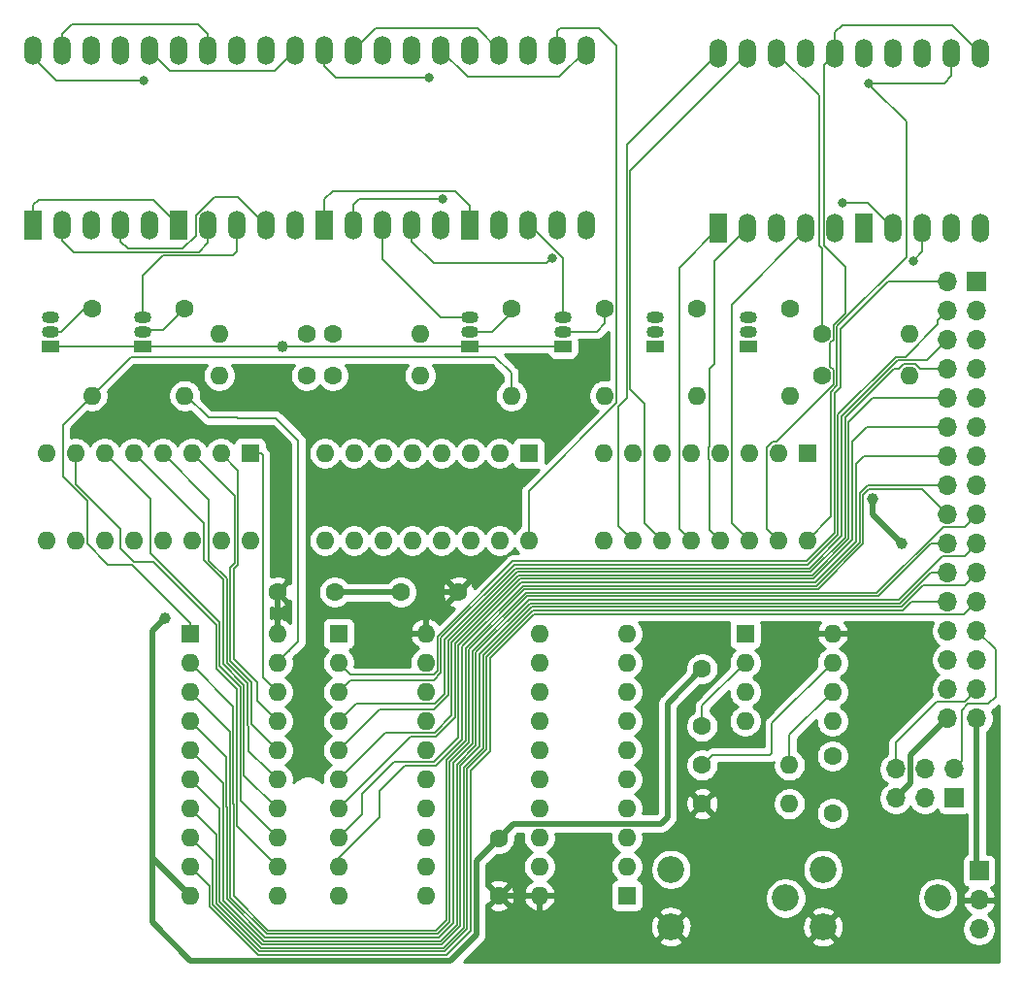
<source format=gtl>
G04 #@! TF.GenerationSoftware,KiCad,Pcbnew,(5.1.9)-1*
G04 #@! TF.CreationDate,2022-12-05T11:19:59+00:00*
G04 #@! TF.ProjectId,AT_HEX,41545f48-4558-42e6-9b69-6361645f7063,rev?*
G04 #@! TF.SameCoordinates,Original*
G04 #@! TF.FileFunction,Copper,L1,Top*
G04 #@! TF.FilePolarity,Positive*
%FSLAX46Y46*%
G04 Gerber Fmt 4.6, Leading zero omitted, Abs format (unit mm)*
G04 Created by KiCad (PCBNEW (5.1.9)-1) date 2022-12-05 11:19:59*
%MOMM*%
%LPD*%
G01*
G04 APERTURE LIST*
G04 #@! TA.AperFunction,ComponentPad*
%ADD10C,1.600000*%
G04 #@! TD*
G04 #@! TA.AperFunction,ComponentPad*
%ADD11O,1.524000X2.524000*%
G04 #@! TD*
G04 #@! TA.AperFunction,ComponentPad*
%ADD12R,1.524000X2.524000*%
G04 #@! TD*
G04 #@! TA.AperFunction,ComponentPad*
%ADD13R,1.500000X1.050000*%
G04 #@! TD*
G04 #@! TA.AperFunction,ComponentPad*
%ADD14O,1.500000X1.050000*%
G04 #@! TD*
G04 #@! TA.AperFunction,ComponentPad*
%ADD15O,1.600000X1.600000*%
G04 #@! TD*
G04 #@! TA.AperFunction,ComponentPad*
%ADD16R,1.600000X1.600000*%
G04 #@! TD*
G04 #@! TA.AperFunction,ComponentPad*
%ADD17C,2.340000*%
G04 #@! TD*
G04 #@! TA.AperFunction,ComponentPad*
%ADD18R,1.700000X1.700000*%
G04 #@! TD*
G04 #@! TA.AperFunction,ComponentPad*
%ADD19O,1.700000X1.700000*%
G04 #@! TD*
G04 #@! TA.AperFunction,ViaPad*
%ADD20C,1.000000*%
G04 #@! TD*
G04 #@! TA.AperFunction,ViaPad*
%ADD21C,0.800000*%
G04 #@! TD*
G04 #@! TA.AperFunction,Conductor*
%ADD22C,0.152400*%
G04 #@! TD*
G04 #@! TA.AperFunction,Conductor*
%ADD23C,0.508000*%
G04 #@! TD*
G04 #@! TA.AperFunction,Conductor*
%ADD24C,0.254000*%
G04 #@! TD*
G04 #@! TA.AperFunction,Conductor*
%ADD25C,0.100000*%
G04 #@! TD*
G04 APERTURE END LIST*
D10*
X169015000Y-87050000D03*
X174015000Y-87050000D03*
X158242000Y-87050000D03*
X163242000Y-87050000D03*
X177565000Y-108525000D03*
X177565000Y-113525000D03*
D11*
X209438000Y-40042000D03*
X211978000Y-40042000D03*
X214518000Y-40042000D03*
X217058000Y-40042000D03*
X219598000Y-40042000D03*
X219598000Y-55282000D03*
X217058000Y-55282000D03*
X214518000Y-55282000D03*
X211978000Y-55282000D03*
D12*
X209438000Y-55282000D03*
D10*
X195290000Y-98750000D03*
X195290000Y-93750000D03*
D13*
X175006000Y-65620000D03*
D14*
X175006000Y-63080000D03*
X175006000Y-64350000D03*
X183166000Y-64350000D03*
X183166000Y-63080000D03*
D13*
X183166000Y-65620000D03*
D15*
X202910000Y-105525000D03*
D10*
X195290000Y-105525000D03*
X195290000Y-102150000D03*
D15*
X202910000Y-102150000D03*
D10*
X186806000Y-62290000D03*
D15*
X186806000Y-69910000D03*
X153162000Y-64520000D03*
D10*
X160782000Y-64520000D03*
D16*
X188722000Y-113538000D03*
D15*
X181102000Y-90678000D03*
X188722000Y-110998000D03*
X181102000Y-93218000D03*
X188722000Y-108458000D03*
X181102000Y-95758000D03*
X188722000Y-105918000D03*
X181102000Y-98298000D03*
X188722000Y-103378000D03*
X181102000Y-100838000D03*
X188722000Y-100838000D03*
X181102000Y-103378000D03*
X188722000Y-98298000D03*
X181102000Y-105918000D03*
X188722000Y-95758000D03*
X181102000Y-108458000D03*
X188722000Y-93218000D03*
X181102000Y-110998000D03*
X188722000Y-90678000D03*
X181102000Y-113538000D03*
D16*
X199040000Y-90678000D03*
D15*
X206660000Y-98298000D03*
X199040000Y-93218000D03*
X206660000Y-95758000D03*
X199040000Y-95758000D03*
X206660000Y-93218000D03*
X199040000Y-98298000D03*
X206660000Y-90678000D03*
D13*
X138424000Y-65620000D03*
D14*
X138424000Y-63080000D03*
X138424000Y-64350000D03*
X146529333Y-64350000D03*
X146529333Y-63080000D03*
D13*
X146529333Y-65620000D03*
D14*
X191210666Y-64350000D03*
X191210666Y-63080000D03*
D13*
X191210666Y-65620000D03*
X199316000Y-65620000D03*
D14*
X199316000Y-63080000D03*
X199316000Y-64350000D03*
D10*
X160782000Y-68160000D03*
D15*
X153162000Y-68160000D03*
D10*
X142064000Y-62290000D03*
D15*
X142064000Y-69910000D03*
X150169333Y-69910000D03*
D10*
X150169333Y-62290000D03*
D15*
X213360000Y-64520000D03*
D10*
X205740000Y-64520000D03*
D16*
X204470000Y-74930000D03*
D15*
X186690000Y-82550000D03*
X201930000Y-74930000D03*
X189230000Y-82550000D03*
X199390000Y-74930000D03*
X191770000Y-82550000D03*
X196850000Y-74930000D03*
X194310000Y-82550000D03*
X194310000Y-74930000D03*
X196850000Y-82550000D03*
X191770000Y-74930000D03*
X199390000Y-82550000D03*
X189230000Y-74930000D03*
X201930000Y-82550000D03*
X186690000Y-74930000D03*
X204470000Y-82550000D03*
X180167000Y-82550000D03*
X162387000Y-74930000D03*
X177627000Y-82550000D03*
X164927000Y-74930000D03*
X175087000Y-82550000D03*
X167467000Y-74930000D03*
X172547000Y-82550000D03*
X170007000Y-74930000D03*
X170007000Y-82550000D03*
X172547000Y-74930000D03*
X167467000Y-82550000D03*
X175087000Y-74930000D03*
X164927000Y-82550000D03*
X177627000Y-74930000D03*
X162387000Y-82550000D03*
D16*
X180167000Y-74930000D03*
D15*
X170688000Y-68160000D03*
D10*
X163068000Y-68160000D03*
D15*
X170688000Y-64520000D03*
D10*
X163068000Y-64520000D03*
D15*
X178646000Y-69910000D03*
D10*
X178646000Y-62290000D03*
X205740000Y-68160000D03*
D15*
X213360000Y-68160000D03*
D10*
X194850666Y-62290000D03*
D15*
X194850666Y-69910000D03*
D10*
X202956000Y-62290000D03*
D15*
X202956000Y-69910000D03*
D16*
X155864000Y-74930000D03*
D15*
X138084000Y-82550000D03*
X153324000Y-74930000D03*
X140624000Y-82550000D03*
X150784000Y-74930000D03*
X143164000Y-82550000D03*
X148244000Y-74930000D03*
X145704000Y-82550000D03*
X145704000Y-74930000D03*
X148244000Y-82550000D03*
X143164000Y-74930000D03*
X150784000Y-82550000D03*
X140624000Y-74930000D03*
X153324000Y-82550000D03*
X138084000Y-74930000D03*
X155864000Y-82550000D03*
D16*
X163576000Y-90678000D03*
D15*
X171196000Y-113538000D03*
X163576000Y-93218000D03*
X171196000Y-110998000D03*
X163576000Y-95758000D03*
X171196000Y-108458000D03*
X163576000Y-98298000D03*
X171196000Y-105918000D03*
X163576000Y-100838000D03*
X171196000Y-103378000D03*
X163576000Y-103378000D03*
X171196000Y-100838000D03*
X163576000Y-105918000D03*
X171196000Y-98298000D03*
X163576000Y-108458000D03*
X171196000Y-95758000D03*
X163576000Y-110998000D03*
X171196000Y-93218000D03*
X163576000Y-113538000D03*
X171196000Y-90678000D03*
X158242000Y-90678000D03*
X150622000Y-113538000D03*
X158242000Y-93218000D03*
X150622000Y-110998000D03*
X158242000Y-95758000D03*
X150622000Y-108458000D03*
X158242000Y-98298000D03*
X150622000Y-105918000D03*
X158242000Y-100838000D03*
X150622000Y-103378000D03*
X158242000Y-103378000D03*
X150622000Y-100838000D03*
X158242000Y-105918000D03*
X150622000Y-98298000D03*
X158242000Y-108458000D03*
X150622000Y-95758000D03*
X158242000Y-110998000D03*
X150622000Y-93218000D03*
X158242000Y-113538000D03*
D16*
X150622000Y-90678000D03*
D12*
X136940000Y-55028000D03*
D11*
X139480000Y-55028000D03*
X142020000Y-55028000D03*
X144560000Y-55028000D03*
X147100000Y-55028000D03*
X147100000Y-39788000D03*
X144560000Y-39788000D03*
X142020000Y-39788000D03*
X139480000Y-39788000D03*
X136940000Y-39788000D03*
X149640000Y-39788000D03*
X152180000Y-39788000D03*
X154720000Y-39788000D03*
X157260000Y-39788000D03*
X159800000Y-39788000D03*
X159800000Y-55028000D03*
X157260000Y-55028000D03*
X154720000Y-55028000D03*
X152180000Y-55028000D03*
D12*
X149640000Y-55028000D03*
X162340000Y-55028000D03*
D11*
X164880000Y-55028000D03*
X167420000Y-55028000D03*
X169960000Y-55028000D03*
X172500000Y-55028000D03*
X172500000Y-39788000D03*
X169960000Y-39788000D03*
X167420000Y-39788000D03*
X164880000Y-39788000D03*
X162340000Y-39788000D03*
X175040000Y-39788000D03*
X177580000Y-39788000D03*
X180120000Y-39788000D03*
X182660000Y-39788000D03*
X185200000Y-39788000D03*
X185200000Y-55028000D03*
X182660000Y-55028000D03*
X180120000Y-55028000D03*
X177580000Y-55028000D03*
D12*
X175040000Y-55028000D03*
X196738000Y-55282000D03*
D11*
X199278000Y-55282000D03*
X201818000Y-55282000D03*
X204358000Y-55282000D03*
X206898000Y-55282000D03*
X206898000Y-40042000D03*
X204358000Y-40042000D03*
X201818000Y-40042000D03*
X199278000Y-40042000D03*
X196738000Y-40042000D03*
D10*
X206660000Y-101350000D03*
X206660000Y-106350000D03*
D17*
X192565000Y-116250000D03*
X202565000Y-113750000D03*
X192565000Y-111250000D03*
X205840000Y-111250000D03*
X215840000Y-113750000D03*
X205840000Y-116250000D03*
D18*
X219260000Y-59950000D03*
D19*
X216720000Y-59950000D03*
X219260000Y-62490000D03*
X216720000Y-62490000D03*
X219260000Y-65030000D03*
X216720000Y-65030000D03*
X219260000Y-67570000D03*
X216720000Y-67570000D03*
X219260000Y-70110000D03*
X216720000Y-70110000D03*
X219260000Y-72650000D03*
X216720000Y-72650000D03*
X219260000Y-75190000D03*
X216720000Y-75190000D03*
X219260000Y-77730000D03*
X216720000Y-77730000D03*
X219260000Y-80270000D03*
X216720000Y-80270000D03*
X219260000Y-82810000D03*
X216720000Y-82810000D03*
X219260000Y-85350000D03*
X216720000Y-85350000D03*
X219260000Y-87890000D03*
X216720000Y-87890000D03*
X219260000Y-90430000D03*
X216720000Y-90430000D03*
X219260000Y-92970000D03*
X216720000Y-92970000D03*
X219260000Y-95510000D03*
X216720000Y-95510000D03*
X219260000Y-98050000D03*
X216720000Y-98050000D03*
D18*
X217265000Y-105025000D03*
D19*
X217265000Y-102485000D03*
X214725000Y-105025000D03*
X214725000Y-102485000D03*
X212185000Y-105025000D03*
X212185000Y-102485000D03*
X219440000Y-116455000D03*
X219440000Y-113915000D03*
D18*
X219440000Y-111375000D03*
D20*
X148415000Y-89325000D03*
X210140000Y-78925000D03*
X212715000Y-82850000D03*
D21*
X213718553Y-58149944D03*
X207518000Y-53086000D03*
X209804000Y-42672000D03*
X182198610Y-57882789D03*
X172630000Y-52750000D03*
X171466000Y-42164000D03*
X146558000Y-42418000D03*
D20*
X158720000Y-65620000D03*
D22*
X202910000Y-99508000D02*
X206660000Y-95758000D01*
X202910000Y-102150000D02*
X202910000Y-99508000D01*
X195290000Y-96968000D02*
X199040000Y-93218000D01*
X195290000Y-98750000D02*
X195290000Y-96968000D01*
D23*
X213468599Y-103741401D02*
X213468599Y-101301401D01*
X213468599Y-101301401D02*
X216720000Y-98050000D01*
X212185000Y-105025000D02*
X213468599Y-103741401D01*
X148415000Y-89325000D02*
X148415000Y-89325000D01*
X163242000Y-87050000D02*
X169015000Y-87050000D01*
X191713875Y-107251599D02*
X178838401Y-107251599D01*
X192265000Y-106700474D02*
X191713875Y-107251599D01*
X178838401Y-107251599D02*
X177565000Y-108525000D01*
X192265000Y-96775000D02*
X192265000Y-106700474D01*
X195290000Y-93750000D02*
X192265000Y-96775000D01*
X213190000Y-67990000D02*
X213360000Y-68160000D01*
X213360000Y-64520000D02*
X213190000Y-64690000D01*
X210140000Y-80275000D02*
X212715000Y-82850000D01*
X210140000Y-78925000D02*
X210140000Y-80275000D01*
X147340000Y-90400000D02*
X148415000Y-89325000D01*
X147340000Y-109500000D02*
X147340000Y-90400000D01*
X147340000Y-110256000D02*
X147340000Y-109500000D01*
X150622000Y-113538000D02*
X147340000Y-110256000D01*
X147340000Y-111300000D02*
X147340000Y-109500000D01*
X147340000Y-115850000D02*
X147340000Y-111300000D01*
X150681287Y-119191287D02*
X147340000Y-115850000D01*
X173373713Y-119191287D02*
X150681287Y-119191287D01*
X175590000Y-116975000D02*
X173373713Y-119191287D01*
X175590000Y-110500000D02*
X175590000Y-116975000D01*
X177565000Y-108525000D02*
X175590000Y-110500000D01*
X174015000Y-87050000D02*
X172140000Y-87050000D01*
X171196000Y-87994000D02*
X171196000Y-90678000D01*
X172140000Y-87050000D02*
X171196000Y-87994000D01*
X158242000Y-87050000D02*
X158242000Y-90678000D01*
X181089000Y-113525000D02*
X181102000Y-113538000D01*
X177565000Y-113525000D02*
X181089000Y-113525000D01*
X210218000Y-90678000D02*
X206660000Y-90678000D01*
X213766401Y-94226401D02*
X210218000Y-90678000D01*
D22*
X172490000Y-63080000D02*
X175006000Y-63080000D01*
X167420000Y-58010000D02*
X172490000Y-63080000D01*
X167420000Y-55028000D02*
X167420000Y-58010000D01*
X176950000Y-64350000D02*
X175006000Y-64350000D01*
X178646000Y-62654000D02*
X176950000Y-64350000D01*
X178646000Y-62290000D02*
X178646000Y-62654000D01*
X183166000Y-64350000D02*
X186090000Y-64350000D01*
X186806000Y-63634000D02*
X186806000Y-62290000D01*
X186090000Y-64350000D02*
X186806000Y-63634000D01*
X180274153Y-55028000D02*
X180120000Y-55028000D01*
X183166000Y-57919847D02*
X180274153Y-55028000D01*
X183166000Y-63080000D02*
X183166000Y-57919847D01*
X206660000Y-93218000D02*
X201390000Y-98488000D01*
X201390000Y-98488000D02*
X201390000Y-101075000D01*
X201390000Y-101075000D02*
X201215000Y-101250000D01*
X196190000Y-101250000D02*
X195290000Y-102150000D01*
X201215000Y-101250000D02*
X196190000Y-101250000D01*
X178646000Y-67936000D02*
X178646000Y-69910000D01*
X177235000Y-66525000D02*
X178646000Y-67936000D01*
X145449000Y-66525000D02*
X177235000Y-66525000D01*
X142064000Y-69910000D02*
X145449000Y-66525000D01*
X139515000Y-72459000D02*
X142064000Y-69910000D01*
X141665000Y-82850000D02*
X141665000Y-79104396D01*
X143490000Y-84675000D02*
X141665000Y-82850000D01*
X145523934Y-84675000D02*
X143490000Y-84675000D01*
X150622000Y-89773066D02*
X145523934Y-84675000D01*
X139515000Y-76954396D02*
X139515000Y-72459000D01*
X141665000Y-79104396D02*
X139515000Y-76954396D01*
X150622000Y-90678000D02*
X150622000Y-89773066D01*
X141418000Y-62290000D02*
X142064000Y-62290000D01*
X139358000Y-64350000D02*
X141418000Y-62290000D01*
X138424000Y-64350000D02*
X139358000Y-64350000D01*
X148289333Y-64170000D02*
X150169333Y-62290000D01*
X146709333Y-64170000D02*
X148289333Y-64170000D01*
X146529333Y-64350000D02*
X146709333Y-64170000D01*
X154720000Y-57370000D02*
X154720000Y-55028000D01*
X154381190Y-57708810D02*
X154720000Y-57370000D01*
X148285190Y-57708810D02*
X154381190Y-57708810D01*
X146529333Y-59464667D02*
X148285190Y-57708810D01*
X146529333Y-63080000D02*
X146529333Y-59464667D01*
X214518000Y-55282000D02*
X214518000Y-57350497D01*
X214518000Y-57350497D02*
X213718553Y-58149944D01*
X188722000Y-70124066D02*
X188722000Y-48058000D01*
X189230000Y-82550000D02*
X187960000Y-81280000D01*
X187960000Y-81280000D02*
X187960000Y-70886066D01*
X187960000Y-70886066D02*
X188722000Y-70124066D01*
X188722000Y-48058000D02*
X196738000Y-40042000D01*
X190258601Y-70624601D02*
X189026810Y-69392810D01*
X190258601Y-81038601D02*
X190258601Y-70624601D01*
X191770000Y-82550000D02*
X190258601Y-81038601D01*
X189026810Y-50293190D02*
X199278000Y-40042000D01*
X189026810Y-69392810D02*
X189026810Y-50293190D01*
X193281399Y-58738601D02*
X196738000Y-55282000D01*
X194310000Y-82550000D02*
X193281399Y-81521399D01*
X193281399Y-58738601D02*
X193281399Y-81521399D01*
X209782000Y-53086000D02*
X211978000Y-55282000D01*
X207518000Y-53086000D02*
X209782000Y-53086000D01*
X196342000Y-58218000D02*
X199278000Y-55282000D01*
X196342000Y-67190996D02*
X196342000Y-58218000D01*
X195940000Y-67592996D02*
X196342000Y-67190996D01*
X195940000Y-74317670D02*
X195940000Y-67592996D01*
X195821399Y-74436271D02*
X195940000Y-74317670D01*
X195821399Y-75423729D02*
X195821399Y-74436271D01*
X195940000Y-75542330D02*
X195821399Y-75423729D01*
X195940000Y-81640000D02*
X195940000Y-75542330D01*
X196850000Y-82550000D02*
X195940000Y-81640000D01*
X204358000Y-55484000D02*
X204358000Y-55282000D01*
X197866000Y-61976000D02*
X204358000Y-55484000D01*
X197866000Y-74423670D02*
X197866000Y-61976000D01*
X197878601Y-74436271D02*
X197866000Y-74423670D01*
X197878601Y-75423729D02*
X197878601Y-74436271D01*
X197866000Y-75436330D02*
X197878601Y-75423729D01*
X197866000Y-81026000D02*
X197866000Y-75436330D01*
X199390000Y-82550000D02*
X197866000Y-81026000D01*
X206898000Y-40042000D02*
X206898000Y-38212000D01*
X206898000Y-38212000D02*
X207518000Y-37592000D01*
X217148000Y-37592000D02*
X219598000Y-40042000D01*
X207518000Y-37592000D02*
X217148000Y-37592000D01*
X205907390Y-56809391D02*
X205907390Y-41032610D01*
X207772000Y-58674001D02*
X205907390Y-56809391D01*
X206768601Y-65013729D02*
X206768601Y-63738499D01*
X206480378Y-65301952D02*
X206768601Y-65013729D01*
X206480378Y-67378048D02*
X206480378Y-65301952D01*
X206768601Y-68921399D02*
X206768601Y-67666271D01*
X201436271Y-73901399D02*
X201788601Y-73901399D01*
X200901399Y-74436271D02*
X201436271Y-73901399D01*
X205907390Y-41032610D02*
X206898000Y-40042000D01*
X206768601Y-63738499D02*
X207772000Y-62735100D01*
X201930000Y-82550000D02*
X200901399Y-81521399D01*
X206768601Y-67666271D02*
X206480378Y-67378048D01*
X200901399Y-81521399D02*
X200901399Y-74436271D01*
X207772000Y-62735100D02*
X207772000Y-58674001D01*
X201788601Y-73901399D02*
X206768601Y-68921399D01*
X209804000Y-42672000D02*
X216408000Y-42672000D01*
X217058000Y-42022000D02*
X217058000Y-40042000D01*
X216408000Y-42672000D02*
X217058000Y-42022000D01*
X204470000Y-82550000D02*
X206540945Y-80479055D01*
X207073412Y-63864755D02*
X213106000Y-57832167D01*
X213106000Y-45974000D02*
X210203999Y-43071999D01*
X213106000Y-57832167D02*
X213106000Y-45974000D01*
X207073412Y-69047655D02*
X207073412Y-63864755D01*
X206540945Y-69580122D02*
X207073412Y-69047655D01*
X210203999Y-43071999D02*
X209804000Y-42672000D01*
X206540945Y-80479055D02*
X206540945Y-69580122D01*
X211515000Y-59950000D02*
X215517919Y-59950000D01*
X164608000Y-94250000D02*
X171915000Y-94250000D01*
X178789985Y-84375000D02*
X204372532Y-84375000D01*
X207378223Y-69173911D02*
X207378223Y-64086777D01*
X172224601Y-90940384D02*
X178789985Y-84375000D01*
X215517919Y-59950000D02*
X216720000Y-59950000D01*
X172224601Y-93940399D02*
X172224601Y-90940384D01*
X171915000Y-94250000D02*
X172224601Y-93940399D01*
X207378223Y-64086777D02*
X211515000Y-59950000D01*
X204372532Y-84375000D02*
X206845756Y-81901776D01*
X206845756Y-69706378D02*
X207378223Y-69173911D01*
X163576000Y-93218000D02*
X164608000Y-94250000D01*
X206845756Y-81901776D02*
X206845756Y-69706378D01*
X172529412Y-91066640D02*
X178916241Y-84679811D01*
X215870001Y-63339999D02*
X216720000Y-62490000D01*
X163576000Y-95758000D02*
X164604601Y-94729399D01*
X172529412Y-94066655D02*
X172529412Y-91066640D01*
X207150567Y-71577299D02*
X212206089Y-66521777D01*
X178916241Y-84679811D02*
X204498788Y-84679811D01*
X212206089Y-66521777D02*
X213012156Y-66521777D01*
X213012156Y-66521777D02*
X215870001Y-63663932D01*
X215870001Y-63663932D02*
X215870001Y-63339999D01*
X164604601Y-94729399D02*
X171866668Y-94729399D01*
X171866668Y-94729399D02*
X172529412Y-94066655D01*
X204498788Y-84679811D02*
X207150567Y-82028032D01*
X207150567Y-82028032D02*
X207150567Y-71577299D01*
X179042497Y-84984622D02*
X172834223Y-91192896D01*
X165087399Y-96786601D02*
X163576000Y-98298000D01*
X204625044Y-84984622D02*
X179042497Y-84984622D01*
X172834223Y-95897775D02*
X171945397Y-96786601D01*
X207455378Y-82154288D02*
X204625044Y-84984622D01*
X172834223Y-91192896D02*
X172834223Y-95897775D01*
X171945397Y-96786601D02*
X165087399Y-96786601D01*
X207455378Y-71703555D02*
X207455378Y-82154288D01*
X214923412Y-66826588D02*
X212332345Y-66826588D01*
X216720000Y-65030000D02*
X214923412Y-66826588D01*
X212332345Y-66826588D02*
X207455378Y-71703555D01*
X167144601Y-97269399D02*
X163576000Y-100838000D01*
X171893666Y-97269399D02*
X167144601Y-97269399D01*
X173139034Y-96024031D02*
X171893666Y-97269399D01*
X179168753Y-85289433D02*
X173139034Y-91319152D01*
X204751300Y-85289433D02*
X179168753Y-85289433D01*
X207760189Y-71829811D02*
X207760189Y-82280544D01*
X212020000Y-67570000D02*
X207760189Y-71829811D01*
X207760189Y-82280544D02*
X204751300Y-85289433D01*
X212427670Y-67570000D02*
X212020000Y-67570000D01*
X173139034Y-91319152D02*
X173139034Y-96024031D01*
X216720000Y-67570000D02*
X214292330Y-67570000D01*
X214292330Y-67570000D02*
X213853729Y-67131399D01*
X213853729Y-67131399D02*
X212866271Y-67131399D01*
X212866271Y-67131399D02*
X212427670Y-67570000D01*
X171945399Y-99326601D02*
X167627399Y-99326601D01*
X173443845Y-97828155D02*
X171945399Y-99326601D01*
X179295009Y-85594244D02*
X173443845Y-91445408D01*
X204877556Y-85594244D02*
X179295009Y-85594244D01*
X208065000Y-82406800D02*
X204877556Y-85594244D01*
X167627399Y-99326601D02*
X163576000Y-103378000D01*
X208065000Y-72250000D02*
X208065000Y-82406800D01*
X173443845Y-91445408D02*
X173443845Y-97828155D01*
X210205000Y-70110000D02*
X208065000Y-72250000D01*
X216720000Y-70110000D02*
X210205000Y-70110000D01*
X172071655Y-99631412D02*
X169862588Y-99631412D01*
X173748656Y-97954411D02*
X172071655Y-99631412D01*
X169862588Y-99631412D02*
X163576000Y-105918000D01*
X173748656Y-91571664D02*
X173748656Y-97954411D01*
X179421265Y-85899055D02*
X173748656Y-91571664D01*
X205003812Y-85899055D02*
X179421265Y-85899055D01*
X208390000Y-82512867D02*
X205003812Y-85899055D01*
X209665000Y-72650000D02*
X208390000Y-73925000D01*
X208390000Y-73925000D02*
X208390000Y-82512867D01*
X216720000Y-72650000D02*
X209665000Y-72650000D01*
X165608000Y-106426000D02*
X163576000Y-108458000D01*
X168389399Y-101866601D02*
X165608000Y-104648000D01*
X171936266Y-101866601D02*
X168389399Y-101866601D01*
X174053467Y-91697920D02*
X174053467Y-99749400D01*
X174053467Y-99749400D02*
X171936266Y-101866601D01*
X179547521Y-86203866D02*
X174053467Y-91697920D01*
X205130068Y-86203866D02*
X179547521Y-86203866D01*
X165608000Y-104648000D02*
X165608000Y-106426000D01*
X216720000Y-75190000D02*
X216705000Y-75175000D01*
X205130068Y-86203866D02*
X208694810Y-82639123D01*
X208694810Y-82639123D02*
X208694810Y-75895190D01*
X208694810Y-75895190D02*
X209390000Y-75200000D01*
X216710000Y-75200000D02*
X216720000Y-75190000D01*
X209390000Y-75200000D02*
X216710000Y-75200000D01*
X209735000Y-77730000D02*
X216720000Y-77730000D01*
X205256323Y-86508677D02*
X209040000Y-82725000D01*
X179673777Y-86508677D02*
X205256323Y-86508677D01*
X174358278Y-91824176D02*
X179673777Y-86508677D01*
X174358278Y-99875656D02*
X174358278Y-91824176D01*
X172062522Y-102171412D02*
X174358278Y-99875656D01*
X209040000Y-82725000D02*
X209040000Y-78425000D01*
X169354588Y-102171412D02*
X172062522Y-102171412D01*
X209040000Y-78425000D02*
X209735000Y-77730000D01*
X167132000Y-104394000D02*
X169354588Y-102171412D01*
X167132000Y-106680000D02*
X167132000Y-104394000D01*
X163576000Y-110236000D02*
X167132000Y-106680000D01*
X154432000Y-105510134D02*
X154410378Y-105488512D01*
X172090001Y-116574999D02*
X157438461Y-116574999D01*
X214525000Y-78075000D02*
X209821066Y-78075000D01*
X154432000Y-113568538D02*
X154432000Y-105510134D01*
X209821066Y-78075000D02*
X209344810Y-78551256D01*
X209344809Y-82851257D02*
X205382578Y-86813488D01*
X154410378Y-97006378D02*
X150622000Y-93218000D01*
X209344810Y-78551256D02*
X209344809Y-82851257D01*
X216720000Y-80270000D02*
X214525000Y-78075000D01*
X205382578Y-86813488D02*
X179800033Y-86813488D01*
X174663089Y-100026911D02*
X172981323Y-101708677D01*
X172973712Y-109416304D02*
X172973712Y-115691288D01*
X179800033Y-86813488D02*
X174663089Y-91950432D01*
X157438461Y-116574999D02*
X154432000Y-113568538D01*
X172981323Y-109408693D02*
X172973712Y-109416304D01*
X174663089Y-91950432D02*
X174663089Y-100026911D01*
X154410378Y-105488512D02*
X154410378Y-97006378D01*
X172973712Y-115691288D02*
X172090001Y-116574999D01*
X172981323Y-101708677D02*
X172981323Y-109408693D01*
X150622000Y-95758000D02*
X154105567Y-99241567D01*
X154105567Y-99241567D02*
X154105567Y-105614768D01*
X154127189Y-105636390D02*
X154127189Y-113694794D01*
X154105567Y-105614768D02*
X154127189Y-105636390D01*
X157312205Y-116879810D02*
X172216257Y-116879810D01*
X172216257Y-116879810D02*
X173278523Y-115817544D01*
X173278523Y-115817544D02*
X173278523Y-109542560D01*
X173278523Y-109542560D02*
X173286134Y-109534949D01*
X218181399Y-81348601D02*
X219260000Y-80270000D01*
X173286134Y-101834933D02*
X174967900Y-100153167D01*
X174967900Y-92076688D02*
X179926289Y-87118299D01*
X174967900Y-100153167D02*
X174967900Y-92076688D01*
X210540635Y-87118299D02*
X216310333Y-81348601D01*
X179926289Y-87118299D02*
X210540635Y-87118299D01*
X173286134Y-109534949D02*
X173286134Y-101834933D01*
X216310333Y-81348601D02*
X218181399Y-81348601D01*
X154127189Y-113694794D02*
X157312205Y-116879810D01*
X153800756Y-101476756D02*
X150622000Y-98298000D01*
X153800756Y-105741024D02*
X153800756Y-101476756D01*
X153822378Y-105762646D02*
X153800756Y-105741024D01*
X153822378Y-113821050D02*
X153822378Y-105762646D01*
X157185949Y-117184621D02*
X153822378Y-113821050D01*
X173583334Y-109668816D02*
X173583334Y-115943800D01*
X216720000Y-82810000D02*
X216705000Y-82825000D01*
X216705000Y-82825000D02*
X215265000Y-82825000D01*
X173590945Y-109661205D02*
X173583334Y-109668816D01*
X215265000Y-82825000D02*
X210666890Y-87423110D01*
X210666890Y-87423110D02*
X180052545Y-87423110D01*
X180052545Y-87423110D02*
X175272711Y-92202944D01*
X175272711Y-92202944D02*
X175272711Y-100279423D01*
X175272711Y-100279423D02*
X173590945Y-101961189D01*
X173590945Y-101961189D02*
X173590945Y-109661205D01*
X173583334Y-115943800D02*
X172342513Y-117184621D01*
X172342513Y-117184621D02*
X157185949Y-117184621D01*
X216255136Y-83888601D02*
X212415816Y-87727921D01*
X212415816Y-87727921D02*
X180178801Y-87727921D01*
X175577522Y-92329200D02*
X175577522Y-100405679D01*
X173895756Y-102087445D02*
X173895756Y-109787461D01*
X173888145Y-109795072D02*
X173888145Y-116070056D01*
X153517567Y-105888902D02*
X153495945Y-105867280D01*
X153495945Y-105867280D02*
X153495945Y-103711945D01*
X153495945Y-103711945D02*
X150622000Y-100838000D01*
X157059693Y-117489432D02*
X153517567Y-113947306D01*
X175577522Y-100405679D02*
X173895756Y-102087445D01*
X173888145Y-116070056D02*
X172468769Y-117489432D01*
X153517567Y-113947306D02*
X153517567Y-105888902D01*
X218181399Y-83888601D02*
X216255136Y-83888601D01*
X219260000Y-82810000D02*
X218181399Y-83888601D01*
X173895756Y-109787461D02*
X173888145Y-109795072D01*
X172468769Y-117489432D02*
X157059693Y-117489432D01*
X180178801Y-87727921D02*
X175577522Y-92329200D01*
X153191134Y-105993536D02*
X153212756Y-106015158D01*
X212542072Y-88032732D02*
X215224804Y-85350000D01*
X180305057Y-88032732D02*
X212542072Y-88032732D01*
X175882333Y-92455456D02*
X180305057Y-88032732D01*
X172595025Y-117794243D02*
X174192956Y-116196312D01*
X153212756Y-114073562D02*
X156933437Y-117794243D01*
X215224804Y-85350000D02*
X216720000Y-85350000D01*
X150622000Y-103378000D02*
X153191134Y-105947134D01*
X175882333Y-100531935D02*
X175882333Y-92455456D01*
X174192956Y-109921328D02*
X174200567Y-109913717D01*
X156933437Y-117794243D02*
X172595025Y-117794243D01*
X174200567Y-102213701D02*
X175882333Y-100531935D01*
X153212756Y-106015158D02*
X153212756Y-114073562D01*
X174192956Y-116196312D02*
X174192956Y-109921328D01*
X174200567Y-109913717D02*
X174200567Y-102213701D01*
X153191134Y-105947134D02*
X153191134Y-105993536D01*
X156807181Y-118099054D02*
X152907945Y-114199818D01*
X212668328Y-88337543D02*
X180431313Y-88337543D01*
X152907945Y-114199818D02*
X152907945Y-108203945D01*
X218181399Y-86428601D02*
X214577270Y-86428601D01*
X219260000Y-85350000D02*
X218181399Y-86428601D01*
X172721281Y-118099054D02*
X156807181Y-118099054D01*
X174497767Y-110047584D02*
X174497767Y-116322568D01*
X180431313Y-88337543D02*
X176187144Y-92581712D01*
X176187144Y-100658191D02*
X174505378Y-102339957D01*
X174505378Y-102339957D02*
X174505378Y-110039973D01*
X176187144Y-92581712D02*
X176187144Y-100658191D01*
X214577270Y-86428601D02*
X212668328Y-88337543D01*
X174505378Y-110039973D02*
X174497767Y-110047584D01*
X174497767Y-116322568D02*
X172721281Y-118099054D01*
X152907945Y-108203945D02*
X150622000Y-105918000D01*
X174802578Y-110173840D02*
X174802578Y-116448824D01*
X174802578Y-116448824D02*
X172847537Y-118403865D01*
X174810189Y-110166229D02*
X174802578Y-110173840D01*
X176491955Y-92707968D02*
X176491955Y-100784447D01*
X180557569Y-88642354D02*
X176491955Y-92707968D01*
X216720000Y-87890000D02*
X213546938Y-87890000D01*
X213546938Y-87890000D02*
X212794584Y-88642354D01*
X156680925Y-118403865D02*
X152603134Y-114326074D01*
X152603134Y-110439134D02*
X150622000Y-108458000D01*
X172847537Y-118403865D02*
X156680925Y-118403865D01*
X174810189Y-102466213D02*
X174810189Y-110166229D01*
X212794584Y-88642354D02*
X180557569Y-88642354D01*
X176491955Y-100784447D02*
X174810189Y-102466213D01*
X152603134Y-114326074D02*
X152603134Y-110439134D01*
X218150000Y-89000000D02*
X218410001Y-88739999D01*
X218410001Y-88739999D02*
X219260000Y-87890000D01*
X175115000Y-110292485D02*
X175115000Y-102592469D01*
X175107389Y-116575080D02*
X175107389Y-110300096D01*
X172973793Y-118708676D02*
X175107389Y-116575080D01*
X176796766Y-92834224D02*
X180630990Y-89000000D01*
X152298323Y-112674323D02*
X152298323Y-114452330D01*
X152298323Y-114452330D02*
X156554669Y-118708676D01*
X156554669Y-118708676D02*
X172973793Y-118708676D01*
X176796766Y-100910703D02*
X176796766Y-92834224D01*
X175107389Y-110300096D02*
X175115000Y-110292485D01*
X150622000Y-110998000D02*
X152298323Y-112674323D01*
X175115000Y-102592469D02*
X176796766Y-100910703D01*
X180630990Y-89000000D02*
X218150000Y-89000000D01*
X205486000Y-43710000D02*
X201818000Y-40042000D01*
X205486000Y-56819067D02*
X205486000Y-43710000D01*
X205740000Y-57073067D02*
X205486000Y-56819067D01*
X205740000Y-64520000D02*
X205740000Y-57073067D01*
X186320000Y-37860000D02*
X182890000Y-37860000D01*
X187834601Y-39374601D02*
X186320000Y-37860000D01*
X180167000Y-78248000D02*
X187834601Y-70580399D01*
X182890000Y-37860000D02*
X182660000Y-38090000D01*
X187834601Y-70580399D02*
X187834601Y-39374601D01*
X180167000Y-82550000D02*
X180167000Y-78248000D01*
X182660000Y-38090000D02*
X182660000Y-39788000D01*
X172500000Y-39788000D02*
X174842000Y-42130000D01*
X182858000Y-42130000D02*
X185200000Y-39788000D01*
X174842000Y-42130000D02*
X182858000Y-42130000D01*
X181724507Y-58356892D02*
X182198610Y-57882789D01*
X171874492Y-58356892D02*
X181724507Y-58356892D01*
X169960000Y-56442400D02*
X171874492Y-58356892D01*
X169960000Y-55028000D02*
X169960000Y-56442400D01*
X164880000Y-55028000D02*
X164880000Y-53250000D01*
X164880000Y-53250000D02*
X165380000Y-52750000D01*
X165380000Y-52750000D02*
X172630000Y-52750000D01*
X172630000Y-52750000D02*
X172630000Y-52750000D01*
X162340000Y-55028000D02*
X162340000Y-52798000D01*
X162340000Y-52798000D02*
X163068000Y-52070000D01*
X163068000Y-52070000D02*
X173736000Y-52070000D01*
X175040000Y-53374000D02*
X175040000Y-55028000D01*
X173736000Y-52070000D02*
X175040000Y-53374000D01*
X164880000Y-39788000D02*
X166788000Y-37880000D01*
X175672000Y-37880000D02*
X177580000Y-39788000D01*
X166788000Y-37880000D02*
X175672000Y-37880000D01*
X162340000Y-39788000D02*
X162340000Y-41182000D01*
X162340000Y-41182000D02*
X163322000Y-42164000D01*
X163322000Y-42164000D02*
X171466000Y-42164000D01*
X157442001Y-94958001D02*
X158242000Y-95758000D01*
X156990000Y-94506000D02*
X157442001Y-94958001D01*
X156990000Y-75103600D02*
X156990000Y-94506000D01*
X156816400Y-74930000D02*
X156990000Y-75103600D01*
X155864000Y-74930000D02*
X156816400Y-74930000D01*
X156464000Y-96520000D02*
X158242000Y-98298000D01*
X156464000Y-94934000D02*
X156464000Y-96520000D01*
X154432055Y-92902055D02*
X156464000Y-94934000D01*
X154835399Y-84654601D02*
X154432055Y-85057945D01*
X154835399Y-76441399D02*
X154835399Y-84654601D01*
X154432055Y-85057945D02*
X154432055Y-92902055D01*
X153324000Y-74930000D02*
X154835399Y-76441399D01*
X138938000Y-42418000D02*
X146558000Y-42418000D01*
X136940000Y-40420000D02*
X138938000Y-42418000D01*
X136940000Y-39788000D02*
X136940000Y-40420000D01*
X155950000Y-94889866D02*
X155950000Y-98546000D01*
X154127244Y-93067110D02*
X155950000Y-94889866D01*
X154127244Y-84931689D02*
X154127244Y-93067110D01*
X154530588Y-84528346D02*
X154127244Y-84931689D01*
X154530588Y-78676588D02*
X154530588Y-84528346D01*
X150784000Y-74930000D02*
X154530588Y-78676588D01*
X155950000Y-98546000D02*
X158242000Y-100838000D01*
X151347589Y-37541189D02*
X152180000Y-38373600D01*
X140312411Y-37541189D02*
X151347589Y-37541189D01*
X139480000Y-38373600D02*
X140312411Y-37541189D01*
X152180000Y-38373600D02*
X152180000Y-39788000D01*
X139480000Y-39788000D02*
X139480000Y-38373600D01*
X155645189Y-95016122D02*
X155645189Y-98672256D01*
X155755189Y-100891189D02*
X157442001Y-102578001D01*
X153822433Y-93193366D02*
X155645189Y-95016122D01*
X153822433Y-85827366D02*
X153822433Y-93193366D01*
X157442001Y-102578001D02*
X158242000Y-103378000D01*
X155645189Y-98672256D02*
X155755189Y-98782256D01*
X148244000Y-74930000D02*
X152295399Y-78981399D01*
X155755189Y-98782256D02*
X155755189Y-100891189D01*
X152295399Y-84300332D02*
X153822433Y-85827366D01*
X152295399Y-78981399D02*
X152295399Y-84300332D01*
X147444000Y-52832000D02*
X149640000Y-55028000D01*
X137414000Y-52832000D02*
X147444000Y-52832000D01*
X136940000Y-53306000D02*
X137414000Y-52832000D01*
X136940000Y-55028000D02*
X136940000Y-53306000D01*
X151812601Y-84248601D02*
X151812601Y-81038601D01*
X153517622Y-85953622D02*
X151812601Y-84248601D01*
X151812601Y-81038601D02*
X146503999Y-75729999D01*
X155340378Y-95142378D02*
X153517622Y-93319622D01*
X155340378Y-103016378D02*
X155340378Y-95142378D01*
X158242000Y-105918000D02*
X155340378Y-103016378D01*
X146503999Y-75729999D02*
X145704000Y-74930000D01*
X153517622Y-93319622D02*
X153517622Y-85953622D01*
X151384000Y-57404000D02*
X152180000Y-56608000D01*
X152180000Y-56608000D02*
X152180000Y-55028000D01*
X140462000Y-57404000D02*
X151384000Y-57404000D01*
X139480000Y-56422000D02*
X140462000Y-57404000D01*
X139480000Y-55028000D02*
X139480000Y-56422000D01*
X157442001Y-107658001D02*
X158242000Y-108458000D01*
X155020000Y-95330000D02*
X155020000Y-105236000D01*
X153212811Y-93522811D02*
X155020000Y-95330000D01*
X153212811Y-89702811D02*
X153212811Y-93522811D01*
X147190000Y-83680000D02*
X153212811Y-89702811D01*
X155020000Y-105236000D02*
X157442001Y-107658001D01*
X147190000Y-78956000D02*
X147190000Y-83680000D01*
X143164000Y-74930000D02*
X147190000Y-78956000D01*
X144560000Y-56442400D02*
X145216790Y-57099190D01*
X144560000Y-55028000D02*
X144560000Y-56442400D01*
X150004292Y-57099190D02*
X151130000Y-55973482D01*
X145216790Y-57099190D02*
X150004292Y-57099190D01*
X151130000Y-54177066D02*
X152729066Y-52578000D01*
X151130000Y-55973482D02*
X151130000Y-54177066D01*
X154810000Y-52578000D02*
X157260000Y-55028000D01*
X152729066Y-52578000D02*
X154810000Y-52578000D01*
X140624000Y-76061370D02*
X140624000Y-74930000D01*
X140624000Y-77632330D02*
X140624000Y-76061370D01*
X144510000Y-81518330D02*
X140624000Y-77632330D01*
X144510000Y-83230000D02*
X144510000Y-81518330D01*
X145740000Y-84460000D02*
X144510000Y-83230000D01*
X152908000Y-89916330D02*
X147451670Y-84460000D01*
X147451670Y-84460000D02*
X145740000Y-84460000D01*
X152908000Y-93708000D02*
X152908000Y-89916330D01*
X154715189Y-95515189D02*
X152908000Y-93708000D01*
X154715189Y-105362256D02*
X154715189Y-95515189D01*
X154736810Y-107492810D02*
X154736810Y-105383877D01*
X154736810Y-105383877D02*
X154715189Y-105362256D01*
X158242000Y-110998000D02*
X154736810Y-107492810D01*
X148895420Y-41583420D02*
X147100000Y-39788000D01*
X158004580Y-41583420D02*
X148895420Y-41583420D01*
X159800000Y-39788000D02*
X158004580Y-41583420D01*
X159205000Y-92255000D02*
X159270601Y-92189399D01*
X158242000Y-93218000D02*
X159205000Y-92255000D01*
X160070000Y-91390000D02*
X159205000Y-92255000D01*
X160070000Y-73820000D02*
X160070000Y-91390000D01*
X154815482Y-71870000D02*
X158120000Y-71870000D01*
X158120000Y-71870000D02*
X160070000Y-73820000D01*
X152230000Y-71850000D02*
X154795482Y-71850000D01*
X150290000Y-69910000D02*
X152230000Y-71850000D01*
X154795482Y-71850000D02*
X154815482Y-71870000D01*
X150169333Y-69910000D02*
X150290000Y-69910000D01*
X138424000Y-65620000D02*
X146529333Y-65620000D01*
X146529333Y-65620000D02*
X158720000Y-65620000D01*
X175006000Y-65620000D02*
X183166000Y-65620000D01*
X158720000Y-65620000D02*
X175006000Y-65620000D01*
X220890000Y-92060000D02*
X219260000Y-90430000D01*
X217265000Y-102485000D02*
X217940000Y-101810000D01*
X220890000Y-92060000D02*
X220890000Y-96175000D01*
X220890000Y-96175000D02*
X220265000Y-96800000D01*
X218490000Y-96800000D02*
X217940000Y-97350000D01*
X220265000Y-96800000D02*
X218490000Y-96800000D01*
X217940000Y-101810000D02*
X217940000Y-97350000D01*
X212185000Y-102485000D02*
X212185000Y-100155000D01*
X218181399Y-96588601D02*
X219260000Y-95510000D01*
X215751399Y-96588601D02*
X218181399Y-96588601D01*
X212185000Y-100155000D02*
X215751399Y-96588601D01*
D23*
X219260000Y-111195000D02*
X219440000Y-111375000D01*
X219260000Y-98050000D02*
X219260000Y-111195000D01*
D24*
X197614188Y-89753518D02*
X197601928Y-89878000D01*
X197601928Y-91478000D01*
X197614188Y-91602482D01*
X197650498Y-91722180D01*
X197709463Y-91832494D01*
X197788815Y-91929185D01*
X197885506Y-92008537D01*
X197995820Y-92067502D01*
X198115518Y-92103812D01*
X198123961Y-92104643D01*
X197925363Y-92303241D01*
X197768320Y-92538273D01*
X197660147Y-92799426D01*
X197605000Y-93076665D01*
X197605000Y-93359335D01*
X197652762Y-93599450D01*
X194811810Y-96440403D01*
X194784674Y-96462673D01*
X194762404Y-96489809D01*
X194762403Y-96489810D01*
X194695798Y-96570968D01*
X194655062Y-96647181D01*
X194629759Y-96694519D01*
X194597762Y-96800001D01*
X194589092Y-96828581D01*
X194575360Y-96968000D01*
X194578801Y-97002936D01*
X194578801Y-97499349D01*
X194375241Y-97635363D01*
X194175363Y-97835241D01*
X194018320Y-98070273D01*
X193910147Y-98331426D01*
X193855000Y-98608665D01*
X193855000Y-98891335D01*
X193910147Y-99168574D01*
X194018320Y-99429727D01*
X194175363Y-99664759D01*
X194375241Y-99864637D01*
X194610273Y-100021680D01*
X194871426Y-100129853D01*
X195148665Y-100185000D01*
X195431335Y-100185000D01*
X195708574Y-100129853D01*
X195969727Y-100021680D01*
X196204759Y-99864637D01*
X196404637Y-99664759D01*
X196561680Y-99429727D01*
X196669853Y-99168574D01*
X196725000Y-98891335D01*
X196725000Y-98608665D01*
X196669853Y-98331426D01*
X196561680Y-98070273D01*
X196404637Y-97835241D01*
X196204759Y-97635363D01*
X196001200Y-97499350D01*
X196001200Y-97262587D01*
X197605000Y-95658787D01*
X197605000Y-95899335D01*
X197660147Y-96176574D01*
X197768320Y-96437727D01*
X197925363Y-96672759D01*
X198125241Y-96872637D01*
X198357759Y-97028000D01*
X198125241Y-97183363D01*
X197925363Y-97383241D01*
X197768320Y-97618273D01*
X197660147Y-97879426D01*
X197605000Y-98156665D01*
X197605000Y-98439335D01*
X197660147Y-98716574D01*
X197768320Y-98977727D01*
X197925363Y-99212759D01*
X198125241Y-99412637D01*
X198360273Y-99569680D01*
X198621426Y-99677853D01*
X198898665Y-99733000D01*
X199181335Y-99733000D01*
X199458574Y-99677853D01*
X199719727Y-99569680D01*
X199954759Y-99412637D01*
X200154637Y-99212759D01*
X200311680Y-98977727D01*
X200419853Y-98716574D01*
X200475000Y-98439335D01*
X200475000Y-98156665D01*
X200419853Y-97879426D01*
X200311680Y-97618273D01*
X200154637Y-97383241D01*
X199954759Y-97183363D01*
X199722241Y-97028000D01*
X199954759Y-96872637D01*
X200154637Y-96672759D01*
X200311680Y-96437727D01*
X200419853Y-96176574D01*
X200475000Y-95899335D01*
X200475000Y-95616665D01*
X200419853Y-95339426D01*
X200311680Y-95078273D01*
X200154637Y-94843241D01*
X199954759Y-94643363D01*
X199722241Y-94488000D01*
X199954759Y-94332637D01*
X200154637Y-94132759D01*
X200311680Y-93897727D01*
X200419853Y-93636574D01*
X200475000Y-93359335D01*
X200475000Y-93076665D01*
X200419853Y-92799426D01*
X200311680Y-92538273D01*
X200154637Y-92303241D01*
X199956039Y-92104643D01*
X199964482Y-92103812D01*
X200084180Y-92067502D01*
X200194494Y-92008537D01*
X200291185Y-91929185D01*
X200370537Y-91832494D01*
X200429502Y-91722180D01*
X200465812Y-91602482D01*
X200478072Y-91478000D01*
X200478072Y-89878000D01*
X200465812Y-89753518D01*
X200452975Y-89711200D01*
X205600215Y-89711200D01*
X205596481Y-89714586D01*
X205428963Y-89940580D01*
X205308754Y-90194913D01*
X205268096Y-90328961D01*
X205390085Y-90551000D01*
X206533000Y-90551000D01*
X206533000Y-90531000D01*
X206787000Y-90531000D01*
X206787000Y-90551000D01*
X207929915Y-90551000D01*
X208051904Y-90328961D01*
X208011246Y-90194913D01*
X207891037Y-89940580D01*
X207723519Y-89714586D01*
X207719785Y-89711200D01*
X215414293Y-89711200D01*
X215404010Y-89726589D01*
X215292068Y-89996842D01*
X215235000Y-90283740D01*
X215235000Y-90576260D01*
X215292068Y-90863158D01*
X215404010Y-91133411D01*
X215566525Y-91376632D01*
X215773368Y-91583475D01*
X215947760Y-91700000D01*
X215773368Y-91816525D01*
X215566525Y-92023368D01*
X215404010Y-92266589D01*
X215292068Y-92536842D01*
X215235000Y-92823740D01*
X215235000Y-93116260D01*
X215292068Y-93403158D01*
X215404010Y-93673411D01*
X215566525Y-93916632D01*
X215773368Y-94123475D01*
X215947760Y-94240000D01*
X215773368Y-94356525D01*
X215566525Y-94563368D01*
X215404010Y-94806589D01*
X215292068Y-95076842D01*
X215235000Y-95363740D01*
X215235000Y-95656260D01*
X215292068Y-95943158D01*
X215323713Y-96019556D01*
X215246072Y-96083274D01*
X215223802Y-96110410D01*
X211706810Y-99627403D01*
X211679674Y-99649673D01*
X211657404Y-99676809D01*
X211657403Y-99676810D01*
X211590798Y-99757968D01*
X211551266Y-99831928D01*
X211524759Y-99881519D01*
X211484092Y-100015580D01*
X211475560Y-100102202D01*
X211470360Y-100155000D01*
X211473801Y-100189936D01*
X211473801Y-101174214D01*
X211238368Y-101331525D01*
X211031525Y-101538368D01*
X210869010Y-101781589D01*
X210757068Y-102051842D01*
X210700000Y-102338740D01*
X210700000Y-102631260D01*
X210757068Y-102918158D01*
X210869010Y-103188411D01*
X211031525Y-103431632D01*
X211238368Y-103638475D01*
X211412760Y-103755000D01*
X211238368Y-103871525D01*
X211031525Y-104078368D01*
X210869010Y-104321589D01*
X210757068Y-104591842D01*
X210700000Y-104878740D01*
X210700000Y-105171260D01*
X210757068Y-105458158D01*
X210869010Y-105728411D01*
X211031525Y-105971632D01*
X211238368Y-106178475D01*
X211481589Y-106340990D01*
X211751842Y-106452932D01*
X212038740Y-106510000D01*
X212331260Y-106510000D01*
X212618158Y-106452932D01*
X212888411Y-106340990D01*
X213131632Y-106178475D01*
X213338475Y-105971632D01*
X213455000Y-105797240D01*
X213571525Y-105971632D01*
X213778368Y-106178475D01*
X214021589Y-106340990D01*
X214291842Y-106452932D01*
X214578740Y-106510000D01*
X214871260Y-106510000D01*
X215158158Y-106452932D01*
X215428411Y-106340990D01*
X215671632Y-106178475D01*
X215803487Y-106046620D01*
X215825498Y-106119180D01*
X215884463Y-106229494D01*
X215963815Y-106326185D01*
X216060506Y-106405537D01*
X216170820Y-106464502D01*
X216290518Y-106500812D01*
X216415000Y-106513072D01*
X218115000Y-106513072D01*
X218239482Y-106500812D01*
X218359180Y-106464502D01*
X218371001Y-106458184D01*
X218371001Y-109927859D01*
X218345820Y-109935498D01*
X218235506Y-109994463D01*
X218138815Y-110073815D01*
X218059463Y-110170506D01*
X218000498Y-110280820D01*
X217964188Y-110400518D01*
X217951928Y-110525000D01*
X217951928Y-112225000D01*
X217964188Y-112349482D01*
X218000498Y-112469180D01*
X218059463Y-112579494D01*
X218138815Y-112676185D01*
X218235506Y-112755537D01*
X218345820Y-112814502D01*
X218426466Y-112838966D01*
X218342412Y-112914731D01*
X218168359Y-113148080D01*
X218043175Y-113410901D01*
X217998524Y-113558110D01*
X218119845Y-113788000D01*
X219313000Y-113788000D01*
X219313000Y-113768000D01*
X219567000Y-113768000D01*
X219567000Y-113788000D01*
X220760155Y-113788000D01*
X220881476Y-113558110D01*
X220836825Y-113410901D01*
X220711641Y-113148080D01*
X220537588Y-112914731D01*
X220453534Y-112838966D01*
X220534180Y-112814502D01*
X220644494Y-112755537D01*
X220741185Y-112676185D01*
X220820537Y-112579494D01*
X220879502Y-112469180D01*
X220915812Y-112349482D01*
X220928072Y-112225000D01*
X220928072Y-110525000D01*
X220915812Y-110400518D01*
X220879502Y-110280820D01*
X220820537Y-110170506D01*
X220741185Y-110073815D01*
X220644494Y-109994463D01*
X220534180Y-109935498D01*
X220414482Y-109899188D01*
X220290000Y-109886928D01*
X220149000Y-109886928D01*
X220149000Y-99241983D01*
X220206632Y-99203475D01*
X220413475Y-98996632D01*
X220575990Y-98753411D01*
X220687932Y-98483158D01*
X220745000Y-98196260D01*
X220745000Y-97903740D01*
X220687932Y-97616842D01*
X220607734Y-97423226D01*
X220662033Y-97394202D01*
X220770327Y-97305327D01*
X220792601Y-97278186D01*
X221140000Y-96930788D01*
X221140001Y-119330000D01*
X174492235Y-119330000D01*
X176187742Y-117634494D01*
X176221659Y-117606659D01*
X176303773Y-117506602D01*
X191488003Y-117506602D01*
X191604275Y-117788389D01*
X191922860Y-117946257D01*
X192266122Y-118038938D01*
X192620869Y-118062873D01*
X192973470Y-118017139D01*
X193310373Y-117903495D01*
X193525725Y-117788389D01*
X193641997Y-117506602D01*
X204763003Y-117506602D01*
X204879275Y-117788389D01*
X205197860Y-117946257D01*
X205541122Y-118038938D01*
X205895869Y-118062873D01*
X206248470Y-118017139D01*
X206585373Y-117903495D01*
X206800725Y-117788389D01*
X206916997Y-117506602D01*
X205840000Y-116429605D01*
X204763003Y-117506602D01*
X193641997Y-117506602D01*
X192565000Y-116429605D01*
X191488003Y-117506602D01*
X176303773Y-117506602D01*
X176332753Y-117471291D01*
X176415303Y-117316851D01*
X176445910Y-117215951D01*
X176466136Y-117149276D01*
X176470096Y-117109066D01*
X176479000Y-117018667D01*
X176479000Y-117018661D01*
X176483300Y-116975001D01*
X176479000Y-116931341D01*
X176479000Y-116305869D01*
X190752127Y-116305869D01*
X190797861Y-116658470D01*
X190911505Y-116995373D01*
X191026611Y-117210725D01*
X191308398Y-117326997D01*
X192385395Y-116250000D01*
X192744605Y-116250000D01*
X193821602Y-117326997D01*
X194103389Y-117210725D01*
X194261257Y-116892140D01*
X194353938Y-116548878D01*
X194370333Y-116305869D01*
X204027127Y-116305869D01*
X204072861Y-116658470D01*
X204186505Y-116995373D01*
X204301611Y-117210725D01*
X204583398Y-117326997D01*
X205660395Y-116250000D01*
X206019605Y-116250000D01*
X207096602Y-117326997D01*
X207378389Y-117210725D01*
X207536257Y-116892140D01*
X207628938Y-116548878D01*
X207645140Y-116308740D01*
X217955000Y-116308740D01*
X217955000Y-116601260D01*
X218012068Y-116888158D01*
X218124010Y-117158411D01*
X218286525Y-117401632D01*
X218493368Y-117608475D01*
X218736589Y-117770990D01*
X219006842Y-117882932D01*
X219293740Y-117940000D01*
X219586260Y-117940000D01*
X219873158Y-117882932D01*
X220143411Y-117770990D01*
X220386632Y-117608475D01*
X220593475Y-117401632D01*
X220755990Y-117158411D01*
X220867932Y-116888158D01*
X220925000Y-116601260D01*
X220925000Y-116308740D01*
X220867932Y-116021842D01*
X220755990Y-115751589D01*
X220593475Y-115508368D01*
X220386632Y-115301525D01*
X220204466Y-115179805D01*
X220321355Y-115110178D01*
X220537588Y-114915269D01*
X220711641Y-114681920D01*
X220836825Y-114419099D01*
X220881476Y-114271890D01*
X220760155Y-114042000D01*
X219567000Y-114042000D01*
X219567000Y-114062000D01*
X219313000Y-114062000D01*
X219313000Y-114042000D01*
X218119845Y-114042000D01*
X217998524Y-114271890D01*
X218043175Y-114419099D01*
X218168359Y-114681920D01*
X218342412Y-114915269D01*
X218558645Y-115110178D01*
X218675534Y-115179805D01*
X218493368Y-115301525D01*
X218286525Y-115508368D01*
X218124010Y-115751589D01*
X218012068Y-116021842D01*
X217955000Y-116308740D01*
X207645140Y-116308740D01*
X207652873Y-116194131D01*
X207607139Y-115841530D01*
X207493495Y-115504627D01*
X207378389Y-115289275D01*
X207096602Y-115173003D01*
X206019605Y-116250000D01*
X205660395Y-116250000D01*
X204583398Y-115173003D01*
X204301611Y-115289275D01*
X204143743Y-115607860D01*
X204051062Y-115951122D01*
X204027127Y-116305869D01*
X194370333Y-116305869D01*
X194377873Y-116194131D01*
X194332139Y-115841530D01*
X194218495Y-115504627D01*
X194103389Y-115289275D01*
X193821602Y-115173003D01*
X192744605Y-116250000D01*
X192385395Y-116250000D01*
X191308398Y-115173003D01*
X191026611Y-115289275D01*
X190868743Y-115607860D01*
X190776062Y-115951122D01*
X190752127Y-116305869D01*
X176479000Y-116305869D01*
X176479000Y-114993398D01*
X191488003Y-114993398D01*
X192565000Y-116070395D01*
X193641997Y-114993398D01*
X193525725Y-114711611D01*
X193207140Y-114553743D01*
X192863878Y-114461062D01*
X192509131Y-114437127D01*
X192156530Y-114482861D01*
X191819627Y-114596505D01*
X191604275Y-114711611D01*
X191488003Y-114993398D01*
X176479000Y-114993398D01*
X176479000Y-114517702D01*
X176751903Y-114517702D01*
X176823486Y-114761671D01*
X177078996Y-114882571D01*
X177353184Y-114951300D01*
X177635512Y-114965217D01*
X177915130Y-114923787D01*
X178181292Y-114828603D01*
X178306514Y-114761671D01*
X178378097Y-114517702D01*
X177565000Y-113704605D01*
X176751903Y-114517702D01*
X176479000Y-114517702D01*
X176479000Y-114310722D01*
X176572298Y-114338097D01*
X177385395Y-113525000D01*
X177744605Y-113525000D01*
X178557702Y-114338097D01*
X178801671Y-114266514D01*
X178922571Y-114011004D01*
X178953644Y-113887039D01*
X179710096Y-113887039D01*
X179750754Y-114021087D01*
X179870963Y-114275420D01*
X180038481Y-114501414D01*
X180246869Y-114690385D01*
X180488119Y-114835070D01*
X180752960Y-114929909D01*
X180975000Y-114808624D01*
X180975000Y-113665000D01*
X181229000Y-113665000D01*
X181229000Y-114808624D01*
X181451040Y-114929909D01*
X181715881Y-114835070D01*
X181957131Y-114690385D01*
X182165519Y-114501414D01*
X182333037Y-114275420D01*
X182453246Y-114021087D01*
X182493904Y-113887039D01*
X182371915Y-113665000D01*
X181229000Y-113665000D01*
X180975000Y-113665000D01*
X179832085Y-113665000D01*
X179710096Y-113887039D01*
X178953644Y-113887039D01*
X178991300Y-113736816D01*
X179005217Y-113454488D01*
X178963787Y-113174870D01*
X178868603Y-112908708D01*
X178801671Y-112783486D01*
X178557702Y-112711903D01*
X177744605Y-113525000D01*
X177385395Y-113525000D01*
X176572298Y-112711903D01*
X176479000Y-112739278D01*
X176479000Y-112532298D01*
X176751903Y-112532298D01*
X177565000Y-113345395D01*
X178378097Y-112532298D01*
X178306514Y-112288329D01*
X178051004Y-112167429D01*
X177776816Y-112098700D01*
X177494488Y-112084783D01*
X177214870Y-112126213D01*
X176948708Y-112221397D01*
X176823486Y-112288329D01*
X176751903Y-112532298D01*
X176479000Y-112532298D01*
X176479000Y-110868235D01*
X177393280Y-109953956D01*
X177423665Y-109960000D01*
X177706335Y-109960000D01*
X177983574Y-109904853D01*
X178244727Y-109796680D01*
X178479759Y-109639637D01*
X178679637Y-109439759D01*
X178836680Y-109204727D01*
X178944853Y-108943574D01*
X179000000Y-108666335D01*
X179000000Y-108383665D01*
X178993956Y-108353280D01*
X179206637Y-108140599D01*
X179702022Y-108140599D01*
X179667000Y-108316665D01*
X179667000Y-108599335D01*
X179722147Y-108876574D01*
X179830320Y-109137727D01*
X179987363Y-109372759D01*
X180187241Y-109572637D01*
X180419759Y-109728000D01*
X180187241Y-109883363D01*
X179987363Y-110083241D01*
X179830320Y-110318273D01*
X179722147Y-110579426D01*
X179667000Y-110856665D01*
X179667000Y-111139335D01*
X179722147Y-111416574D01*
X179830320Y-111677727D01*
X179987363Y-111912759D01*
X180187241Y-112112637D01*
X180422273Y-112269680D01*
X180432865Y-112274067D01*
X180246869Y-112385615D01*
X180038481Y-112574586D01*
X179870963Y-112800580D01*
X179750754Y-113054913D01*
X179710096Y-113188961D01*
X179832085Y-113411000D01*
X180975000Y-113411000D01*
X180975000Y-113391000D01*
X181229000Y-113391000D01*
X181229000Y-113411000D01*
X182371915Y-113411000D01*
X182493904Y-113188961D01*
X182453246Y-113054913D01*
X182333037Y-112800580D01*
X182165519Y-112574586D01*
X181957131Y-112385615D01*
X181771135Y-112274067D01*
X181781727Y-112269680D01*
X182016759Y-112112637D01*
X182216637Y-111912759D01*
X182373680Y-111677727D01*
X182481853Y-111416574D01*
X182537000Y-111139335D01*
X182537000Y-110856665D01*
X182481853Y-110579426D01*
X182373680Y-110318273D01*
X182216637Y-110083241D01*
X182016759Y-109883363D01*
X181784241Y-109728000D01*
X182016759Y-109572637D01*
X182216637Y-109372759D01*
X182373680Y-109137727D01*
X182481853Y-108876574D01*
X182537000Y-108599335D01*
X182537000Y-108316665D01*
X182501978Y-108140599D01*
X187322022Y-108140599D01*
X187287000Y-108316665D01*
X187287000Y-108599335D01*
X187342147Y-108876574D01*
X187450320Y-109137727D01*
X187607363Y-109372759D01*
X187807241Y-109572637D01*
X188039759Y-109728000D01*
X187807241Y-109883363D01*
X187607363Y-110083241D01*
X187450320Y-110318273D01*
X187342147Y-110579426D01*
X187287000Y-110856665D01*
X187287000Y-111139335D01*
X187342147Y-111416574D01*
X187450320Y-111677727D01*
X187607363Y-111912759D01*
X187805961Y-112111357D01*
X187797518Y-112112188D01*
X187677820Y-112148498D01*
X187567506Y-112207463D01*
X187470815Y-112286815D01*
X187391463Y-112383506D01*
X187332498Y-112493820D01*
X187296188Y-112613518D01*
X187283928Y-112738000D01*
X187283928Y-114338000D01*
X187296188Y-114462482D01*
X187332498Y-114582180D01*
X187391463Y-114692494D01*
X187470815Y-114789185D01*
X187567506Y-114868537D01*
X187677820Y-114927502D01*
X187797518Y-114963812D01*
X187922000Y-114976072D01*
X189522000Y-114976072D01*
X189646482Y-114963812D01*
X189766180Y-114927502D01*
X189876494Y-114868537D01*
X189973185Y-114789185D01*
X190052537Y-114692494D01*
X190111502Y-114582180D01*
X190147812Y-114462482D01*
X190160072Y-114338000D01*
X190160072Y-113572223D01*
X200760000Y-113572223D01*
X200760000Y-113927777D01*
X200829365Y-114276499D01*
X200965429Y-114604988D01*
X201162965Y-114900621D01*
X201414379Y-115152035D01*
X201710012Y-115349571D01*
X202038501Y-115485635D01*
X202387223Y-115555000D01*
X202742777Y-115555000D01*
X203091499Y-115485635D01*
X203419988Y-115349571D01*
X203715621Y-115152035D01*
X203874258Y-114993398D01*
X204763003Y-114993398D01*
X205840000Y-116070395D01*
X206916997Y-114993398D01*
X206800725Y-114711611D01*
X206482140Y-114553743D01*
X206138878Y-114461062D01*
X205784131Y-114437127D01*
X205431530Y-114482861D01*
X205094627Y-114596505D01*
X204879275Y-114711611D01*
X204763003Y-114993398D01*
X203874258Y-114993398D01*
X203967035Y-114900621D01*
X204164571Y-114604988D01*
X204300635Y-114276499D01*
X204370000Y-113927777D01*
X204370000Y-113572223D01*
X214035000Y-113572223D01*
X214035000Y-113927777D01*
X214104365Y-114276499D01*
X214240429Y-114604988D01*
X214437965Y-114900621D01*
X214689379Y-115152035D01*
X214985012Y-115349571D01*
X215313501Y-115485635D01*
X215662223Y-115555000D01*
X216017777Y-115555000D01*
X216366499Y-115485635D01*
X216694988Y-115349571D01*
X216990621Y-115152035D01*
X217242035Y-114900621D01*
X217439571Y-114604988D01*
X217575635Y-114276499D01*
X217645000Y-113927777D01*
X217645000Y-113572223D01*
X217575635Y-113223501D01*
X217439571Y-112895012D01*
X217242035Y-112599379D01*
X216990621Y-112347965D01*
X216694988Y-112150429D01*
X216366499Y-112014365D01*
X216017777Y-111945000D01*
X215662223Y-111945000D01*
X215313501Y-112014365D01*
X214985012Y-112150429D01*
X214689379Y-112347965D01*
X214437965Y-112599379D01*
X214240429Y-112895012D01*
X214104365Y-113223501D01*
X214035000Y-113572223D01*
X204370000Y-113572223D01*
X204300635Y-113223501D01*
X204164571Y-112895012D01*
X203967035Y-112599379D01*
X203715621Y-112347965D01*
X203419988Y-112150429D01*
X203091499Y-112014365D01*
X202742777Y-111945000D01*
X202387223Y-111945000D01*
X202038501Y-112014365D01*
X201710012Y-112150429D01*
X201414379Y-112347965D01*
X201162965Y-112599379D01*
X200965429Y-112895012D01*
X200829365Y-113223501D01*
X200760000Y-113572223D01*
X190160072Y-113572223D01*
X190160072Y-112738000D01*
X190147812Y-112613518D01*
X190111502Y-112493820D01*
X190052537Y-112383506D01*
X189973185Y-112286815D01*
X189876494Y-112207463D01*
X189766180Y-112148498D01*
X189646482Y-112112188D01*
X189638039Y-112111357D01*
X189836637Y-111912759D01*
X189993680Y-111677727D01*
X190101853Y-111416574D01*
X190157000Y-111139335D01*
X190157000Y-111072223D01*
X190760000Y-111072223D01*
X190760000Y-111427777D01*
X190829365Y-111776499D01*
X190965429Y-112104988D01*
X191162965Y-112400621D01*
X191414379Y-112652035D01*
X191710012Y-112849571D01*
X192038501Y-112985635D01*
X192387223Y-113055000D01*
X192742777Y-113055000D01*
X193091499Y-112985635D01*
X193419988Y-112849571D01*
X193715621Y-112652035D01*
X193967035Y-112400621D01*
X194164571Y-112104988D01*
X194300635Y-111776499D01*
X194370000Y-111427777D01*
X194370000Y-111072223D01*
X204035000Y-111072223D01*
X204035000Y-111427777D01*
X204104365Y-111776499D01*
X204240429Y-112104988D01*
X204437965Y-112400621D01*
X204689379Y-112652035D01*
X204985012Y-112849571D01*
X205313501Y-112985635D01*
X205662223Y-113055000D01*
X206017777Y-113055000D01*
X206366499Y-112985635D01*
X206694988Y-112849571D01*
X206990621Y-112652035D01*
X207242035Y-112400621D01*
X207439571Y-112104988D01*
X207575635Y-111776499D01*
X207645000Y-111427777D01*
X207645000Y-111072223D01*
X207575635Y-110723501D01*
X207439571Y-110395012D01*
X207242035Y-110099379D01*
X206990621Y-109847965D01*
X206694988Y-109650429D01*
X206366499Y-109514365D01*
X206017777Y-109445000D01*
X205662223Y-109445000D01*
X205313501Y-109514365D01*
X204985012Y-109650429D01*
X204689379Y-109847965D01*
X204437965Y-110099379D01*
X204240429Y-110395012D01*
X204104365Y-110723501D01*
X204035000Y-111072223D01*
X194370000Y-111072223D01*
X194300635Y-110723501D01*
X194164571Y-110395012D01*
X193967035Y-110099379D01*
X193715621Y-109847965D01*
X193419988Y-109650429D01*
X193091499Y-109514365D01*
X192742777Y-109445000D01*
X192387223Y-109445000D01*
X192038501Y-109514365D01*
X191710012Y-109650429D01*
X191414379Y-109847965D01*
X191162965Y-110099379D01*
X190965429Y-110395012D01*
X190829365Y-110723501D01*
X190760000Y-111072223D01*
X190157000Y-111072223D01*
X190157000Y-110856665D01*
X190101853Y-110579426D01*
X189993680Y-110318273D01*
X189836637Y-110083241D01*
X189636759Y-109883363D01*
X189404241Y-109728000D01*
X189636759Y-109572637D01*
X189836637Y-109372759D01*
X189993680Y-109137727D01*
X190101853Y-108876574D01*
X190157000Y-108599335D01*
X190157000Y-108316665D01*
X190121978Y-108140599D01*
X191670215Y-108140599D01*
X191713875Y-108144899D01*
X191757535Y-108140599D01*
X191757542Y-108140599D01*
X191888149Y-108127735D01*
X192055726Y-108076902D01*
X192210166Y-107994352D01*
X192345534Y-107883258D01*
X192373374Y-107849335D01*
X192862736Y-107359973D01*
X192896659Y-107332133D01*
X193007753Y-107196765D01*
X193090303Y-107042325D01*
X193120323Y-106943361D01*
X193141136Y-106874750D01*
X193146585Y-106819420D01*
X193154000Y-106744141D01*
X193154000Y-106744135D01*
X193158300Y-106700475D01*
X193154000Y-106656815D01*
X193154000Y-106517702D01*
X194476903Y-106517702D01*
X194548486Y-106761671D01*
X194803996Y-106882571D01*
X195078184Y-106951300D01*
X195360512Y-106965217D01*
X195640130Y-106923787D01*
X195906292Y-106828603D01*
X196031514Y-106761671D01*
X196103097Y-106517702D01*
X195290000Y-105704605D01*
X194476903Y-106517702D01*
X193154000Y-106517702D01*
X193154000Y-105595512D01*
X193849783Y-105595512D01*
X193891213Y-105875130D01*
X193986397Y-106141292D01*
X194053329Y-106266514D01*
X194297298Y-106338097D01*
X195110395Y-105525000D01*
X195469605Y-105525000D01*
X196282702Y-106338097D01*
X196526671Y-106266514D01*
X196647571Y-106011004D01*
X196716300Y-105736816D01*
X196730217Y-105454488D01*
X196719724Y-105383665D01*
X201475000Y-105383665D01*
X201475000Y-105666335D01*
X201530147Y-105943574D01*
X201638320Y-106204727D01*
X201795363Y-106439759D01*
X201995241Y-106639637D01*
X202230273Y-106796680D01*
X202491426Y-106904853D01*
X202768665Y-106960000D01*
X203051335Y-106960000D01*
X203328574Y-106904853D01*
X203589727Y-106796680D01*
X203824759Y-106639637D01*
X204024637Y-106439759D01*
X204179048Y-106208665D01*
X205225000Y-106208665D01*
X205225000Y-106491335D01*
X205280147Y-106768574D01*
X205388320Y-107029727D01*
X205545363Y-107264759D01*
X205745241Y-107464637D01*
X205980273Y-107621680D01*
X206241426Y-107729853D01*
X206518665Y-107785000D01*
X206801335Y-107785000D01*
X207078574Y-107729853D01*
X207339727Y-107621680D01*
X207574759Y-107464637D01*
X207774637Y-107264759D01*
X207931680Y-107029727D01*
X208039853Y-106768574D01*
X208095000Y-106491335D01*
X208095000Y-106208665D01*
X208039853Y-105931426D01*
X207931680Y-105670273D01*
X207774637Y-105435241D01*
X207574759Y-105235363D01*
X207339727Y-105078320D01*
X207078574Y-104970147D01*
X206801335Y-104915000D01*
X206518665Y-104915000D01*
X206241426Y-104970147D01*
X205980273Y-105078320D01*
X205745241Y-105235363D01*
X205545363Y-105435241D01*
X205388320Y-105670273D01*
X205280147Y-105931426D01*
X205225000Y-106208665D01*
X204179048Y-106208665D01*
X204181680Y-106204727D01*
X204289853Y-105943574D01*
X204345000Y-105666335D01*
X204345000Y-105383665D01*
X204289853Y-105106426D01*
X204181680Y-104845273D01*
X204024637Y-104610241D01*
X203824759Y-104410363D01*
X203589727Y-104253320D01*
X203328574Y-104145147D01*
X203051335Y-104090000D01*
X202768665Y-104090000D01*
X202491426Y-104145147D01*
X202230273Y-104253320D01*
X201995241Y-104410363D01*
X201795363Y-104610241D01*
X201638320Y-104845273D01*
X201530147Y-105106426D01*
X201475000Y-105383665D01*
X196719724Y-105383665D01*
X196688787Y-105174870D01*
X196593603Y-104908708D01*
X196526671Y-104783486D01*
X196282702Y-104711903D01*
X195469605Y-105525000D01*
X195110395Y-105525000D01*
X194297298Y-104711903D01*
X194053329Y-104783486D01*
X193932429Y-105038996D01*
X193863700Y-105313184D01*
X193849783Y-105595512D01*
X193154000Y-105595512D01*
X193154000Y-104532298D01*
X194476903Y-104532298D01*
X195290000Y-105345395D01*
X196103097Y-104532298D01*
X196031514Y-104288329D01*
X195776004Y-104167429D01*
X195501816Y-104098700D01*
X195219488Y-104084783D01*
X194939870Y-104126213D01*
X194673708Y-104221397D01*
X194548486Y-104288329D01*
X194476903Y-104532298D01*
X193154000Y-104532298D01*
X193154000Y-102008665D01*
X193855000Y-102008665D01*
X193855000Y-102291335D01*
X193910147Y-102568574D01*
X194018320Y-102829727D01*
X194175363Y-103064759D01*
X194375241Y-103264637D01*
X194610273Y-103421680D01*
X194871426Y-103529853D01*
X195148665Y-103585000D01*
X195431335Y-103585000D01*
X195708574Y-103529853D01*
X195969727Y-103421680D01*
X196204759Y-103264637D01*
X196404637Y-103064759D01*
X196561680Y-102829727D01*
X196669853Y-102568574D01*
X196725000Y-102291335D01*
X196725000Y-102008665D01*
X196715558Y-101961200D01*
X201180074Y-101961200D01*
X201215000Y-101964640D01*
X201249926Y-101961200D01*
X201249936Y-101961200D01*
X201354420Y-101950909D01*
X201488481Y-101910242D01*
X201495303Y-101906595D01*
X201475000Y-102008665D01*
X201475000Y-102291335D01*
X201530147Y-102568574D01*
X201638320Y-102829727D01*
X201795363Y-103064759D01*
X201995241Y-103264637D01*
X202230273Y-103421680D01*
X202491426Y-103529853D01*
X202768665Y-103585000D01*
X203051335Y-103585000D01*
X203328574Y-103529853D01*
X203589727Y-103421680D01*
X203824759Y-103264637D01*
X204024637Y-103064759D01*
X204181680Y-102829727D01*
X204289853Y-102568574D01*
X204345000Y-102291335D01*
X204345000Y-102008665D01*
X204289853Y-101731426D01*
X204181680Y-101470273D01*
X204024637Y-101235241D01*
X203998061Y-101208665D01*
X205225000Y-101208665D01*
X205225000Y-101491335D01*
X205280147Y-101768574D01*
X205388320Y-102029727D01*
X205545363Y-102264759D01*
X205745241Y-102464637D01*
X205980273Y-102621680D01*
X206241426Y-102729853D01*
X206518665Y-102785000D01*
X206801335Y-102785000D01*
X207078574Y-102729853D01*
X207339727Y-102621680D01*
X207574759Y-102464637D01*
X207774637Y-102264759D01*
X207931680Y-102029727D01*
X208039853Y-101768574D01*
X208095000Y-101491335D01*
X208095000Y-101208665D01*
X208039853Y-100931426D01*
X207931680Y-100670273D01*
X207774637Y-100435241D01*
X207574759Y-100235363D01*
X207339727Y-100078320D01*
X207078574Y-99970147D01*
X206801335Y-99915000D01*
X206518665Y-99915000D01*
X206241426Y-99970147D01*
X205980273Y-100078320D01*
X205745241Y-100235363D01*
X205545363Y-100435241D01*
X205388320Y-100670273D01*
X205280147Y-100931426D01*
X205225000Y-101208665D01*
X203998061Y-101208665D01*
X203824759Y-101035363D01*
X203621200Y-100899350D01*
X203621200Y-99802587D01*
X205225000Y-98198787D01*
X205225000Y-98439335D01*
X205280147Y-98716574D01*
X205388320Y-98977727D01*
X205545363Y-99212759D01*
X205745241Y-99412637D01*
X205980273Y-99569680D01*
X206241426Y-99677853D01*
X206518665Y-99733000D01*
X206801335Y-99733000D01*
X207078574Y-99677853D01*
X207339727Y-99569680D01*
X207574759Y-99412637D01*
X207774637Y-99212759D01*
X207931680Y-98977727D01*
X208039853Y-98716574D01*
X208095000Y-98439335D01*
X208095000Y-98156665D01*
X208039853Y-97879426D01*
X207931680Y-97618273D01*
X207774637Y-97383241D01*
X207574759Y-97183363D01*
X207342241Y-97028000D01*
X207574759Y-96872637D01*
X207774637Y-96672759D01*
X207931680Y-96437727D01*
X208039853Y-96176574D01*
X208095000Y-95899335D01*
X208095000Y-95616665D01*
X208039853Y-95339426D01*
X207931680Y-95078273D01*
X207774637Y-94843241D01*
X207574759Y-94643363D01*
X207342241Y-94488000D01*
X207574759Y-94332637D01*
X207774637Y-94132759D01*
X207931680Y-93897727D01*
X208039853Y-93636574D01*
X208095000Y-93359335D01*
X208095000Y-93076665D01*
X208039853Y-92799426D01*
X207931680Y-92538273D01*
X207774637Y-92303241D01*
X207574759Y-92103363D01*
X207339727Y-91946320D01*
X207329135Y-91941933D01*
X207515131Y-91830385D01*
X207723519Y-91641414D01*
X207891037Y-91415420D01*
X208011246Y-91161087D01*
X208051904Y-91027039D01*
X207929915Y-90805000D01*
X206787000Y-90805000D01*
X206787000Y-90825000D01*
X206533000Y-90825000D01*
X206533000Y-90805000D01*
X205390085Y-90805000D01*
X205268096Y-91027039D01*
X205308754Y-91161087D01*
X205428963Y-91415420D01*
X205596481Y-91641414D01*
X205804869Y-91830385D01*
X205990865Y-91941933D01*
X205980273Y-91946320D01*
X205745241Y-92103363D01*
X205545363Y-92303241D01*
X205388320Y-92538273D01*
X205280147Y-92799426D01*
X205225000Y-93076665D01*
X205225000Y-93359335D01*
X205272762Y-93599449D01*
X200911811Y-97960402D01*
X200884673Y-97982674D01*
X200795798Y-98090968D01*
X200729758Y-98214520D01*
X200689091Y-98348581D01*
X200678800Y-98453065D01*
X200678800Y-98453074D01*
X200675360Y-98488000D01*
X200678800Y-98522926D01*
X200678801Y-100538800D01*
X196224925Y-100538800D01*
X196189999Y-100535360D01*
X196155073Y-100538800D01*
X196155064Y-100538800D01*
X196050580Y-100549091D01*
X195916519Y-100589758D01*
X195857858Y-100621113D01*
X195792967Y-100655798D01*
X195711808Y-100722403D01*
X195711804Y-100722407D01*
X195684673Y-100744673D01*
X195670055Y-100762485D01*
X195431335Y-100715000D01*
X195148665Y-100715000D01*
X194871426Y-100770147D01*
X194610273Y-100878320D01*
X194375241Y-101035363D01*
X194175363Y-101235241D01*
X194018320Y-101470273D01*
X193910147Y-101731426D01*
X193855000Y-102008665D01*
X193154000Y-102008665D01*
X193154000Y-97143235D01*
X195118280Y-95178956D01*
X195148665Y-95185000D01*
X195431335Y-95185000D01*
X195708574Y-95129853D01*
X195969727Y-95021680D01*
X196204759Y-94864637D01*
X196404637Y-94664759D01*
X196561680Y-94429727D01*
X196669853Y-94168574D01*
X196725000Y-93891335D01*
X196725000Y-93608665D01*
X196669853Y-93331426D01*
X196561680Y-93070273D01*
X196404637Y-92835241D01*
X196204759Y-92635363D01*
X195969727Y-92478320D01*
X195708574Y-92370147D01*
X195431335Y-92315000D01*
X195148665Y-92315000D01*
X194871426Y-92370147D01*
X194610273Y-92478320D01*
X194375241Y-92635363D01*
X194175363Y-92835241D01*
X194018320Y-93070273D01*
X193910147Y-93331426D01*
X193855000Y-93608665D01*
X193855000Y-93891335D01*
X193861044Y-93921720D01*
X191667264Y-96115501D01*
X191633341Y-96143341D01*
X191522247Y-96278710D01*
X191439697Y-96433150D01*
X191427718Y-96472640D01*
X191389484Y-96598684D01*
X191388864Y-96600727D01*
X191376000Y-96731334D01*
X191376000Y-96731340D01*
X191371700Y-96775000D01*
X191376000Y-96818660D01*
X191376001Y-106332238D01*
X191345640Y-106362599D01*
X190091073Y-106362599D01*
X190101853Y-106336574D01*
X190157000Y-106059335D01*
X190157000Y-105776665D01*
X190101853Y-105499426D01*
X189993680Y-105238273D01*
X189836637Y-105003241D01*
X189636759Y-104803363D01*
X189404241Y-104648000D01*
X189636759Y-104492637D01*
X189836637Y-104292759D01*
X189993680Y-104057727D01*
X190101853Y-103796574D01*
X190157000Y-103519335D01*
X190157000Y-103236665D01*
X190101853Y-102959426D01*
X189993680Y-102698273D01*
X189836637Y-102463241D01*
X189636759Y-102263363D01*
X189404241Y-102108000D01*
X189636759Y-101952637D01*
X189836637Y-101752759D01*
X189993680Y-101517727D01*
X190101853Y-101256574D01*
X190157000Y-100979335D01*
X190157000Y-100696665D01*
X190101853Y-100419426D01*
X189993680Y-100158273D01*
X189836637Y-99923241D01*
X189636759Y-99723363D01*
X189404241Y-99568000D01*
X189636759Y-99412637D01*
X189836637Y-99212759D01*
X189993680Y-98977727D01*
X190101853Y-98716574D01*
X190157000Y-98439335D01*
X190157000Y-98156665D01*
X190101853Y-97879426D01*
X189993680Y-97618273D01*
X189836637Y-97383241D01*
X189636759Y-97183363D01*
X189404241Y-97028000D01*
X189636759Y-96872637D01*
X189836637Y-96672759D01*
X189993680Y-96437727D01*
X190101853Y-96176574D01*
X190157000Y-95899335D01*
X190157000Y-95616665D01*
X190101853Y-95339426D01*
X189993680Y-95078273D01*
X189836637Y-94843241D01*
X189636759Y-94643363D01*
X189404241Y-94488000D01*
X189636759Y-94332637D01*
X189836637Y-94132759D01*
X189993680Y-93897727D01*
X190101853Y-93636574D01*
X190157000Y-93359335D01*
X190157000Y-93076665D01*
X190101853Y-92799426D01*
X189993680Y-92538273D01*
X189836637Y-92303241D01*
X189636759Y-92103363D01*
X189404241Y-91948000D01*
X189636759Y-91792637D01*
X189836637Y-91592759D01*
X189993680Y-91357727D01*
X190101853Y-91096574D01*
X190157000Y-90819335D01*
X190157000Y-90536665D01*
X190101853Y-90259426D01*
X189993680Y-89998273D01*
X189836637Y-89763241D01*
X189784596Y-89711200D01*
X197627025Y-89711200D01*
X197614188Y-89753518D01*
G04 #@! TA.AperFunction,Conductor*
D25*
G36*
X197614188Y-89753518D02*
G01*
X197601928Y-89878000D01*
X197601928Y-91478000D01*
X197614188Y-91602482D01*
X197650498Y-91722180D01*
X197709463Y-91832494D01*
X197788815Y-91929185D01*
X197885506Y-92008537D01*
X197995820Y-92067502D01*
X198115518Y-92103812D01*
X198123961Y-92104643D01*
X197925363Y-92303241D01*
X197768320Y-92538273D01*
X197660147Y-92799426D01*
X197605000Y-93076665D01*
X197605000Y-93359335D01*
X197652762Y-93599450D01*
X194811810Y-96440403D01*
X194784674Y-96462673D01*
X194762404Y-96489809D01*
X194762403Y-96489810D01*
X194695798Y-96570968D01*
X194655062Y-96647181D01*
X194629759Y-96694519D01*
X194597762Y-96800001D01*
X194589092Y-96828581D01*
X194575360Y-96968000D01*
X194578801Y-97002936D01*
X194578801Y-97499349D01*
X194375241Y-97635363D01*
X194175363Y-97835241D01*
X194018320Y-98070273D01*
X193910147Y-98331426D01*
X193855000Y-98608665D01*
X193855000Y-98891335D01*
X193910147Y-99168574D01*
X194018320Y-99429727D01*
X194175363Y-99664759D01*
X194375241Y-99864637D01*
X194610273Y-100021680D01*
X194871426Y-100129853D01*
X195148665Y-100185000D01*
X195431335Y-100185000D01*
X195708574Y-100129853D01*
X195969727Y-100021680D01*
X196204759Y-99864637D01*
X196404637Y-99664759D01*
X196561680Y-99429727D01*
X196669853Y-99168574D01*
X196725000Y-98891335D01*
X196725000Y-98608665D01*
X196669853Y-98331426D01*
X196561680Y-98070273D01*
X196404637Y-97835241D01*
X196204759Y-97635363D01*
X196001200Y-97499350D01*
X196001200Y-97262587D01*
X197605000Y-95658787D01*
X197605000Y-95899335D01*
X197660147Y-96176574D01*
X197768320Y-96437727D01*
X197925363Y-96672759D01*
X198125241Y-96872637D01*
X198357759Y-97028000D01*
X198125241Y-97183363D01*
X197925363Y-97383241D01*
X197768320Y-97618273D01*
X197660147Y-97879426D01*
X197605000Y-98156665D01*
X197605000Y-98439335D01*
X197660147Y-98716574D01*
X197768320Y-98977727D01*
X197925363Y-99212759D01*
X198125241Y-99412637D01*
X198360273Y-99569680D01*
X198621426Y-99677853D01*
X198898665Y-99733000D01*
X199181335Y-99733000D01*
X199458574Y-99677853D01*
X199719727Y-99569680D01*
X199954759Y-99412637D01*
X200154637Y-99212759D01*
X200311680Y-98977727D01*
X200419853Y-98716574D01*
X200475000Y-98439335D01*
X200475000Y-98156665D01*
X200419853Y-97879426D01*
X200311680Y-97618273D01*
X200154637Y-97383241D01*
X199954759Y-97183363D01*
X199722241Y-97028000D01*
X199954759Y-96872637D01*
X200154637Y-96672759D01*
X200311680Y-96437727D01*
X200419853Y-96176574D01*
X200475000Y-95899335D01*
X200475000Y-95616665D01*
X200419853Y-95339426D01*
X200311680Y-95078273D01*
X200154637Y-94843241D01*
X199954759Y-94643363D01*
X199722241Y-94488000D01*
X199954759Y-94332637D01*
X200154637Y-94132759D01*
X200311680Y-93897727D01*
X200419853Y-93636574D01*
X200475000Y-93359335D01*
X200475000Y-93076665D01*
X200419853Y-92799426D01*
X200311680Y-92538273D01*
X200154637Y-92303241D01*
X199956039Y-92104643D01*
X199964482Y-92103812D01*
X200084180Y-92067502D01*
X200194494Y-92008537D01*
X200291185Y-91929185D01*
X200370537Y-91832494D01*
X200429502Y-91722180D01*
X200465812Y-91602482D01*
X200478072Y-91478000D01*
X200478072Y-89878000D01*
X200465812Y-89753518D01*
X200452975Y-89711200D01*
X205600215Y-89711200D01*
X205596481Y-89714586D01*
X205428963Y-89940580D01*
X205308754Y-90194913D01*
X205268096Y-90328961D01*
X205390085Y-90551000D01*
X206533000Y-90551000D01*
X206533000Y-90531000D01*
X206787000Y-90531000D01*
X206787000Y-90551000D01*
X207929915Y-90551000D01*
X208051904Y-90328961D01*
X208011246Y-90194913D01*
X207891037Y-89940580D01*
X207723519Y-89714586D01*
X207719785Y-89711200D01*
X215414293Y-89711200D01*
X215404010Y-89726589D01*
X215292068Y-89996842D01*
X215235000Y-90283740D01*
X215235000Y-90576260D01*
X215292068Y-90863158D01*
X215404010Y-91133411D01*
X215566525Y-91376632D01*
X215773368Y-91583475D01*
X215947760Y-91700000D01*
X215773368Y-91816525D01*
X215566525Y-92023368D01*
X215404010Y-92266589D01*
X215292068Y-92536842D01*
X215235000Y-92823740D01*
X215235000Y-93116260D01*
X215292068Y-93403158D01*
X215404010Y-93673411D01*
X215566525Y-93916632D01*
X215773368Y-94123475D01*
X215947760Y-94240000D01*
X215773368Y-94356525D01*
X215566525Y-94563368D01*
X215404010Y-94806589D01*
X215292068Y-95076842D01*
X215235000Y-95363740D01*
X215235000Y-95656260D01*
X215292068Y-95943158D01*
X215323713Y-96019556D01*
X215246072Y-96083274D01*
X215223802Y-96110410D01*
X211706810Y-99627403D01*
X211679674Y-99649673D01*
X211657404Y-99676809D01*
X211657403Y-99676810D01*
X211590798Y-99757968D01*
X211551266Y-99831928D01*
X211524759Y-99881519D01*
X211484092Y-100015580D01*
X211475560Y-100102202D01*
X211470360Y-100155000D01*
X211473801Y-100189936D01*
X211473801Y-101174214D01*
X211238368Y-101331525D01*
X211031525Y-101538368D01*
X210869010Y-101781589D01*
X210757068Y-102051842D01*
X210700000Y-102338740D01*
X210700000Y-102631260D01*
X210757068Y-102918158D01*
X210869010Y-103188411D01*
X211031525Y-103431632D01*
X211238368Y-103638475D01*
X211412760Y-103755000D01*
X211238368Y-103871525D01*
X211031525Y-104078368D01*
X210869010Y-104321589D01*
X210757068Y-104591842D01*
X210700000Y-104878740D01*
X210700000Y-105171260D01*
X210757068Y-105458158D01*
X210869010Y-105728411D01*
X211031525Y-105971632D01*
X211238368Y-106178475D01*
X211481589Y-106340990D01*
X211751842Y-106452932D01*
X212038740Y-106510000D01*
X212331260Y-106510000D01*
X212618158Y-106452932D01*
X212888411Y-106340990D01*
X213131632Y-106178475D01*
X213338475Y-105971632D01*
X213455000Y-105797240D01*
X213571525Y-105971632D01*
X213778368Y-106178475D01*
X214021589Y-106340990D01*
X214291842Y-106452932D01*
X214578740Y-106510000D01*
X214871260Y-106510000D01*
X215158158Y-106452932D01*
X215428411Y-106340990D01*
X215671632Y-106178475D01*
X215803487Y-106046620D01*
X215825498Y-106119180D01*
X215884463Y-106229494D01*
X215963815Y-106326185D01*
X216060506Y-106405537D01*
X216170820Y-106464502D01*
X216290518Y-106500812D01*
X216415000Y-106513072D01*
X218115000Y-106513072D01*
X218239482Y-106500812D01*
X218359180Y-106464502D01*
X218371001Y-106458184D01*
X218371001Y-109927859D01*
X218345820Y-109935498D01*
X218235506Y-109994463D01*
X218138815Y-110073815D01*
X218059463Y-110170506D01*
X218000498Y-110280820D01*
X217964188Y-110400518D01*
X217951928Y-110525000D01*
X217951928Y-112225000D01*
X217964188Y-112349482D01*
X218000498Y-112469180D01*
X218059463Y-112579494D01*
X218138815Y-112676185D01*
X218235506Y-112755537D01*
X218345820Y-112814502D01*
X218426466Y-112838966D01*
X218342412Y-112914731D01*
X218168359Y-113148080D01*
X218043175Y-113410901D01*
X217998524Y-113558110D01*
X218119845Y-113788000D01*
X219313000Y-113788000D01*
X219313000Y-113768000D01*
X219567000Y-113768000D01*
X219567000Y-113788000D01*
X220760155Y-113788000D01*
X220881476Y-113558110D01*
X220836825Y-113410901D01*
X220711641Y-113148080D01*
X220537588Y-112914731D01*
X220453534Y-112838966D01*
X220534180Y-112814502D01*
X220644494Y-112755537D01*
X220741185Y-112676185D01*
X220820537Y-112579494D01*
X220879502Y-112469180D01*
X220915812Y-112349482D01*
X220928072Y-112225000D01*
X220928072Y-110525000D01*
X220915812Y-110400518D01*
X220879502Y-110280820D01*
X220820537Y-110170506D01*
X220741185Y-110073815D01*
X220644494Y-109994463D01*
X220534180Y-109935498D01*
X220414482Y-109899188D01*
X220290000Y-109886928D01*
X220149000Y-109886928D01*
X220149000Y-99241983D01*
X220206632Y-99203475D01*
X220413475Y-98996632D01*
X220575990Y-98753411D01*
X220687932Y-98483158D01*
X220745000Y-98196260D01*
X220745000Y-97903740D01*
X220687932Y-97616842D01*
X220607734Y-97423226D01*
X220662033Y-97394202D01*
X220770327Y-97305327D01*
X220792601Y-97278186D01*
X221140000Y-96930788D01*
X221140001Y-119330000D01*
X174492235Y-119330000D01*
X176187742Y-117634494D01*
X176221659Y-117606659D01*
X176303773Y-117506602D01*
X191488003Y-117506602D01*
X191604275Y-117788389D01*
X191922860Y-117946257D01*
X192266122Y-118038938D01*
X192620869Y-118062873D01*
X192973470Y-118017139D01*
X193310373Y-117903495D01*
X193525725Y-117788389D01*
X193641997Y-117506602D01*
X204763003Y-117506602D01*
X204879275Y-117788389D01*
X205197860Y-117946257D01*
X205541122Y-118038938D01*
X205895869Y-118062873D01*
X206248470Y-118017139D01*
X206585373Y-117903495D01*
X206800725Y-117788389D01*
X206916997Y-117506602D01*
X205840000Y-116429605D01*
X204763003Y-117506602D01*
X193641997Y-117506602D01*
X192565000Y-116429605D01*
X191488003Y-117506602D01*
X176303773Y-117506602D01*
X176332753Y-117471291D01*
X176415303Y-117316851D01*
X176445910Y-117215951D01*
X176466136Y-117149276D01*
X176470096Y-117109066D01*
X176479000Y-117018667D01*
X176479000Y-117018661D01*
X176483300Y-116975001D01*
X176479000Y-116931341D01*
X176479000Y-116305869D01*
X190752127Y-116305869D01*
X190797861Y-116658470D01*
X190911505Y-116995373D01*
X191026611Y-117210725D01*
X191308398Y-117326997D01*
X192385395Y-116250000D01*
X192744605Y-116250000D01*
X193821602Y-117326997D01*
X194103389Y-117210725D01*
X194261257Y-116892140D01*
X194353938Y-116548878D01*
X194370333Y-116305869D01*
X204027127Y-116305869D01*
X204072861Y-116658470D01*
X204186505Y-116995373D01*
X204301611Y-117210725D01*
X204583398Y-117326997D01*
X205660395Y-116250000D01*
X206019605Y-116250000D01*
X207096602Y-117326997D01*
X207378389Y-117210725D01*
X207536257Y-116892140D01*
X207628938Y-116548878D01*
X207645140Y-116308740D01*
X217955000Y-116308740D01*
X217955000Y-116601260D01*
X218012068Y-116888158D01*
X218124010Y-117158411D01*
X218286525Y-117401632D01*
X218493368Y-117608475D01*
X218736589Y-117770990D01*
X219006842Y-117882932D01*
X219293740Y-117940000D01*
X219586260Y-117940000D01*
X219873158Y-117882932D01*
X220143411Y-117770990D01*
X220386632Y-117608475D01*
X220593475Y-117401632D01*
X220755990Y-117158411D01*
X220867932Y-116888158D01*
X220925000Y-116601260D01*
X220925000Y-116308740D01*
X220867932Y-116021842D01*
X220755990Y-115751589D01*
X220593475Y-115508368D01*
X220386632Y-115301525D01*
X220204466Y-115179805D01*
X220321355Y-115110178D01*
X220537588Y-114915269D01*
X220711641Y-114681920D01*
X220836825Y-114419099D01*
X220881476Y-114271890D01*
X220760155Y-114042000D01*
X219567000Y-114042000D01*
X219567000Y-114062000D01*
X219313000Y-114062000D01*
X219313000Y-114042000D01*
X218119845Y-114042000D01*
X217998524Y-114271890D01*
X218043175Y-114419099D01*
X218168359Y-114681920D01*
X218342412Y-114915269D01*
X218558645Y-115110178D01*
X218675534Y-115179805D01*
X218493368Y-115301525D01*
X218286525Y-115508368D01*
X218124010Y-115751589D01*
X218012068Y-116021842D01*
X217955000Y-116308740D01*
X207645140Y-116308740D01*
X207652873Y-116194131D01*
X207607139Y-115841530D01*
X207493495Y-115504627D01*
X207378389Y-115289275D01*
X207096602Y-115173003D01*
X206019605Y-116250000D01*
X205660395Y-116250000D01*
X204583398Y-115173003D01*
X204301611Y-115289275D01*
X204143743Y-115607860D01*
X204051062Y-115951122D01*
X204027127Y-116305869D01*
X194370333Y-116305869D01*
X194377873Y-116194131D01*
X194332139Y-115841530D01*
X194218495Y-115504627D01*
X194103389Y-115289275D01*
X193821602Y-115173003D01*
X192744605Y-116250000D01*
X192385395Y-116250000D01*
X191308398Y-115173003D01*
X191026611Y-115289275D01*
X190868743Y-115607860D01*
X190776062Y-115951122D01*
X190752127Y-116305869D01*
X176479000Y-116305869D01*
X176479000Y-114993398D01*
X191488003Y-114993398D01*
X192565000Y-116070395D01*
X193641997Y-114993398D01*
X193525725Y-114711611D01*
X193207140Y-114553743D01*
X192863878Y-114461062D01*
X192509131Y-114437127D01*
X192156530Y-114482861D01*
X191819627Y-114596505D01*
X191604275Y-114711611D01*
X191488003Y-114993398D01*
X176479000Y-114993398D01*
X176479000Y-114517702D01*
X176751903Y-114517702D01*
X176823486Y-114761671D01*
X177078996Y-114882571D01*
X177353184Y-114951300D01*
X177635512Y-114965217D01*
X177915130Y-114923787D01*
X178181292Y-114828603D01*
X178306514Y-114761671D01*
X178378097Y-114517702D01*
X177565000Y-113704605D01*
X176751903Y-114517702D01*
X176479000Y-114517702D01*
X176479000Y-114310722D01*
X176572298Y-114338097D01*
X177385395Y-113525000D01*
X177744605Y-113525000D01*
X178557702Y-114338097D01*
X178801671Y-114266514D01*
X178922571Y-114011004D01*
X178953644Y-113887039D01*
X179710096Y-113887039D01*
X179750754Y-114021087D01*
X179870963Y-114275420D01*
X180038481Y-114501414D01*
X180246869Y-114690385D01*
X180488119Y-114835070D01*
X180752960Y-114929909D01*
X180975000Y-114808624D01*
X180975000Y-113665000D01*
X181229000Y-113665000D01*
X181229000Y-114808624D01*
X181451040Y-114929909D01*
X181715881Y-114835070D01*
X181957131Y-114690385D01*
X182165519Y-114501414D01*
X182333037Y-114275420D01*
X182453246Y-114021087D01*
X182493904Y-113887039D01*
X182371915Y-113665000D01*
X181229000Y-113665000D01*
X180975000Y-113665000D01*
X179832085Y-113665000D01*
X179710096Y-113887039D01*
X178953644Y-113887039D01*
X178991300Y-113736816D01*
X179005217Y-113454488D01*
X178963787Y-113174870D01*
X178868603Y-112908708D01*
X178801671Y-112783486D01*
X178557702Y-112711903D01*
X177744605Y-113525000D01*
X177385395Y-113525000D01*
X176572298Y-112711903D01*
X176479000Y-112739278D01*
X176479000Y-112532298D01*
X176751903Y-112532298D01*
X177565000Y-113345395D01*
X178378097Y-112532298D01*
X178306514Y-112288329D01*
X178051004Y-112167429D01*
X177776816Y-112098700D01*
X177494488Y-112084783D01*
X177214870Y-112126213D01*
X176948708Y-112221397D01*
X176823486Y-112288329D01*
X176751903Y-112532298D01*
X176479000Y-112532298D01*
X176479000Y-110868235D01*
X177393280Y-109953956D01*
X177423665Y-109960000D01*
X177706335Y-109960000D01*
X177983574Y-109904853D01*
X178244727Y-109796680D01*
X178479759Y-109639637D01*
X178679637Y-109439759D01*
X178836680Y-109204727D01*
X178944853Y-108943574D01*
X179000000Y-108666335D01*
X179000000Y-108383665D01*
X178993956Y-108353280D01*
X179206637Y-108140599D01*
X179702022Y-108140599D01*
X179667000Y-108316665D01*
X179667000Y-108599335D01*
X179722147Y-108876574D01*
X179830320Y-109137727D01*
X179987363Y-109372759D01*
X180187241Y-109572637D01*
X180419759Y-109728000D01*
X180187241Y-109883363D01*
X179987363Y-110083241D01*
X179830320Y-110318273D01*
X179722147Y-110579426D01*
X179667000Y-110856665D01*
X179667000Y-111139335D01*
X179722147Y-111416574D01*
X179830320Y-111677727D01*
X179987363Y-111912759D01*
X180187241Y-112112637D01*
X180422273Y-112269680D01*
X180432865Y-112274067D01*
X180246869Y-112385615D01*
X180038481Y-112574586D01*
X179870963Y-112800580D01*
X179750754Y-113054913D01*
X179710096Y-113188961D01*
X179832085Y-113411000D01*
X180975000Y-113411000D01*
X180975000Y-113391000D01*
X181229000Y-113391000D01*
X181229000Y-113411000D01*
X182371915Y-113411000D01*
X182493904Y-113188961D01*
X182453246Y-113054913D01*
X182333037Y-112800580D01*
X182165519Y-112574586D01*
X181957131Y-112385615D01*
X181771135Y-112274067D01*
X181781727Y-112269680D01*
X182016759Y-112112637D01*
X182216637Y-111912759D01*
X182373680Y-111677727D01*
X182481853Y-111416574D01*
X182537000Y-111139335D01*
X182537000Y-110856665D01*
X182481853Y-110579426D01*
X182373680Y-110318273D01*
X182216637Y-110083241D01*
X182016759Y-109883363D01*
X181784241Y-109728000D01*
X182016759Y-109572637D01*
X182216637Y-109372759D01*
X182373680Y-109137727D01*
X182481853Y-108876574D01*
X182537000Y-108599335D01*
X182537000Y-108316665D01*
X182501978Y-108140599D01*
X187322022Y-108140599D01*
X187287000Y-108316665D01*
X187287000Y-108599335D01*
X187342147Y-108876574D01*
X187450320Y-109137727D01*
X187607363Y-109372759D01*
X187807241Y-109572637D01*
X188039759Y-109728000D01*
X187807241Y-109883363D01*
X187607363Y-110083241D01*
X187450320Y-110318273D01*
X187342147Y-110579426D01*
X187287000Y-110856665D01*
X187287000Y-111139335D01*
X187342147Y-111416574D01*
X187450320Y-111677727D01*
X187607363Y-111912759D01*
X187805961Y-112111357D01*
X187797518Y-112112188D01*
X187677820Y-112148498D01*
X187567506Y-112207463D01*
X187470815Y-112286815D01*
X187391463Y-112383506D01*
X187332498Y-112493820D01*
X187296188Y-112613518D01*
X187283928Y-112738000D01*
X187283928Y-114338000D01*
X187296188Y-114462482D01*
X187332498Y-114582180D01*
X187391463Y-114692494D01*
X187470815Y-114789185D01*
X187567506Y-114868537D01*
X187677820Y-114927502D01*
X187797518Y-114963812D01*
X187922000Y-114976072D01*
X189522000Y-114976072D01*
X189646482Y-114963812D01*
X189766180Y-114927502D01*
X189876494Y-114868537D01*
X189973185Y-114789185D01*
X190052537Y-114692494D01*
X190111502Y-114582180D01*
X190147812Y-114462482D01*
X190160072Y-114338000D01*
X190160072Y-113572223D01*
X200760000Y-113572223D01*
X200760000Y-113927777D01*
X200829365Y-114276499D01*
X200965429Y-114604988D01*
X201162965Y-114900621D01*
X201414379Y-115152035D01*
X201710012Y-115349571D01*
X202038501Y-115485635D01*
X202387223Y-115555000D01*
X202742777Y-115555000D01*
X203091499Y-115485635D01*
X203419988Y-115349571D01*
X203715621Y-115152035D01*
X203874258Y-114993398D01*
X204763003Y-114993398D01*
X205840000Y-116070395D01*
X206916997Y-114993398D01*
X206800725Y-114711611D01*
X206482140Y-114553743D01*
X206138878Y-114461062D01*
X205784131Y-114437127D01*
X205431530Y-114482861D01*
X205094627Y-114596505D01*
X204879275Y-114711611D01*
X204763003Y-114993398D01*
X203874258Y-114993398D01*
X203967035Y-114900621D01*
X204164571Y-114604988D01*
X204300635Y-114276499D01*
X204370000Y-113927777D01*
X204370000Y-113572223D01*
X214035000Y-113572223D01*
X214035000Y-113927777D01*
X214104365Y-114276499D01*
X214240429Y-114604988D01*
X214437965Y-114900621D01*
X214689379Y-115152035D01*
X214985012Y-115349571D01*
X215313501Y-115485635D01*
X215662223Y-115555000D01*
X216017777Y-115555000D01*
X216366499Y-115485635D01*
X216694988Y-115349571D01*
X216990621Y-115152035D01*
X217242035Y-114900621D01*
X217439571Y-114604988D01*
X217575635Y-114276499D01*
X217645000Y-113927777D01*
X217645000Y-113572223D01*
X217575635Y-113223501D01*
X217439571Y-112895012D01*
X217242035Y-112599379D01*
X216990621Y-112347965D01*
X216694988Y-112150429D01*
X216366499Y-112014365D01*
X216017777Y-111945000D01*
X215662223Y-111945000D01*
X215313501Y-112014365D01*
X214985012Y-112150429D01*
X214689379Y-112347965D01*
X214437965Y-112599379D01*
X214240429Y-112895012D01*
X214104365Y-113223501D01*
X214035000Y-113572223D01*
X204370000Y-113572223D01*
X204300635Y-113223501D01*
X204164571Y-112895012D01*
X203967035Y-112599379D01*
X203715621Y-112347965D01*
X203419988Y-112150429D01*
X203091499Y-112014365D01*
X202742777Y-111945000D01*
X202387223Y-111945000D01*
X202038501Y-112014365D01*
X201710012Y-112150429D01*
X201414379Y-112347965D01*
X201162965Y-112599379D01*
X200965429Y-112895012D01*
X200829365Y-113223501D01*
X200760000Y-113572223D01*
X190160072Y-113572223D01*
X190160072Y-112738000D01*
X190147812Y-112613518D01*
X190111502Y-112493820D01*
X190052537Y-112383506D01*
X189973185Y-112286815D01*
X189876494Y-112207463D01*
X189766180Y-112148498D01*
X189646482Y-112112188D01*
X189638039Y-112111357D01*
X189836637Y-111912759D01*
X189993680Y-111677727D01*
X190101853Y-111416574D01*
X190157000Y-111139335D01*
X190157000Y-111072223D01*
X190760000Y-111072223D01*
X190760000Y-111427777D01*
X190829365Y-111776499D01*
X190965429Y-112104988D01*
X191162965Y-112400621D01*
X191414379Y-112652035D01*
X191710012Y-112849571D01*
X192038501Y-112985635D01*
X192387223Y-113055000D01*
X192742777Y-113055000D01*
X193091499Y-112985635D01*
X193419988Y-112849571D01*
X193715621Y-112652035D01*
X193967035Y-112400621D01*
X194164571Y-112104988D01*
X194300635Y-111776499D01*
X194370000Y-111427777D01*
X194370000Y-111072223D01*
X204035000Y-111072223D01*
X204035000Y-111427777D01*
X204104365Y-111776499D01*
X204240429Y-112104988D01*
X204437965Y-112400621D01*
X204689379Y-112652035D01*
X204985012Y-112849571D01*
X205313501Y-112985635D01*
X205662223Y-113055000D01*
X206017777Y-113055000D01*
X206366499Y-112985635D01*
X206694988Y-112849571D01*
X206990621Y-112652035D01*
X207242035Y-112400621D01*
X207439571Y-112104988D01*
X207575635Y-111776499D01*
X207645000Y-111427777D01*
X207645000Y-111072223D01*
X207575635Y-110723501D01*
X207439571Y-110395012D01*
X207242035Y-110099379D01*
X206990621Y-109847965D01*
X206694988Y-109650429D01*
X206366499Y-109514365D01*
X206017777Y-109445000D01*
X205662223Y-109445000D01*
X205313501Y-109514365D01*
X204985012Y-109650429D01*
X204689379Y-109847965D01*
X204437965Y-110099379D01*
X204240429Y-110395012D01*
X204104365Y-110723501D01*
X204035000Y-111072223D01*
X194370000Y-111072223D01*
X194300635Y-110723501D01*
X194164571Y-110395012D01*
X193967035Y-110099379D01*
X193715621Y-109847965D01*
X193419988Y-109650429D01*
X193091499Y-109514365D01*
X192742777Y-109445000D01*
X192387223Y-109445000D01*
X192038501Y-109514365D01*
X191710012Y-109650429D01*
X191414379Y-109847965D01*
X191162965Y-110099379D01*
X190965429Y-110395012D01*
X190829365Y-110723501D01*
X190760000Y-111072223D01*
X190157000Y-111072223D01*
X190157000Y-110856665D01*
X190101853Y-110579426D01*
X189993680Y-110318273D01*
X189836637Y-110083241D01*
X189636759Y-109883363D01*
X189404241Y-109728000D01*
X189636759Y-109572637D01*
X189836637Y-109372759D01*
X189993680Y-109137727D01*
X190101853Y-108876574D01*
X190157000Y-108599335D01*
X190157000Y-108316665D01*
X190121978Y-108140599D01*
X191670215Y-108140599D01*
X191713875Y-108144899D01*
X191757535Y-108140599D01*
X191757542Y-108140599D01*
X191888149Y-108127735D01*
X192055726Y-108076902D01*
X192210166Y-107994352D01*
X192345534Y-107883258D01*
X192373374Y-107849335D01*
X192862736Y-107359973D01*
X192896659Y-107332133D01*
X193007753Y-107196765D01*
X193090303Y-107042325D01*
X193120323Y-106943361D01*
X193141136Y-106874750D01*
X193146585Y-106819420D01*
X193154000Y-106744141D01*
X193154000Y-106744135D01*
X193158300Y-106700475D01*
X193154000Y-106656815D01*
X193154000Y-106517702D01*
X194476903Y-106517702D01*
X194548486Y-106761671D01*
X194803996Y-106882571D01*
X195078184Y-106951300D01*
X195360512Y-106965217D01*
X195640130Y-106923787D01*
X195906292Y-106828603D01*
X196031514Y-106761671D01*
X196103097Y-106517702D01*
X195290000Y-105704605D01*
X194476903Y-106517702D01*
X193154000Y-106517702D01*
X193154000Y-105595512D01*
X193849783Y-105595512D01*
X193891213Y-105875130D01*
X193986397Y-106141292D01*
X194053329Y-106266514D01*
X194297298Y-106338097D01*
X195110395Y-105525000D01*
X195469605Y-105525000D01*
X196282702Y-106338097D01*
X196526671Y-106266514D01*
X196647571Y-106011004D01*
X196716300Y-105736816D01*
X196730217Y-105454488D01*
X196719724Y-105383665D01*
X201475000Y-105383665D01*
X201475000Y-105666335D01*
X201530147Y-105943574D01*
X201638320Y-106204727D01*
X201795363Y-106439759D01*
X201995241Y-106639637D01*
X202230273Y-106796680D01*
X202491426Y-106904853D01*
X202768665Y-106960000D01*
X203051335Y-106960000D01*
X203328574Y-106904853D01*
X203589727Y-106796680D01*
X203824759Y-106639637D01*
X204024637Y-106439759D01*
X204179048Y-106208665D01*
X205225000Y-106208665D01*
X205225000Y-106491335D01*
X205280147Y-106768574D01*
X205388320Y-107029727D01*
X205545363Y-107264759D01*
X205745241Y-107464637D01*
X205980273Y-107621680D01*
X206241426Y-107729853D01*
X206518665Y-107785000D01*
X206801335Y-107785000D01*
X207078574Y-107729853D01*
X207339727Y-107621680D01*
X207574759Y-107464637D01*
X207774637Y-107264759D01*
X207931680Y-107029727D01*
X208039853Y-106768574D01*
X208095000Y-106491335D01*
X208095000Y-106208665D01*
X208039853Y-105931426D01*
X207931680Y-105670273D01*
X207774637Y-105435241D01*
X207574759Y-105235363D01*
X207339727Y-105078320D01*
X207078574Y-104970147D01*
X206801335Y-104915000D01*
X206518665Y-104915000D01*
X206241426Y-104970147D01*
X205980273Y-105078320D01*
X205745241Y-105235363D01*
X205545363Y-105435241D01*
X205388320Y-105670273D01*
X205280147Y-105931426D01*
X205225000Y-106208665D01*
X204179048Y-106208665D01*
X204181680Y-106204727D01*
X204289853Y-105943574D01*
X204345000Y-105666335D01*
X204345000Y-105383665D01*
X204289853Y-105106426D01*
X204181680Y-104845273D01*
X204024637Y-104610241D01*
X203824759Y-104410363D01*
X203589727Y-104253320D01*
X203328574Y-104145147D01*
X203051335Y-104090000D01*
X202768665Y-104090000D01*
X202491426Y-104145147D01*
X202230273Y-104253320D01*
X201995241Y-104410363D01*
X201795363Y-104610241D01*
X201638320Y-104845273D01*
X201530147Y-105106426D01*
X201475000Y-105383665D01*
X196719724Y-105383665D01*
X196688787Y-105174870D01*
X196593603Y-104908708D01*
X196526671Y-104783486D01*
X196282702Y-104711903D01*
X195469605Y-105525000D01*
X195110395Y-105525000D01*
X194297298Y-104711903D01*
X194053329Y-104783486D01*
X193932429Y-105038996D01*
X193863700Y-105313184D01*
X193849783Y-105595512D01*
X193154000Y-105595512D01*
X193154000Y-104532298D01*
X194476903Y-104532298D01*
X195290000Y-105345395D01*
X196103097Y-104532298D01*
X196031514Y-104288329D01*
X195776004Y-104167429D01*
X195501816Y-104098700D01*
X195219488Y-104084783D01*
X194939870Y-104126213D01*
X194673708Y-104221397D01*
X194548486Y-104288329D01*
X194476903Y-104532298D01*
X193154000Y-104532298D01*
X193154000Y-102008665D01*
X193855000Y-102008665D01*
X193855000Y-102291335D01*
X193910147Y-102568574D01*
X194018320Y-102829727D01*
X194175363Y-103064759D01*
X194375241Y-103264637D01*
X194610273Y-103421680D01*
X194871426Y-103529853D01*
X195148665Y-103585000D01*
X195431335Y-103585000D01*
X195708574Y-103529853D01*
X195969727Y-103421680D01*
X196204759Y-103264637D01*
X196404637Y-103064759D01*
X196561680Y-102829727D01*
X196669853Y-102568574D01*
X196725000Y-102291335D01*
X196725000Y-102008665D01*
X196715558Y-101961200D01*
X201180074Y-101961200D01*
X201215000Y-101964640D01*
X201249926Y-101961200D01*
X201249936Y-101961200D01*
X201354420Y-101950909D01*
X201488481Y-101910242D01*
X201495303Y-101906595D01*
X201475000Y-102008665D01*
X201475000Y-102291335D01*
X201530147Y-102568574D01*
X201638320Y-102829727D01*
X201795363Y-103064759D01*
X201995241Y-103264637D01*
X202230273Y-103421680D01*
X202491426Y-103529853D01*
X202768665Y-103585000D01*
X203051335Y-103585000D01*
X203328574Y-103529853D01*
X203589727Y-103421680D01*
X203824759Y-103264637D01*
X204024637Y-103064759D01*
X204181680Y-102829727D01*
X204289853Y-102568574D01*
X204345000Y-102291335D01*
X204345000Y-102008665D01*
X204289853Y-101731426D01*
X204181680Y-101470273D01*
X204024637Y-101235241D01*
X203998061Y-101208665D01*
X205225000Y-101208665D01*
X205225000Y-101491335D01*
X205280147Y-101768574D01*
X205388320Y-102029727D01*
X205545363Y-102264759D01*
X205745241Y-102464637D01*
X205980273Y-102621680D01*
X206241426Y-102729853D01*
X206518665Y-102785000D01*
X206801335Y-102785000D01*
X207078574Y-102729853D01*
X207339727Y-102621680D01*
X207574759Y-102464637D01*
X207774637Y-102264759D01*
X207931680Y-102029727D01*
X208039853Y-101768574D01*
X208095000Y-101491335D01*
X208095000Y-101208665D01*
X208039853Y-100931426D01*
X207931680Y-100670273D01*
X207774637Y-100435241D01*
X207574759Y-100235363D01*
X207339727Y-100078320D01*
X207078574Y-99970147D01*
X206801335Y-99915000D01*
X206518665Y-99915000D01*
X206241426Y-99970147D01*
X205980273Y-100078320D01*
X205745241Y-100235363D01*
X205545363Y-100435241D01*
X205388320Y-100670273D01*
X205280147Y-100931426D01*
X205225000Y-101208665D01*
X203998061Y-101208665D01*
X203824759Y-101035363D01*
X203621200Y-100899350D01*
X203621200Y-99802587D01*
X205225000Y-98198787D01*
X205225000Y-98439335D01*
X205280147Y-98716574D01*
X205388320Y-98977727D01*
X205545363Y-99212759D01*
X205745241Y-99412637D01*
X205980273Y-99569680D01*
X206241426Y-99677853D01*
X206518665Y-99733000D01*
X206801335Y-99733000D01*
X207078574Y-99677853D01*
X207339727Y-99569680D01*
X207574759Y-99412637D01*
X207774637Y-99212759D01*
X207931680Y-98977727D01*
X208039853Y-98716574D01*
X208095000Y-98439335D01*
X208095000Y-98156665D01*
X208039853Y-97879426D01*
X207931680Y-97618273D01*
X207774637Y-97383241D01*
X207574759Y-97183363D01*
X207342241Y-97028000D01*
X207574759Y-96872637D01*
X207774637Y-96672759D01*
X207931680Y-96437727D01*
X208039853Y-96176574D01*
X208095000Y-95899335D01*
X208095000Y-95616665D01*
X208039853Y-95339426D01*
X207931680Y-95078273D01*
X207774637Y-94843241D01*
X207574759Y-94643363D01*
X207342241Y-94488000D01*
X207574759Y-94332637D01*
X207774637Y-94132759D01*
X207931680Y-93897727D01*
X208039853Y-93636574D01*
X208095000Y-93359335D01*
X208095000Y-93076665D01*
X208039853Y-92799426D01*
X207931680Y-92538273D01*
X207774637Y-92303241D01*
X207574759Y-92103363D01*
X207339727Y-91946320D01*
X207329135Y-91941933D01*
X207515131Y-91830385D01*
X207723519Y-91641414D01*
X207891037Y-91415420D01*
X208011246Y-91161087D01*
X208051904Y-91027039D01*
X207929915Y-90805000D01*
X206787000Y-90805000D01*
X206787000Y-90825000D01*
X206533000Y-90825000D01*
X206533000Y-90805000D01*
X205390085Y-90805000D01*
X205268096Y-91027039D01*
X205308754Y-91161087D01*
X205428963Y-91415420D01*
X205596481Y-91641414D01*
X205804869Y-91830385D01*
X205990865Y-91941933D01*
X205980273Y-91946320D01*
X205745241Y-92103363D01*
X205545363Y-92303241D01*
X205388320Y-92538273D01*
X205280147Y-92799426D01*
X205225000Y-93076665D01*
X205225000Y-93359335D01*
X205272762Y-93599449D01*
X200911811Y-97960402D01*
X200884673Y-97982674D01*
X200795798Y-98090968D01*
X200729758Y-98214520D01*
X200689091Y-98348581D01*
X200678800Y-98453065D01*
X200678800Y-98453074D01*
X200675360Y-98488000D01*
X200678800Y-98522926D01*
X200678801Y-100538800D01*
X196224925Y-100538800D01*
X196189999Y-100535360D01*
X196155073Y-100538800D01*
X196155064Y-100538800D01*
X196050580Y-100549091D01*
X195916519Y-100589758D01*
X195857858Y-100621113D01*
X195792967Y-100655798D01*
X195711808Y-100722403D01*
X195711804Y-100722407D01*
X195684673Y-100744673D01*
X195670055Y-100762485D01*
X195431335Y-100715000D01*
X195148665Y-100715000D01*
X194871426Y-100770147D01*
X194610273Y-100878320D01*
X194375241Y-101035363D01*
X194175363Y-101235241D01*
X194018320Y-101470273D01*
X193910147Y-101731426D01*
X193855000Y-102008665D01*
X193154000Y-102008665D01*
X193154000Y-97143235D01*
X195118280Y-95178956D01*
X195148665Y-95185000D01*
X195431335Y-95185000D01*
X195708574Y-95129853D01*
X195969727Y-95021680D01*
X196204759Y-94864637D01*
X196404637Y-94664759D01*
X196561680Y-94429727D01*
X196669853Y-94168574D01*
X196725000Y-93891335D01*
X196725000Y-93608665D01*
X196669853Y-93331426D01*
X196561680Y-93070273D01*
X196404637Y-92835241D01*
X196204759Y-92635363D01*
X195969727Y-92478320D01*
X195708574Y-92370147D01*
X195431335Y-92315000D01*
X195148665Y-92315000D01*
X194871426Y-92370147D01*
X194610273Y-92478320D01*
X194375241Y-92635363D01*
X194175363Y-92835241D01*
X194018320Y-93070273D01*
X193910147Y-93331426D01*
X193855000Y-93608665D01*
X193855000Y-93891335D01*
X193861044Y-93921720D01*
X191667264Y-96115501D01*
X191633341Y-96143341D01*
X191522247Y-96278710D01*
X191439697Y-96433150D01*
X191427718Y-96472640D01*
X191389484Y-96598684D01*
X191388864Y-96600727D01*
X191376000Y-96731334D01*
X191376000Y-96731340D01*
X191371700Y-96775000D01*
X191376000Y-96818660D01*
X191376001Y-106332238D01*
X191345640Y-106362599D01*
X190091073Y-106362599D01*
X190101853Y-106336574D01*
X190157000Y-106059335D01*
X190157000Y-105776665D01*
X190101853Y-105499426D01*
X189993680Y-105238273D01*
X189836637Y-105003241D01*
X189636759Y-104803363D01*
X189404241Y-104648000D01*
X189636759Y-104492637D01*
X189836637Y-104292759D01*
X189993680Y-104057727D01*
X190101853Y-103796574D01*
X190157000Y-103519335D01*
X190157000Y-103236665D01*
X190101853Y-102959426D01*
X189993680Y-102698273D01*
X189836637Y-102463241D01*
X189636759Y-102263363D01*
X189404241Y-102108000D01*
X189636759Y-101952637D01*
X189836637Y-101752759D01*
X189993680Y-101517727D01*
X190101853Y-101256574D01*
X190157000Y-100979335D01*
X190157000Y-100696665D01*
X190101853Y-100419426D01*
X189993680Y-100158273D01*
X189836637Y-99923241D01*
X189636759Y-99723363D01*
X189404241Y-99568000D01*
X189636759Y-99412637D01*
X189836637Y-99212759D01*
X189993680Y-98977727D01*
X190101853Y-98716574D01*
X190157000Y-98439335D01*
X190157000Y-98156665D01*
X190101853Y-97879426D01*
X189993680Y-97618273D01*
X189836637Y-97383241D01*
X189636759Y-97183363D01*
X189404241Y-97028000D01*
X189636759Y-96872637D01*
X189836637Y-96672759D01*
X189993680Y-96437727D01*
X190101853Y-96176574D01*
X190157000Y-95899335D01*
X190157000Y-95616665D01*
X190101853Y-95339426D01*
X189993680Y-95078273D01*
X189836637Y-94843241D01*
X189636759Y-94643363D01*
X189404241Y-94488000D01*
X189636759Y-94332637D01*
X189836637Y-94132759D01*
X189993680Y-93897727D01*
X190101853Y-93636574D01*
X190157000Y-93359335D01*
X190157000Y-93076665D01*
X190101853Y-92799426D01*
X189993680Y-92538273D01*
X189836637Y-92303241D01*
X189636759Y-92103363D01*
X189404241Y-91948000D01*
X189636759Y-91792637D01*
X189836637Y-91592759D01*
X189993680Y-91357727D01*
X190101853Y-91096574D01*
X190157000Y-90819335D01*
X190157000Y-90536665D01*
X190101853Y-90259426D01*
X189993680Y-89998273D01*
X189836637Y-89763241D01*
X189784596Y-89711200D01*
X197627025Y-89711200D01*
X197614188Y-89753518D01*
G37*
G04 #@! TD.AperFunction*
D24*
X187123401Y-68510022D02*
X186947335Y-68475000D01*
X186664665Y-68475000D01*
X186387426Y-68530147D01*
X186126273Y-68638320D01*
X185891241Y-68795363D01*
X185691363Y-68995241D01*
X185534320Y-69230273D01*
X185426147Y-69491426D01*
X185371000Y-69768665D01*
X185371000Y-70051335D01*
X185426147Y-70328574D01*
X185534320Y-70589727D01*
X185691363Y-70824759D01*
X185891241Y-71024637D01*
X186126273Y-71181680D01*
X186197873Y-71211338D01*
X181596972Y-75812240D01*
X181605072Y-75730000D01*
X181605072Y-74130000D01*
X181592812Y-74005518D01*
X181556502Y-73885820D01*
X181497537Y-73775506D01*
X181418185Y-73678815D01*
X181321494Y-73599463D01*
X181211180Y-73540498D01*
X181091482Y-73504188D01*
X180967000Y-73491928D01*
X179367000Y-73491928D01*
X179242518Y-73504188D01*
X179122820Y-73540498D01*
X179012506Y-73599463D01*
X178915815Y-73678815D01*
X178836463Y-73775506D01*
X178777498Y-73885820D01*
X178741188Y-74005518D01*
X178740357Y-74013961D01*
X178541759Y-73815363D01*
X178306727Y-73658320D01*
X178045574Y-73550147D01*
X177768335Y-73495000D01*
X177485665Y-73495000D01*
X177208426Y-73550147D01*
X176947273Y-73658320D01*
X176712241Y-73815363D01*
X176512363Y-74015241D01*
X176357000Y-74247759D01*
X176201637Y-74015241D01*
X176001759Y-73815363D01*
X175766727Y-73658320D01*
X175505574Y-73550147D01*
X175228335Y-73495000D01*
X174945665Y-73495000D01*
X174668426Y-73550147D01*
X174407273Y-73658320D01*
X174172241Y-73815363D01*
X173972363Y-74015241D01*
X173817000Y-74247759D01*
X173661637Y-74015241D01*
X173461759Y-73815363D01*
X173226727Y-73658320D01*
X172965574Y-73550147D01*
X172688335Y-73495000D01*
X172405665Y-73495000D01*
X172128426Y-73550147D01*
X171867273Y-73658320D01*
X171632241Y-73815363D01*
X171432363Y-74015241D01*
X171277000Y-74247759D01*
X171121637Y-74015241D01*
X170921759Y-73815363D01*
X170686727Y-73658320D01*
X170425574Y-73550147D01*
X170148335Y-73495000D01*
X169865665Y-73495000D01*
X169588426Y-73550147D01*
X169327273Y-73658320D01*
X169092241Y-73815363D01*
X168892363Y-74015241D01*
X168737000Y-74247759D01*
X168581637Y-74015241D01*
X168381759Y-73815363D01*
X168146727Y-73658320D01*
X167885574Y-73550147D01*
X167608335Y-73495000D01*
X167325665Y-73495000D01*
X167048426Y-73550147D01*
X166787273Y-73658320D01*
X166552241Y-73815363D01*
X166352363Y-74015241D01*
X166197000Y-74247759D01*
X166041637Y-74015241D01*
X165841759Y-73815363D01*
X165606727Y-73658320D01*
X165345574Y-73550147D01*
X165068335Y-73495000D01*
X164785665Y-73495000D01*
X164508426Y-73550147D01*
X164247273Y-73658320D01*
X164012241Y-73815363D01*
X163812363Y-74015241D01*
X163657000Y-74247759D01*
X163501637Y-74015241D01*
X163301759Y-73815363D01*
X163066727Y-73658320D01*
X162805574Y-73550147D01*
X162528335Y-73495000D01*
X162245665Y-73495000D01*
X161968426Y-73550147D01*
X161707273Y-73658320D01*
X161472241Y-73815363D01*
X161272363Y-74015241D01*
X161115320Y-74250273D01*
X161007147Y-74511426D01*
X160952000Y-74788665D01*
X160952000Y-75071335D01*
X161007147Y-75348574D01*
X161115320Y-75609727D01*
X161272363Y-75844759D01*
X161472241Y-76044637D01*
X161707273Y-76201680D01*
X161968426Y-76309853D01*
X162245665Y-76365000D01*
X162528335Y-76365000D01*
X162805574Y-76309853D01*
X163066727Y-76201680D01*
X163301759Y-76044637D01*
X163501637Y-75844759D01*
X163657000Y-75612241D01*
X163812363Y-75844759D01*
X164012241Y-76044637D01*
X164247273Y-76201680D01*
X164508426Y-76309853D01*
X164785665Y-76365000D01*
X165068335Y-76365000D01*
X165345574Y-76309853D01*
X165606727Y-76201680D01*
X165841759Y-76044637D01*
X166041637Y-75844759D01*
X166197000Y-75612241D01*
X166352363Y-75844759D01*
X166552241Y-76044637D01*
X166787273Y-76201680D01*
X167048426Y-76309853D01*
X167325665Y-76365000D01*
X167608335Y-76365000D01*
X167885574Y-76309853D01*
X168146727Y-76201680D01*
X168381759Y-76044637D01*
X168581637Y-75844759D01*
X168737000Y-75612241D01*
X168892363Y-75844759D01*
X169092241Y-76044637D01*
X169327273Y-76201680D01*
X169588426Y-76309853D01*
X169865665Y-76365000D01*
X170148335Y-76365000D01*
X170425574Y-76309853D01*
X170686727Y-76201680D01*
X170921759Y-76044637D01*
X171121637Y-75844759D01*
X171277000Y-75612241D01*
X171432363Y-75844759D01*
X171632241Y-76044637D01*
X171867273Y-76201680D01*
X172128426Y-76309853D01*
X172405665Y-76365000D01*
X172688335Y-76365000D01*
X172965574Y-76309853D01*
X173226727Y-76201680D01*
X173461759Y-76044637D01*
X173661637Y-75844759D01*
X173817000Y-75612241D01*
X173972363Y-75844759D01*
X174172241Y-76044637D01*
X174407273Y-76201680D01*
X174668426Y-76309853D01*
X174945665Y-76365000D01*
X175228335Y-76365000D01*
X175505574Y-76309853D01*
X175766727Y-76201680D01*
X176001759Y-76044637D01*
X176201637Y-75844759D01*
X176357000Y-75612241D01*
X176512363Y-75844759D01*
X176712241Y-76044637D01*
X176947273Y-76201680D01*
X177208426Y-76309853D01*
X177485665Y-76365000D01*
X177768335Y-76365000D01*
X178045574Y-76309853D01*
X178306727Y-76201680D01*
X178541759Y-76044637D01*
X178740357Y-75846039D01*
X178741188Y-75854482D01*
X178777498Y-75974180D01*
X178836463Y-76084494D01*
X178915815Y-76181185D01*
X179012506Y-76260537D01*
X179122820Y-76319502D01*
X179242518Y-76355812D01*
X179367000Y-76368072D01*
X180967000Y-76368072D01*
X181049240Y-76359972D01*
X179688810Y-77720403D01*
X179661674Y-77742673D01*
X179639404Y-77769809D01*
X179639403Y-77769810D01*
X179572798Y-77850968D01*
X179551393Y-77891014D01*
X179506759Y-77974519D01*
X179466092Y-78108580D01*
X179461596Y-78154224D01*
X179452360Y-78248000D01*
X179455801Y-78282936D01*
X179455800Y-81299349D01*
X179252241Y-81435363D01*
X179052363Y-81635241D01*
X178897000Y-81867759D01*
X178741637Y-81635241D01*
X178541759Y-81435363D01*
X178306727Y-81278320D01*
X178045574Y-81170147D01*
X177768335Y-81115000D01*
X177485665Y-81115000D01*
X177208426Y-81170147D01*
X176947273Y-81278320D01*
X176712241Y-81435363D01*
X176512363Y-81635241D01*
X176357000Y-81867759D01*
X176201637Y-81635241D01*
X176001759Y-81435363D01*
X175766727Y-81278320D01*
X175505574Y-81170147D01*
X175228335Y-81115000D01*
X174945665Y-81115000D01*
X174668426Y-81170147D01*
X174407273Y-81278320D01*
X174172241Y-81435363D01*
X173972363Y-81635241D01*
X173817000Y-81867759D01*
X173661637Y-81635241D01*
X173461759Y-81435363D01*
X173226727Y-81278320D01*
X172965574Y-81170147D01*
X172688335Y-81115000D01*
X172405665Y-81115000D01*
X172128426Y-81170147D01*
X171867273Y-81278320D01*
X171632241Y-81435363D01*
X171432363Y-81635241D01*
X171277000Y-81867759D01*
X171121637Y-81635241D01*
X170921759Y-81435363D01*
X170686727Y-81278320D01*
X170425574Y-81170147D01*
X170148335Y-81115000D01*
X169865665Y-81115000D01*
X169588426Y-81170147D01*
X169327273Y-81278320D01*
X169092241Y-81435363D01*
X168892363Y-81635241D01*
X168737000Y-81867759D01*
X168581637Y-81635241D01*
X168381759Y-81435363D01*
X168146727Y-81278320D01*
X167885574Y-81170147D01*
X167608335Y-81115000D01*
X167325665Y-81115000D01*
X167048426Y-81170147D01*
X166787273Y-81278320D01*
X166552241Y-81435363D01*
X166352363Y-81635241D01*
X166197000Y-81867759D01*
X166041637Y-81635241D01*
X165841759Y-81435363D01*
X165606727Y-81278320D01*
X165345574Y-81170147D01*
X165068335Y-81115000D01*
X164785665Y-81115000D01*
X164508426Y-81170147D01*
X164247273Y-81278320D01*
X164012241Y-81435363D01*
X163812363Y-81635241D01*
X163657000Y-81867759D01*
X163501637Y-81635241D01*
X163301759Y-81435363D01*
X163066727Y-81278320D01*
X162805574Y-81170147D01*
X162528335Y-81115000D01*
X162245665Y-81115000D01*
X161968426Y-81170147D01*
X161707273Y-81278320D01*
X161472241Y-81435363D01*
X161272363Y-81635241D01*
X161115320Y-81870273D01*
X161007147Y-82131426D01*
X160952000Y-82408665D01*
X160952000Y-82691335D01*
X161007147Y-82968574D01*
X161115320Y-83229727D01*
X161272363Y-83464759D01*
X161472241Y-83664637D01*
X161707273Y-83821680D01*
X161968426Y-83929853D01*
X162245665Y-83985000D01*
X162528335Y-83985000D01*
X162805574Y-83929853D01*
X163066727Y-83821680D01*
X163301759Y-83664637D01*
X163501637Y-83464759D01*
X163657000Y-83232241D01*
X163812363Y-83464759D01*
X164012241Y-83664637D01*
X164247273Y-83821680D01*
X164508426Y-83929853D01*
X164785665Y-83985000D01*
X165068335Y-83985000D01*
X165345574Y-83929853D01*
X165606727Y-83821680D01*
X165841759Y-83664637D01*
X166041637Y-83464759D01*
X166197000Y-83232241D01*
X166352363Y-83464759D01*
X166552241Y-83664637D01*
X166787273Y-83821680D01*
X167048426Y-83929853D01*
X167325665Y-83985000D01*
X167608335Y-83985000D01*
X167885574Y-83929853D01*
X168146727Y-83821680D01*
X168381759Y-83664637D01*
X168581637Y-83464759D01*
X168737000Y-83232241D01*
X168892363Y-83464759D01*
X169092241Y-83664637D01*
X169327273Y-83821680D01*
X169588426Y-83929853D01*
X169865665Y-83985000D01*
X170148335Y-83985000D01*
X170425574Y-83929853D01*
X170686727Y-83821680D01*
X170921759Y-83664637D01*
X171121637Y-83464759D01*
X171277000Y-83232241D01*
X171432363Y-83464759D01*
X171632241Y-83664637D01*
X171867273Y-83821680D01*
X172128426Y-83929853D01*
X172405665Y-83985000D01*
X172688335Y-83985000D01*
X172965574Y-83929853D01*
X173226727Y-83821680D01*
X173461759Y-83664637D01*
X173661637Y-83464759D01*
X173817000Y-83232241D01*
X173972363Y-83464759D01*
X174172241Y-83664637D01*
X174407273Y-83821680D01*
X174668426Y-83929853D01*
X174945665Y-83985000D01*
X175228335Y-83985000D01*
X175505574Y-83929853D01*
X175766727Y-83821680D01*
X176001759Y-83664637D01*
X176201637Y-83464759D01*
X176357000Y-83232241D01*
X176512363Y-83464759D01*
X176712241Y-83664637D01*
X176947273Y-83821680D01*
X177208426Y-83929853D01*
X177485665Y-83985000D01*
X177768335Y-83985000D01*
X178045574Y-83929853D01*
X178306727Y-83821680D01*
X178541759Y-83664637D01*
X178741637Y-83464759D01*
X178897000Y-83232241D01*
X179052363Y-83464759D01*
X179251404Y-83663800D01*
X178824910Y-83663800D01*
X178789984Y-83660360D01*
X178755058Y-83663800D01*
X178755049Y-83663800D01*
X178650565Y-83674091D01*
X178516504Y-83714758D01*
X178392952Y-83780798D01*
X178284658Y-83869673D01*
X178262388Y-83896809D01*
X175419664Y-86739534D01*
X175413787Y-86699870D01*
X175318603Y-86433708D01*
X175251671Y-86308486D01*
X175007702Y-86236903D01*
X174194605Y-87050000D01*
X174208748Y-87064143D01*
X174029143Y-87243748D01*
X174015000Y-87229605D01*
X173201903Y-88042702D01*
X173273486Y-88286671D01*
X173528996Y-88407571D01*
X173707006Y-88452192D01*
X172338313Y-89820885D01*
X172259519Y-89714586D01*
X172051131Y-89525615D01*
X171809881Y-89380930D01*
X171545040Y-89286091D01*
X171323000Y-89407376D01*
X171323000Y-90551000D01*
X171343000Y-90551000D01*
X171343000Y-90805000D01*
X171323000Y-90805000D01*
X171323000Y-90825000D01*
X171069000Y-90825000D01*
X171069000Y-90805000D01*
X169926085Y-90805000D01*
X169804096Y-91027039D01*
X169844754Y-91161087D01*
X169964963Y-91415420D01*
X170132481Y-91641414D01*
X170340869Y-91830385D01*
X170526865Y-91941933D01*
X170516273Y-91946320D01*
X170281241Y-92103363D01*
X170081363Y-92303241D01*
X169924320Y-92538273D01*
X169816147Y-92799426D01*
X169761000Y-93076665D01*
X169761000Y-93359335D01*
X169796698Y-93538800D01*
X164975302Y-93538800D01*
X165011000Y-93359335D01*
X165011000Y-93076665D01*
X164955853Y-92799426D01*
X164847680Y-92538273D01*
X164690637Y-92303241D01*
X164492039Y-92104643D01*
X164500482Y-92103812D01*
X164620180Y-92067502D01*
X164730494Y-92008537D01*
X164827185Y-91929185D01*
X164906537Y-91832494D01*
X164965502Y-91722180D01*
X165001812Y-91602482D01*
X165014072Y-91478000D01*
X165014072Y-90328961D01*
X169804096Y-90328961D01*
X169926085Y-90551000D01*
X171069000Y-90551000D01*
X171069000Y-89407376D01*
X170846960Y-89286091D01*
X170582119Y-89380930D01*
X170340869Y-89525615D01*
X170132481Y-89714586D01*
X169964963Y-89940580D01*
X169844754Y-90194913D01*
X169804096Y-90328961D01*
X165014072Y-90328961D01*
X165014072Y-89878000D01*
X165001812Y-89753518D01*
X164965502Y-89633820D01*
X164906537Y-89523506D01*
X164827185Y-89426815D01*
X164730494Y-89347463D01*
X164620180Y-89288498D01*
X164500482Y-89252188D01*
X164376000Y-89239928D01*
X162776000Y-89239928D01*
X162651518Y-89252188D01*
X162531820Y-89288498D01*
X162421506Y-89347463D01*
X162324815Y-89426815D01*
X162245463Y-89523506D01*
X162186498Y-89633820D01*
X162150188Y-89753518D01*
X162137928Y-89878000D01*
X162137928Y-91478000D01*
X162150188Y-91602482D01*
X162186498Y-91722180D01*
X162245463Y-91832494D01*
X162324815Y-91929185D01*
X162421506Y-92008537D01*
X162531820Y-92067502D01*
X162651518Y-92103812D01*
X162659961Y-92104643D01*
X162461363Y-92303241D01*
X162304320Y-92538273D01*
X162196147Y-92799426D01*
X162141000Y-93076665D01*
X162141000Y-93359335D01*
X162196147Y-93636574D01*
X162304320Y-93897727D01*
X162461363Y-94132759D01*
X162661241Y-94332637D01*
X162893759Y-94488000D01*
X162661241Y-94643363D01*
X162461363Y-94843241D01*
X162304320Y-95078273D01*
X162196147Y-95339426D01*
X162141000Y-95616665D01*
X162141000Y-95899335D01*
X162196147Y-96176574D01*
X162304320Y-96437727D01*
X162461363Y-96672759D01*
X162661241Y-96872637D01*
X162893759Y-97028000D01*
X162661241Y-97183363D01*
X162461363Y-97383241D01*
X162304320Y-97618273D01*
X162196147Y-97879426D01*
X162141000Y-98156665D01*
X162141000Y-98439335D01*
X162196147Y-98716574D01*
X162304320Y-98977727D01*
X162461363Y-99212759D01*
X162661241Y-99412637D01*
X162893759Y-99568000D01*
X162661241Y-99723363D01*
X162461363Y-99923241D01*
X162304320Y-100158273D01*
X162196147Y-100419426D01*
X162141000Y-100696665D01*
X162141000Y-100979335D01*
X162196147Y-101256574D01*
X162304320Y-101517727D01*
X162461363Y-101752759D01*
X162661241Y-101952637D01*
X162893759Y-102108000D01*
X162661241Y-102263363D01*
X162461363Y-102463241D01*
X162304320Y-102698273D01*
X162196147Y-102959426D01*
X162141000Y-103236665D01*
X162141000Y-103519335D01*
X162171719Y-103673769D01*
X161964125Y-103466175D01*
X161688147Y-103281772D01*
X161381496Y-103154754D01*
X161055958Y-103090000D01*
X160724042Y-103090000D01*
X160398504Y-103154754D01*
X160091853Y-103281772D01*
X159815875Y-103466175D01*
X159655716Y-103626334D01*
X159677000Y-103519335D01*
X159677000Y-103236665D01*
X159621853Y-102959426D01*
X159513680Y-102698273D01*
X159356637Y-102463241D01*
X159156759Y-102263363D01*
X158924241Y-102108000D01*
X159156759Y-101952637D01*
X159356637Y-101752759D01*
X159513680Y-101517727D01*
X159621853Y-101256574D01*
X159677000Y-100979335D01*
X159677000Y-100696665D01*
X159621853Y-100419426D01*
X159513680Y-100158273D01*
X159356637Y-99923241D01*
X159156759Y-99723363D01*
X158924241Y-99568000D01*
X159156759Y-99412637D01*
X159356637Y-99212759D01*
X159513680Y-98977727D01*
X159621853Y-98716574D01*
X159677000Y-98439335D01*
X159677000Y-98156665D01*
X159621853Y-97879426D01*
X159513680Y-97618273D01*
X159356637Y-97383241D01*
X159156759Y-97183363D01*
X158924241Y-97028000D01*
X159156759Y-96872637D01*
X159356637Y-96672759D01*
X159513680Y-96437727D01*
X159621853Y-96176574D01*
X159677000Y-95899335D01*
X159677000Y-95616665D01*
X159621853Y-95339426D01*
X159513680Y-95078273D01*
X159356637Y-94843241D01*
X159156759Y-94643363D01*
X158924241Y-94488000D01*
X159156759Y-94332637D01*
X159356637Y-94132759D01*
X159513680Y-93897727D01*
X159621853Y-93636574D01*
X159677000Y-93359335D01*
X159677000Y-93076665D01*
X159629238Y-92836551D01*
X159732598Y-92733191D01*
X159732607Y-92733180D01*
X159798198Y-92667589D01*
X160548196Y-91917593D01*
X160575327Y-91895327D01*
X160597593Y-91868196D01*
X160597598Y-91868191D01*
X160664202Y-91787033D01*
X160730242Y-91663482D01*
X160770909Y-91529420D01*
X160774940Y-91488490D01*
X160781200Y-91424936D01*
X160781200Y-91424929D01*
X160784640Y-91390000D01*
X160781200Y-91355072D01*
X160781200Y-86908665D01*
X161807000Y-86908665D01*
X161807000Y-87191335D01*
X161862147Y-87468574D01*
X161970320Y-87729727D01*
X162127363Y-87964759D01*
X162327241Y-88164637D01*
X162562273Y-88321680D01*
X162823426Y-88429853D01*
X163100665Y-88485000D01*
X163383335Y-88485000D01*
X163660574Y-88429853D01*
X163921727Y-88321680D01*
X164156759Y-88164637D01*
X164356637Y-87964759D01*
X164373849Y-87939000D01*
X167883151Y-87939000D01*
X167900363Y-87964759D01*
X168100241Y-88164637D01*
X168335273Y-88321680D01*
X168596426Y-88429853D01*
X168873665Y-88485000D01*
X169156335Y-88485000D01*
X169433574Y-88429853D01*
X169694727Y-88321680D01*
X169929759Y-88164637D01*
X170129637Y-87964759D01*
X170286680Y-87729727D01*
X170394853Y-87468574D01*
X170450000Y-87191335D01*
X170450000Y-87120512D01*
X172574783Y-87120512D01*
X172616213Y-87400130D01*
X172711397Y-87666292D01*
X172778329Y-87791514D01*
X173022298Y-87863097D01*
X173835395Y-87050000D01*
X173022298Y-86236903D01*
X172778329Y-86308486D01*
X172657429Y-86563996D01*
X172588700Y-86838184D01*
X172574783Y-87120512D01*
X170450000Y-87120512D01*
X170450000Y-86908665D01*
X170394853Y-86631426D01*
X170286680Y-86370273D01*
X170129637Y-86135241D01*
X170051694Y-86057298D01*
X173201903Y-86057298D01*
X174015000Y-86870395D01*
X174828097Y-86057298D01*
X174756514Y-85813329D01*
X174501004Y-85692429D01*
X174226816Y-85623700D01*
X173944488Y-85609783D01*
X173664870Y-85651213D01*
X173398708Y-85746397D01*
X173273486Y-85813329D01*
X173201903Y-86057298D01*
X170051694Y-86057298D01*
X169929759Y-85935363D01*
X169694727Y-85778320D01*
X169433574Y-85670147D01*
X169156335Y-85615000D01*
X168873665Y-85615000D01*
X168596426Y-85670147D01*
X168335273Y-85778320D01*
X168100241Y-85935363D01*
X167900363Y-86135241D01*
X167883151Y-86161000D01*
X164373849Y-86161000D01*
X164356637Y-86135241D01*
X164156759Y-85935363D01*
X163921727Y-85778320D01*
X163660574Y-85670147D01*
X163383335Y-85615000D01*
X163100665Y-85615000D01*
X162823426Y-85670147D01*
X162562273Y-85778320D01*
X162327241Y-85935363D01*
X162127363Y-86135241D01*
X161970320Y-86370273D01*
X161862147Y-86631426D01*
X161807000Y-86908665D01*
X160781200Y-86908665D01*
X160781200Y-73854917D01*
X160784639Y-73819999D01*
X160781200Y-73785081D01*
X160781200Y-73785064D01*
X160770909Y-73680580D01*
X160730242Y-73546519D01*
X160664202Y-73422967D01*
X160597597Y-73341808D01*
X160597588Y-73341799D01*
X160575326Y-73314673D01*
X160548201Y-73292412D01*
X158647602Y-71391815D01*
X158625327Y-71364673D01*
X158517033Y-71275798D01*
X158393481Y-71209758D01*
X158259420Y-71169091D01*
X158154936Y-71158800D01*
X158154926Y-71158800D01*
X158120000Y-71155360D01*
X158085074Y-71158800D01*
X154966908Y-71158800D01*
X154934902Y-71149091D01*
X154830418Y-71138800D01*
X154830408Y-71138800D01*
X154795482Y-71135360D01*
X154760556Y-71138800D01*
X152524589Y-71138800D01*
X151576591Y-70190803D01*
X151604333Y-70051335D01*
X151604333Y-69768665D01*
X151549186Y-69491426D01*
X151441013Y-69230273D01*
X151283970Y-68995241D01*
X151084092Y-68795363D01*
X150849060Y-68638320D01*
X150587907Y-68530147D01*
X150310668Y-68475000D01*
X150027998Y-68475000D01*
X149750759Y-68530147D01*
X149489606Y-68638320D01*
X149254574Y-68795363D01*
X149054696Y-68995241D01*
X148897653Y-69230273D01*
X148789480Y-69491426D01*
X148734333Y-69768665D01*
X148734333Y-70051335D01*
X148789480Y-70328574D01*
X148897653Y-70589727D01*
X149054696Y-70824759D01*
X149254574Y-71024637D01*
X149489606Y-71181680D01*
X149750759Y-71289853D01*
X150027998Y-71345000D01*
X150310668Y-71345000D01*
X150587907Y-71289853D01*
X150641759Y-71267547D01*
X151702407Y-72328196D01*
X151724673Y-72355327D01*
X151751804Y-72377593D01*
X151751808Y-72377597D01*
X151808429Y-72424064D01*
X151832967Y-72444202D01*
X151956519Y-72510242D01*
X152090580Y-72550909D01*
X152195064Y-72561200D01*
X152195073Y-72561200D01*
X152229999Y-72564640D01*
X152264925Y-72561200D01*
X154644056Y-72561200D01*
X154676062Y-72570909D01*
X154780546Y-72581200D01*
X154780555Y-72581200D01*
X154815481Y-72584640D01*
X154850407Y-72581200D01*
X157825413Y-72581200D01*
X159358800Y-74114589D01*
X159358801Y-86273315D01*
X159234702Y-86236903D01*
X158421605Y-87050000D01*
X159234702Y-87863097D01*
X159358801Y-87826685D01*
X159358801Y-89786467D01*
X159305519Y-89714586D01*
X159097131Y-89525615D01*
X158855881Y-89380930D01*
X158591040Y-89286091D01*
X158369000Y-89407376D01*
X158369000Y-90551000D01*
X158389000Y-90551000D01*
X158389000Y-90805000D01*
X158369000Y-90805000D01*
X158369000Y-90825000D01*
X158115000Y-90825000D01*
X158115000Y-90805000D01*
X158095000Y-90805000D01*
X158095000Y-90551000D01*
X158115000Y-90551000D01*
X158115000Y-89407376D01*
X157892960Y-89286091D01*
X157701200Y-89354760D01*
X157701200Y-88381643D01*
X157755996Y-88407571D01*
X158030184Y-88476300D01*
X158312512Y-88490217D01*
X158592130Y-88448787D01*
X158858292Y-88353603D01*
X158983514Y-88286671D01*
X159055097Y-88042702D01*
X158242000Y-87229605D01*
X158227858Y-87243748D01*
X158048253Y-87064143D01*
X158062395Y-87050000D01*
X158048253Y-87035858D01*
X158227858Y-86856253D01*
X158242000Y-86870395D01*
X159055097Y-86057298D01*
X158983514Y-85813329D01*
X158728004Y-85692429D01*
X158453816Y-85623700D01*
X158171488Y-85609783D01*
X157891870Y-85651213D01*
X157701200Y-85719400D01*
X157701200Y-75138517D01*
X157704639Y-75103599D01*
X157701200Y-75068681D01*
X157701200Y-75068664D01*
X157690909Y-74964180D01*
X157650242Y-74830119D01*
X157584202Y-74706567D01*
X157529276Y-74639640D01*
X157517597Y-74625409D01*
X157517593Y-74625405D01*
X157495326Y-74598273D01*
X157468194Y-74576006D01*
X157344001Y-74451814D01*
X157321727Y-74424673D01*
X157302072Y-74408542D01*
X157302072Y-74130000D01*
X157289812Y-74005518D01*
X157253502Y-73885820D01*
X157194537Y-73775506D01*
X157115185Y-73678815D01*
X157018494Y-73599463D01*
X156908180Y-73540498D01*
X156788482Y-73504188D01*
X156664000Y-73491928D01*
X155064000Y-73491928D01*
X154939518Y-73504188D01*
X154819820Y-73540498D01*
X154709506Y-73599463D01*
X154612815Y-73678815D01*
X154533463Y-73775506D01*
X154474498Y-73885820D01*
X154438188Y-74005518D01*
X154437357Y-74013961D01*
X154238759Y-73815363D01*
X154003727Y-73658320D01*
X153742574Y-73550147D01*
X153465335Y-73495000D01*
X153182665Y-73495000D01*
X152905426Y-73550147D01*
X152644273Y-73658320D01*
X152409241Y-73815363D01*
X152209363Y-74015241D01*
X152054000Y-74247759D01*
X151898637Y-74015241D01*
X151698759Y-73815363D01*
X151463727Y-73658320D01*
X151202574Y-73550147D01*
X150925335Y-73495000D01*
X150642665Y-73495000D01*
X150365426Y-73550147D01*
X150104273Y-73658320D01*
X149869241Y-73815363D01*
X149669363Y-74015241D01*
X149514000Y-74247759D01*
X149358637Y-74015241D01*
X149158759Y-73815363D01*
X148923727Y-73658320D01*
X148662574Y-73550147D01*
X148385335Y-73495000D01*
X148102665Y-73495000D01*
X147825426Y-73550147D01*
X147564273Y-73658320D01*
X147329241Y-73815363D01*
X147129363Y-74015241D01*
X146974000Y-74247759D01*
X146818637Y-74015241D01*
X146618759Y-73815363D01*
X146383727Y-73658320D01*
X146122574Y-73550147D01*
X145845335Y-73495000D01*
X145562665Y-73495000D01*
X145285426Y-73550147D01*
X145024273Y-73658320D01*
X144789241Y-73815363D01*
X144589363Y-74015241D01*
X144434000Y-74247759D01*
X144278637Y-74015241D01*
X144078759Y-73815363D01*
X143843727Y-73658320D01*
X143582574Y-73550147D01*
X143305335Y-73495000D01*
X143022665Y-73495000D01*
X142745426Y-73550147D01*
X142484273Y-73658320D01*
X142249241Y-73815363D01*
X142049363Y-74015241D01*
X141894000Y-74247759D01*
X141738637Y-74015241D01*
X141538759Y-73815363D01*
X141303727Y-73658320D01*
X141042574Y-73550147D01*
X140765335Y-73495000D01*
X140482665Y-73495000D01*
X140226200Y-73546015D01*
X140226200Y-72753587D01*
X141682551Y-71297238D01*
X141922665Y-71345000D01*
X142205335Y-71345000D01*
X142482574Y-71289853D01*
X142743727Y-71181680D01*
X142978759Y-71024637D01*
X143178637Y-70824759D01*
X143335680Y-70589727D01*
X143443853Y-70328574D01*
X143499000Y-70051335D01*
X143499000Y-69768665D01*
X143451237Y-69528550D01*
X145743588Y-67236200D01*
X152056404Y-67236200D01*
X152047363Y-67245241D01*
X151890320Y-67480273D01*
X151782147Y-67741426D01*
X151727000Y-68018665D01*
X151727000Y-68301335D01*
X151782147Y-68578574D01*
X151890320Y-68839727D01*
X152047363Y-69074759D01*
X152247241Y-69274637D01*
X152482273Y-69431680D01*
X152743426Y-69539853D01*
X153020665Y-69595000D01*
X153303335Y-69595000D01*
X153580574Y-69539853D01*
X153841727Y-69431680D01*
X154076759Y-69274637D01*
X154276637Y-69074759D01*
X154433680Y-68839727D01*
X154541853Y-68578574D01*
X154597000Y-68301335D01*
X154597000Y-68018665D01*
X154541853Y-67741426D01*
X154433680Y-67480273D01*
X154276637Y-67245241D01*
X154267596Y-67236200D01*
X159676404Y-67236200D01*
X159667363Y-67245241D01*
X159510320Y-67480273D01*
X159402147Y-67741426D01*
X159347000Y-68018665D01*
X159347000Y-68301335D01*
X159402147Y-68578574D01*
X159510320Y-68839727D01*
X159667363Y-69074759D01*
X159867241Y-69274637D01*
X160102273Y-69431680D01*
X160363426Y-69539853D01*
X160640665Y-69595000D01*
X160923335Y-69595000D01*
X161200574Y-69539853D01*
X161461727Y-69431680D01*
X161696759Y-69274637D01*
X161896637Y-69074759D01*
X161925000Y-69032311D01*
X161953363Y-69074759D01*
X162153241Y-69274637D01*
X162388273Y-69431680D01*
X162649426Y-69539853D01*
X162926665Y-69595000D01*
X163209335Y-69595000D01*
X163486574Y-69539853D01*
X163747727Y-69431680D01*
X163982759Y-69274637D01*
X164182637Y-69074759D01*
X164339680Y-68839727D01*
X164447853Y-68578574D01*
X164503000Y-68301335D01*
X164503000Y-68018665D01*
X164447853Y-67741426D01*
X164339680Y-67480273D01*
X164182637Y-67245241D01*
X164173596Y-67236200D01*
X169582404Y-67236200D01*
X169573363Y-67245241D01*
X169416320Y-67480273D01*
X169308147Y-67741426D01*
X169253000Y-68018665D01*
X169253000Y-68301335D01*
X169308147Y-68578574D01*
X169416320Y-68839727D01*
X169573363Y-69074759D01*
X169773241Y-69274637D01*
X170008273Y-69431680D01*
X170269426Y-69539853D01*
X170546665Y-69595000D01*
X170829335Y-69595000D01*
X171106574Y-69539853D01*
X171367727Y-69431680D01*
X171602759Y-69274637D01*
X171802637Y-69074759D01*
X171959680Y-68839727D01*
X172067853Y-68578574D01*
X172123000Y-68301335D01*
X172123000Y-68018665D01*
X172067853Y-67741426D01*
X171959680Y-67480273D01*
X171802637Y-67245241D01*
X171793596Y-67236200D01*
X176940413Y-67236200D01*
X177934800Y-68230589D01*
X177934800Y-68659349D01*
X177731241Y-68795363D01*
X177531363Y-68995241D01*
X177374320Y-69230273D01*
X177266147Y-69491426D01*
X177211000Y-69768665D01*
X177211000Y-70051335D01*
X177266147Y-70328574D01*
X177374320Y-70589727D01*
X177531363Y-70824759D01*
X177731241Y-71024637D01*
X177966273Y-71181680D01*
X178227426Y-71289853D01*
X178504665Y-71345000D01*
X178787335Y-71345000D01*
X179064574Y-71289853D01*
X179325727Y-71181680D01*
X179560759Y-71024637D01*
X179760637Y-70824759D01*
X179917680Y-70589727D01*
X180025853Y-70328574D01*
X180081000Y-70051335D01*
X180081000Y-69768665D01*
X180025853Y-69491426D01*
X179917680Y-69230273D01*
X179760637Y-68995241D01*
X179560759Y-68795363D01*
X179357200Y-68659350D01*
X179357200Y-67970925D01*
X179360640Y-67935999D01*
X179357200Y-67901073D01*
X179357200Y-67901064D01*
X179346909Y-67796580D01*
X179306242Y-67662519D01*
X179240202Y-67538967D01*
X179230788Y-67527496D01*
X179173597Y-67457808D01*
X179173588Y-67457799D01*
X179151326Y-67430673D01*
X179124201Y-67408412D01*
X178046987Y-66331200D01*
X181808910Y-66331200D01*
X181826498Y-66389180D01*
X181885463Y-66499494D01*
X181964815Y-66596185D01*
X182061506Y-66675537D01*
X182171820Y-66734502D01*
X182291518Y-66770812D01*
X182416000Y-66783072D01*
X183916000Y-66783072D01*
X184040482Y-66770812D01*
X184160180Y-66734502D01*
X184270494Y-66675537D01*
X184367185Y-66596185D01*
X184446537Y-66499494D01*
X184505502Y-66389180D01*
X184541812Y-66269482D01*
X184554072Y-66145000D01*
X184554072Y-65095000D01*
X184550743Y-65061200D01*
X186055074Y-65061200D01*
X186090000Y-65064640D01*
X186124926Y-65061200D01*
X186124936Y-65061200D01*
X186229420Y-65050909D01*
X186363481Y-65010242D01*
X186487033Y-64944202D01*
X186595327Y-64855327D01*
X186617602Y-64828186D01*
X187123401Y-64322387D01*
X187123401Y-68510022D01*
G04 #@! TA.AperFunction,Conductor*
D25*
G36*
X187123401Y-68510022D02*
G01*
X186947335Y-68475000D01*
X186664665Y-68475000D01*
X186387426Y-68530147D01*
X186126273Y-68638320D01*
X185891241Y-68795363D01*
X185691363Y-68995241D01*
X185534320Y-69230273D01*
X185426147Y-69491426D01*
X185371000Y-69768665D01*
X185371000Y-70051335D01*
X185426147Y-70328574D01*
X185534320Y-70589727D01*
X185691363Y-70824759D01*
X185891241Y-71024637D01*
X186126273Y-71181680D01*
X186197873Y-71211338D01*
X181596972Y-75812240D01*
X181605072Y-75730000D01*
X181605072Y-74130000D01*
X181592812Y-74005518D01*
X181556502Y-73885820D01*
X181497537Y-73775506D01*
X181418185Y-73678815D01*
X181321494Y-73599463D01*
X181211180Y-73540498D01*
X181091482Y-73504188D01*
X180967000Y-73491928D01*
X179367000Y-73491928D01*
X179242518Y-73504188D01*
X179122820Y-73540498D01*
X179012506Y-73599463D01*
X178915815Y-73678815D01*
X178836463Y-73775506D01*
X178777498Y-73885820D01*
X178741188Y-74005518D01*
X178740357Y-74013961D01*
X178541759Y-73815363D01*
X178306727Y-73658320D01*
X178045574Y-73550147D01*
X177768335Y-73495000D01*
X177485665Y-73495000D01*
X177208426Y-73550147D01*
X176947273Y-73658320D01*
X176712241Y-73815363D01*
X176512363Y-74015241D01*
X176357000Y-74247759D01*
X176201637Y-74015241D01*
X176001759Y-73815363D01*
X175766727Y-73658320D01*
X175505574Y-73550147D01*
X175228335Y-73495000D01*
X174945665Y-73495000D01*
X174668426Y-73550147D01*
X174407273Y-73658320D01*
X174172241Y-73815363D01*
X173972363Y-74015241D01*
X173817000Y-74247759D01*
X173661637Y-74015241D01*
X173461759Y-73815363D01*
X173226727Y-73658320D01*
X172965574Y-73550147D01*
X172688335Y-73495000D01*
X172405665Y-73495000D01*
X172128426Y-73550147D01*
X171867273Y-73658320D01*
X171632241Y-73815363D01*
X171432363Y-74015241D01*
X171277000Y-74247759D01*
X171121637Y-74015241D01*
X170921759Y-73815363D01*
X170686727Y-73658320D01*
X170425574Y-73550147D01*
X170148335Y-73495000D01*
X169865665Y-73495000D01*
X169588426Y-73550147D01*
X169327273Y-73658320D01*
X169092241Y-73815363D01*
X168892363Y-74015241D01*
X168737000Y-74247759D01*
X168581637Y-74015241D01*
X168381759Y-73815363D01*
X168146727Y-73658320D01*
X167885574Y-73550147D01*
X167608335Y-73495000D01*
X167325665Y-73495000D01*
X167048426Y-73550147D01*
X166787273Y-73658320D01*
X166552241Y-73815363D01*
X166352363Y-74015241D01*
X166197000Y-74247759D01*
X166041637Y-74015241D01*
X165841759Y-73815363D01*
X165606727Y-73658320D01*
X165345574Y-73550147D01*
X165068335Y-73495000D01*
X164785665Y-73495000D01*
X164508426Y-73550147D01*
X164247273Y-73658320D01*
X164012241Y-73815363D01*
X163812363Y-74015241D01*
X163657000Y-74247759D01*
X163501637Y-74015241D01*
X163301759Y-73815363D01*
X163066727Y-73658320D01*
X162805574Y-73550147D01*
X162528335Y-73495000D01*
X162245665Y-73495000D01*
X161968426Y-73550147D01*
X161707273Y-73658320D01*
X161472241Y-73815363D01*
X161272363Y-74015241D01*
X161115320Y-74250273D01*
X161007147Y-74511426D01*
X160952000Y-74788665D01*
X160952000Y-75071335D01*
X161007147Y-75348574D01*
X161115320Y-75609727D01*
X161272363Y-75844759D01*
X161472241Y-76044637D01*
X161707273Y-76201680D01*
X161968426Y-76309853D01*
X162245665Y-76365000D01*
X162528335Y-76365000D01*
X162805574Y-76309853D01*
X163066727Y-76201680D01*
X163301759Y-76044637D01*
X163501637Y-75844759D01*
X163657000Y-75612241D01*
X163812363Y-75844759D01*
X164012241Y-76044637D01*
X164247273Y-76201680D01*
X164508426Y-76309853D01*
X164785665Y-76365000D01*
X165068335Y-76365000D01*
X165345574Y-76309853D01*
X165606727Y-76201680D01*
X165841759Y-76044637D01*
X166041637Y-75844759D01*
X166197000Y-75612241D01*
X166352363Y-75844759D01*
X166552241Y-76044637D01*
X166787273Y-76201680D01*
X167048426Y-76309853D01*
X167325665Y-76365000D01*
X167608335Y-76365000D01*
X167885574Y-76309853D01*
X168146727Y-76201680D01*
X168381759Y-76044637D01*
X168581637Y-75844759D01*
X168737000Y-75612241D01*
X168892363Y-75844759D01*
X169092241Y-76044637D01*
X169327273Y-76201680D01*
X169588426Y-76309853D01*
X169865665Y-76365000D01*
X170148335Y-76365000D01*
X170425574Y-76309853D01*
X170686727Y-76201680D01*
X170921759Y-76044637D01*
X171121637Y-75844759D01*
X171277000Y-75612241D01*
X171432363Y-75844759D01*
X171632241Y-76044637D01*
X171867273Y-76201680D01*
X172128426Y-76309853D01*
X172405665Y-76365000D01*
X172688335Y-76365000D01*
X172965574Y-76309853D01*
X173226727Y-76201680D01*
X173461759Y-76044637D01*
X173661637Y-75844759D01*
X173817000Y-75612241D01*
X173972363Y-75844759D01*
X174172241Y-76044637D01*
X174407273Y-76201680D01*
X174668426Y-76309853D01*
X174945665Y-76365000D01*
X175228335Y-76365000D01*
X175505574Y-76309853D01*
X175766727Y-76201680D01*
X176001759Y-76044637D01*
X176201637Y-75844759D01*
X176357000Y-75612241D01*
X176512363Y-75844759D01*
X176712241Y-76044637D01*
X176947273Y-76201680D01*
X177208426Y-76309853D01*
X177485665Y-76365000D01*
X177768335Y-76365000D01*
X178045574Y-76309853D01*
X178306727Y-76201680D01*
X178541759Y-76044637D01*
X178740357Y-75846039D01*
X178741188Y-75854482D01*
X178777498Y-75974180D01*
X178836463Y-76084494D01*
X178915815Y-76181185D01*
X179012506Y-76260537D01*
X179122820Y-76319502D01*
X179242518Y-76355812D01*
X179367000Y-76368072D01*
X180967000Y-76368072D01*
X181049240Y-76359972D01*
X179688810Y-77720403D01*
X179661674Y-77742673D01*
X179639404Y-77769809D01*
X179639403Y-77769810D01*
X179572798Y-77850968D01*
X179551393Y-77891014D01*
X179506759Y-77974519D01*
X179466092Y-78108580D01*
X179461596Y-78154224D01*
X179452360Y-78248000D01*
X179455801Y-78282936D01*
X179455800Y-81299349D01*
X179252241Y-81435363D01*
X179052363Y-81635241D01*
X178897000Y-81867759D01*
X178741637Y-81635241D01*
X178541759Y-81435363D01*
X178306727Y-81278320D01*
X178045574Y-81170147D01*
X177768335Y-81115000D01*
X177485665Y-81115000D01*
X177208426Y-81170147D01*
X176947273Y-81278320D01*
X176712241Y-81435363D01*
X176512363Y-81635241D01*
X176357000Y-81867759D01*
X176201637Y-81635241D01*
X176001759Y-81435363D01*
X175766727Y-81278320D01*
X175505574Y-81170147D01*
X175228335Y-81115000D01*
X174945665Y-81115000D01*
X174668426Y-81170147D01*
X174407273Y-81278320D01*
X174172241Y-81435363D01*
X173972363Y-81635241D01*
X173817000Y-81867759D01*
X173661637Y-81635241D01*
X173461759Y-81435363D01*
X173226727Y-81278320D01*
X172965574Y-81170147D01*
X172688335Y-81115000D01*
X172405665Y-81115000D01*
X172128426Y-81170147D01*
X171867273Y-81278320D01*
X171632241Y-81435363D01*
X171432363Y-81635241D01*
X171277000Y-81867759D01*
X171121637Y-81635241D01*
X170921759Y-81435363D01*
X170686727Y-81278320D01*
X170425574Y-81170147D01*
X170148335Y-81115000D01*
X169865665Y-81115000D01*
X169588426Y-81170147D01*
X169327273Y-81278320D01*
X169092241Y-81435363D01*
X168892363Y-81635241D01*
X168737000Y-81867759D01*
X168581637Y-81635241D01*
X168381759Y-81435363D01*
X168146727Y-81278320D01*
X167885574Y-81170147D01*
X167608335Y-81115000D01*
X167325665Y-81115000D01*
X167048426Y-81170147D01*
X166787273Y-81278320D01*
X166552241Y-81435363D01*
X166352363Y-81635241D01*
X166197000Y-81867759D01*
X166041637Y-81635241D01*
X165841759Y-81435363D01*
X165606727Y-81278320D01*
X165345574Y-81170147D01*
X165068335Y-81115000D01*
X164785665Y-81115000D01*
X164508426Y-81170147D01*
X164247273Y-81278320D01*
X164012241Y-81435363D01*
X163812363Y-81635241D01*
X163657000Y-81867759D01*
X163501637Y-81635241D01*
X163301759Y-81435363D01*
X163066727Y-81278320D01*
X162805574Y-81170147D01*
X162528335Y-81115000D01*
X162245665Y-81115000D01*
X161968426Y-81170147D01*
X161707273Y-81278320D01*
X161472241Y-81435363D01*
X161272363Y-81635241D01*
X161115320Y-81870273D01*
X161007147Y-82131426D01*
X160952000Y-82408665D01*
X160952000Y-82691335D01*
X161007147Y-82968574D01*
X161115320Y-83229727D01*
X161272363Y-83464759D01*
X161472241Y-83664637D01*
X161707273Y-83821680D01*
X161968426Y-83929853D01*
X162245665Y-83985000D01*
X162528335Y-83985000D01*
X162805574Y-83929853D01*
X163066727Y-83821680D01*
X163301759Y-83664637D01*
X163501637Y-83464759D01*
X163657000Y-83232241D01*
X163812363Y-83464759D01*
X164012241Y-83664637D01*
X164247273Y-83821680D01*
X164508426Y-83929853D01*
X164785665Y-83985000D01*
X165068335Y-83985000D01*
X165345574Y-83929853D01*
X165606727Y-83821680D01*
X165841759Y-83664637D01*
X166041637Y-83464759D01*
X166197000Y-83232241D01*
X166352363Y-83464759D01*
X166552241Y-83664637D01*
X166787273Y-83821680D01*
X167048426Y-83929853D01*
X167325665Y-83985000D01*
X167608335Y-83985000D01*
X167885574Y-83929853D01*
X168146727Y-83821680D01*
X168381759Y-83664637D01*
X168581637Y-83464759D01*
X168737000Y-83232241D01*
X168892363Y-83464759D01*
X169092241Y-83664637D01*
X169327273Y-83821680D01*
X169588426Y-83929853D01*
X169865665Y-83985000D01*
X170148335Y-83985000D01*
X170425574Y-83929853D01*
X170686727Y-83821680D01*
X170921759Y-83664637D01*
X171121637Y-83464759D01*
X171277000Y-83232241D01*
X171432363Y-83464759D01*
X171632241Y-83664637D01*
X171867273Y-83821680D01*
X172128426Y-83929853D01*
X172405665Y-83985000D01*
X172688335Y-83985000D01*
X172965574Y-83929853D01*
X173226727Y-83821680D01*
X173461759Y-83664637D01*
X173661637Y-83464759D01*
X173817000Y-83232241D01*
X173972363Y-83464759D01*
X174172241Y-83664637D01*
X174407273Y-83821680D01*
X174668426Y-83929853D01*
X174945665Y-83985000D01*
X175228335Y-83985000D01*
X175505574Y-83929853D01*
X175766727Y-83821680D01*
X176001759Y-83664637D01*
X176201637Y-83464759D01*
X176357000Y-83232241D01*
X176512363Y-83464759D01*
X176712241Y-83664637D01*
X176947273Y-83821680D01*
X177208426Y-83929853D01*
X177485665Y-83985000D01*
X177768335Y-83985000D01*
X178045574Y-83929853D01*
X178306727Y-83821680D01*
X178541759Y-83664637D01*
X178741637Y-83464759D01*
X178897000Y-83232241D01*
X179052363Y-83464759D01*
X179251404Y-83663800D01*
X178824910Y-83663800D01*
X178789984Y-83660360D01*
X178755058Y-83663800D01*
X178755049Y-83663800D01*
X178650565Y-83674091D01*
X178516504Y-83714758D01*
X178392952Y-83780798D01*
X178284658Y-83869673D01*
X178262388Y-83896809D01*
X175419664Y-86739534D01*
X175413787Y-86699870D01*
X175318603Y-86433708D01*
X175251671Y-86308486D01*
X175007702Y-86236903D01*
X174194605Y-87050000D01*
X174208748Y-87064143D01*
X174029143Y-87243748D01*
X174015000Y-87229605D01*
X173201903Y-88042702D01*
X173273486Y-88286671D01*
X173528996Y-88407571D01*
X173707006Y-88452192D01*
X172338313Y-89820885D01*
X172259519Y-89714586D01*
X172051131Y-89525615D01*
X171809881Y-89380930D01*
X171545040Y-89286091D01*
X171323000Y-89407376D01*
X171323000Y-90551000D01*
X171343000Y-90551000D01*
X171343000Y-90805000D01*
X171323000Y-90805000D01*
X171323000Y-90825000D01*
X171069000Y-90825000D01*
X171069000Y-90805000D01*
X169926085Y-90805000D01*
X169804096Y-91027039D01*
X169844754Y-91161087D01*
X169964963Y-91415420D01*
X170132481Y-91641414D01*
X170340869Y-91830385D01*
X170526865Y-91941933D01*
X170516273Y-91946320D01*
X170281241Y-92103363D01*
X170081363Y-92303241D01*
X169924320Y-92538273D01*
X169816147Y-92799426D01*
X169761000Y-93076665D01*
X169761000Y-93359335D01*
X169796698Y-93538800D01*
X164975302Y-93538800D01*
X165011000Y-93359335D01*
X165011000Y-93076665D01*
X164955853Y-92799426D01*
X164847680Y-92538273D01*
X164690637Y-92303241D01*
X164492039Y-92104643D01*
X164500482Y-92103812D01*
X164620180Y-92067502D01*
X164730494Y-92008537D01*
X164827185Y-91929185D01*
X164906537Y-91832494D01*
X164965502Y-91722180D01*
X165001812Y-91602482D01*
X165014072Y-91478000D01*
X165014072Y-90328961D01*
X169804096Y-90328961D01*
X169926085Y-90551000D01*
X171069000Y-90551000D01*
X171069000Y-89407376D01*
X170846960Y-89286091D01*
X170582119Y-89380930D01*
X170340869Y-89525615D01*
X170132481Y-89714586D01*
X169964963Y-89940580D01*
X169844754Y-90194913D01*
X169804096Y-90328961D01*
X165014072Y-90328961D01*
X165014072Y-89878000D01*
X165001812Y-89753518D01*
X164965502Y-89633820D01*
X164906537Y-89523506D01*
X164827185Y-89426815D01*
X164730494Y-89347463D01*
X164620180Y-89288498D01*
X164500482Y-89252188D01*
X164376000Y-89239928D01*
X162776000Y-89239928D01*
X162651518Y-89252188D01*
X162531820Y-89288498D01*
X162421506Y-89347463D01*
X162324815Y-89426815D01*
X162245463Y-89523506D01*
X162186498Y-89633820D01*
X162150188Y-89753518D01*
X162137928Y-89878000D01*
X162137928Y-91478000D01*
X162150188Y-91602482D01*
X162186498Y-91722180D01*
X162245463Y-91832494D01*
X162324815Y-91929185D01*
X162421506Y-92008537D01*
X162531820Y-92067502D01*
X162651518Y-92103812D01*
X162659961Y-92104643D01*
X162461363Y-92303241D01*
X162304320Y-92538273D01*
X162196147Y-92799426D01*
X162141000Y-93076665D01*
X162141000Y-93359335D01*
X162196147Y-93636574D01*
X162304320Y-93897727D01*
X162461363Y-94132759D01*
X162661241Y-94332637D01*
X162893759Y-94488000D01*
X162661241Y-94643363D01*
X162461363Y-94843241D01*
X162304320Y-95078273D01*
X162196147Y-95339426D01*
X162141000Y-95616665D01*
X162141000Y-95899335D01*
X162196147Y-96176574D01*
X162304320Y-96437727D01*
X162461363Y-96672759D01*
X162661241Y-96872637D01*
X162893759Y-97028000D01*
X162661241Y-97183363D01*
X162461363Y-97383241D01*
X162304320Y-97618273D01*
X162196147Y-97879426D01*
X162141000Y-98156665D01*
X162141000Y-98439335D01*
X162196147Y-98716574D01*
X162304320Y-98977727D01*
X162461363Y-99212759D01*
X162661241Y-99412637D01*
X162893759Y-99568000D01*
X162661241Y-99723363D01*
X162461363Y-99923241D01*
X162304320Y-100158273D01*
X162196147Y-100419426D01*
X162141000Y-100696665D01*
X162141000Y-100979335D01*
X162196147Y-101256574D01*
X162304320Y-101517727D01*
X162461363Y-101752759D01*
X162661241Y-101952637D01*
X162893759Y-102108000D01*
X162661241Y-102263363D01*
X162461363Y-102463241D01*
X162304320Y-102698273D01*
X162196147Y-102959426D01*
X162141000Y-103236665D01*
X162141000Y-103519335D01*
X162171719Y-103673769D01*
X161964125Y-103466175D01*
X161688147Y-103281772D01*
X161381496Y-103154754D01*
X161055958Y-103090000D01*
X160724042Y-103090000D01*
X160398504Y-103154754D01*
X160091853Y-103281772D01*
X159815875Y-103466175D01*
X159655716Y-103626334D01*
X159677000Y-103519335D01*
X159677000Y-103236665D01*
X159621853Y-102959426D01*
X159513680Y-102698273D01*
X159356637Y-102463241D01*
X159156759Y-102263363D01*
X158924241Y-102108000D01*
X159156759Y-101952637D01*
X159356637Y-101752759D01*
X159513680Y-101517727D01*
X159621853Y-101256574D01*
X159677000Y-100979335D01*
X159677000Y-100696665D01*
X159621853Y-100419426D01*
X159513680Y-100158273D01*
X159356637Y-99923241D01*
X159156759Y-99723363D01*
X158924241Y-99568000D01*
X159156759Y-99412637D01*
X159356637Y-99212759D01*
X159513680Y-98977727D01*
X159621853Y-98716574D01*
X159677000Y-98439335D01*
X159677000Y-98156665D01*
X159621853Y-97879426D01*
X159513680Y-97618273D01*
X159356637Y-97383241D01*
X159156759Y-97183363D01*
X158924241Y-97028000D01*
X159156759Y-96872637D01*
X159356637Y-96672759D01*
X159513680Y-96437727D01*
X159621853Y-96176574D01*
X159677000Y-95899335D01*
X159677000Y-95616665D01*
X159621853Y-95339426D01*
X159513680Y-95078273D01*
X159356637Y-94843241D01*
X159156759Y-94643363D01*
X158924241Y-94488000D01*
X159156759Y-94332637D01*
X159356637Y-94132759D01*
X159513680Y-93897727D01*
X159621853Y-93636574D01*
X159677000Y-93359335D01*
X159677000Y-93076665D01*
X159629238Y-92836551D01*
X159732598Y-92733191D01*
X159732607Y-92733180D01*
X159798198Y-92667589D01*
X160548196Y-91917593D01*
X160575327Y-91895327D01*
X160597593Y-91868196D01*
X160597598Y-91868191D01*
X160664202Y-91787033D01*
X160730242Y-91663482D01*
X160770909Y-91529420D01*
X160774940Y-91488490D01*
X160781200Y-91424936D01*
X160781200Y-91424929D01*
X160784640Y-91390000D01*
X160781200Y-91355072D01*
X160781200Y-86908665D01*
X161807000Y-86908665D01*
X161807000Y-87191335D01*
X161862147Y-87468574D01*
X161970320Y-87729727D01*
X162127363Y-87964759D01*
X162327241Y-88164637D01*
X162562273Y-88321680D01*
X162823426Y-88429853D01*
X163100665Y-88485000D01*
X163383335Y-88485000D01*
X163660574Y-88429853D01*
X163921727Y-88321680D01*
X164156759Y-88164637D01*
X164356637Y-87964759D01*
X164373849Y-87939000D01*
X167883151Y-87939000D01*
X167900363Y-87964759D01*
X168100241Y-88164637D01*
X168335273Y-88321680D01*
X168596426Y-88429853D01*
X168873665Y-88485000D01*
X169156335Y-88485000D01*
X169433574Y-88429853D01*
X169694727Y-88321680D01*
X169929759Y-88164637D01*
X170129637Y-87964759D01*
X170286680Y-87729727D01*
X170394853Y-87468574D01*
X170450000Y-87191335D01*
X170450000Y-87120512D01*
X172574783Y-87120512D01*
X172616213Y-87400130D01*
X172711397Y-87666292D01*
X172778329Y-87791514D01*
X173022298Y-87863097D01*
X173835395Y-87050000D01*
X173022298Y-86236903D01*
X172778329Y-86308486D01*
X172657429Y-86563996D01*
X172588700Y-86838184D01*
X172574783Y-87120512D01*
X170450000Y-87120512D01*
X170450000Y-86908665D01*
X170394853Y-86631426D01*
X170286680Y-86370273D01*
X170129637Y-86135241D01*
X170051694Y-86057298D01*
X173201903Y-86057298D01*
X174015000Y-86870395D01*
X174828097Y-86057298D01*
X174756514Y-85813329D01*
X174501004Y-85692429D01*
X174226816Y-85623700D01*
X173944488Y-85609783D01*
X173664870Y-85651213D01*
X173398708Y-85746397D01*
X173273486Y-85813329D01*
X173201903Y-86057298D01*
X170051694Y-86057298D01*
X169929759Y-85935363D01*
X169694727Y-85778320D01*
X169433574Y-85670147D01*
X169156335Y-85615000D01*
X168873665Y-85615000D01*
X168596426Y-85670147D01*
X168335273Y-85778320D01*
X168100241Y-85935363D01*
X167900363Y-86135241D01*
X167883151Y-86161000D01*
X164373849Y-86161000D01*
X164356637Y-86135241D01*
X164156759Y-85935363D01*
X163921727Y-85778320D01*
X163660574Y-85670147D01*
X163383335Y-85615000D01*
X163100665Y-85615000D01*
X162823426Y-85670147D01*
X162562273Y-85778320D01*
X162327241Y-85935363D01*
X162127363Y-86135241D01*
X161970320Y-86370273D01*
X161862147Y-86631426D01*
X161807000Y-86908665D01*
X160781200Y-86908665D01*
X160781200Y-73854917D01*
X160784639Y-73819999D01*
X160781200Y-73785081D01*
X160781200Y-73785064D01*
X160770909Y-73680580D01*
X160730242Y-73546519D01*
X160664202Y-73422967D01*
X160597597Y-73341808D01*
X160597588Y-73341799D01*
X160575326Y-73314673D01*
X160548201Y-73292412D01*
X158647602Y-71391815D01*
X158625327Y-71364673D01*
X158517033Y-71275798D01*
X158393481Y-71209758D01*
X158259420Y-71169091D01*
X158154936Y-71158800D01*
X158154926Y-71158800D01*
X158120000Y-71155360D01*
X158085074Y-71158800D01*
X154966908Y-71158800D01*
X154934902Y-71149091D01*
X154830418Y-71138800D01*
X154830408Y-71138800D01*
X154795482Y-71135360D01*
X154760556Y-71138800D01*
X152524589Y-71138800D01*
X151576591Y-70190803D01*
X151604333Y-70051335D01*
X151604333Y-69768665D01*
X151549186Y-69491426D01*
X151441013Y-69230273D01*
X151283970Y-68995241D01*
X151084092Y-68795363D01*
X150849060Y-68638320D01*
X150587907Y-68530147D01*
X150310668Y-68475000D01*
X150027998Y-68475000D01*
X149750759Y-68530147D01*
X149489606Y-68638320D01*
X149254574Y-68795363D01*
X149054696Y-68995241D01*
X148897653Y-69230273D01*
X148789480Y-69491426D01*
X148734333Y-69768665D01*
X148734333Y-70051335D01*
X148789480Y-70328574D01*
X148897653Y-70589727D01*
X149054696Y-70824759D01*
X149254574Y-71024637D01*
X149489606Y-71181680D01*
X149750759Y-71289853D01*
X150027998Y-71345000D01*
X150310668Y-71345000D01*
X150587907Y-71289853D01*
X150641759Y-71267547D01*
X151702407Y-72328196D01*
X151724673Y-72355327D01*
X151751804Y-72377593D01*
X151751808Y-72377597D01*
X151808429Y-72424064D01*
X151832967Y-72444202D01*
X151956519Y-72510242D01*
X152090580Y-72550909D01*
X152195064Y-72561200D01*
X152195073Y-72561200D01*
X152229999Y-72564640D01*
X152264925Y-72561200D01*
X154644056Y-72561200D01*
X154676062Y-72570909D01*
X154780546Y-72581200D01*
X154780555Y-72581200D01*
X154815481Y-72584640D01*
X154850407Y-72581200D01*
X157825413Y-72581200D01*
X159358800Y-74114589D01*
X159358801Y-86273315D01*
X159234702Y-86236903D01*
X158421605Y-87050000D01*
X159234702Y-87863097D01*
X159358801Y-87826685D01*
X159358801Y-89786467D01*
X159305519Y-89714586D01*
X159097131Y-89525615D01*
X158855881Y-89380930D01*
X158591040Y-89286091D01*
X158369000Y-89407376D01*
X158369000Y-90551000D01*
X158389000Y-90551000D01*
X158389000Y-90805000D01*
X158369000Y-90805000D01*
X158369000Y-90825000D01*
X158115000Y-90825000D01*
X158115000Y-90805000D01*
X158095000Y-90805000D01*
X158095000Y-90551000D01*
X158115000Y-90551000D01*
X158115000Y-89407376D01*
X157892960Y-89286091D01*
X157701200Y-89354760D01*
X157701200Y-88381643D01*
X157755996Y-88407571D01*
X158030184Y-88476300D01*
X158312512Y-88490217D01*
X158592130Y-88448787D01*
X158858292Y-88353603D01*
X158983514Y-88286671D01*
X159055097Y-88042702D01*
X158242000Y-87229605D01*
X158227858Y-87243748D01*
X158048253Y-87064143D01*
X158062395Y-87050000D01*
X158048253Y-87035858D01*
X158227858Y-86856253D01*
X158242000Y-86870395D01*
X159055097Y-86057298D01*
X158983514Y-85813329D01*
X158728004Y-85692429D01*
X158453816Y-85623700D01*
X158171488Y-85609783D01*
X157891870Y-85651213D01*
X157701200Y-85719400D01*
X157701200Y-75138517D01*
X157704639Y-75103599D01*
X157701200Y-75068681D01*
X157701200Y-75068664D01*
X157690909Y-74964180D01*
X157650242Y-74830119D01*
X157584202Y-74706567D01*
X157529276Y-74639640D01*
X157517597Y-74625409D01*
X157517593Y-74625405D01*
X157495326Y-74598273D01*
X157468194Y-74576006D01*
X157344001Y-74451814D01*
X157321727Y-74424673D01*
X157302072Y-74408542D01*
X157302072Y-74130000D01*
X157289812Y-74005518D01*
X157253502Y-73885820D01*
X157194537Y-73775506D01*
X157115185Y-73678815D01*
X157018494Y-73599463D01*
X156908180Y-73540498D01*
X156788482Y-73504188D01*
X156664000Y-73491928D01*
X155064000Y-73491928D01*
X154939518Y-73504188D01*
X154819820Y-73540498D01*
X154709506Y-73599463D01*
X154612815Y-73678815D01*
X154533463Y-73775506D01*
X154474498Y-73885820D01*
X154438188Y-74005518D01*
X154437357Y-74013961D01*
X154238759Y-73815363D01*
X154003727Y-73658320D01*
X153742574Y-73550147D01*
X153465335Y-73495000D01*
X153182665Y-73495000D01*
X152905426Y-73550147D01*
X152644273Y-73658320D01*
X152409241Y-73815363D01*
X152209363Y-74015241D01*
X152054000Y-74247759D01*
X151898637Y-74015241D01*
X151698759Y-73815363D01*
X151463727Y-73658320D01*
X151202574Y-73550147D01*
X150925335Y-73495000D01*
X150642665Y-73495000D01*
X150365426Y-73550147D01*
X150104273Y-73658320D01*
X149869241Y-73815363D01*
X149669363Y-74015241D01*
X149514000Y-74247759D01*
X149358637Y-74015241D01*
X149158759Y-73815363D01*
X148923727Y-73658320D01*
X148662574Y-73550147D01*
X148385335Y-73495000D01*
X148102665Y-73495000D01*
X147825426Y-73550147D01*
X147564273Y-73658320D01*
X147329241Y-73815363D01*
X147129363Y-74015241D01*
X146974000Y-74247759D01*
X146818637Y-74015241D01*
X146618759Y-73815363D01*
X146383727Y-73658320D01*
X146122574Y-73550147D01*
X145845335Y-73495000D01*
X145562665Y-73495000D01*
X145285426Y-73550147D01*
X145024273Y-73658320D01*
X144789241Y-73815363D01*
X144589363Y-74015241D01*
X144434000Y-74247759D01*
X144278637Y-74015241D01*
X144078759Y-73815363D01*
X143843727Y-73658320D01*
X143582574Y-73550147D01*
X143305335Y-73495000D01*
X143022665Y-73495000D01*
X142745426Y-73550147D01*
X142484273Y-73658320D01*
X142249241Y-73815363D01*
X142049363Y-74015241D01*
X141894000Y-74247759D01*
X141738637Y-74015241D01*
X141538759Y-73815363D01*
X141303727Y-73658320D01*
X141042574Y-73550147D01*
X140765335Y-73495000D01*
X140482665Y-73495000D01*
X140226200Y-73546015D01*
X140226200Y-72753587D01*
X141682551Y-71297238D01*
X141922665Y-71345000D01*
X142205335Y-71345000D01*
X142482574Y-71289853D01*
X142743727Y-71181680D01*
X142978759Y-71024637D01*
X143178637Y-70824759D01*
X143335680Y-70589727D01*
X143443853Y-70328574D01*
X143499000Y-70051335D01*
X143499000Y-69768665D01*
X143451237Y-69528550D01*
X145743588Y-67236200D01*
X152056404Y-67236200D01*
X152047363Y-67245241D01*
X151890320Y-67480273D01*
X151782147Y-67741426D01*
X151727000Y-68018665D01*
X151727000Y-68301335D01*
X151782147Y-68578574D01*
X151890320Y-68839727D01*
X152047363Y-69074759D01*
X152247241Y-69274637D01*
X152482273Y-69431680D01*
X152743426Y-69539853D01*
X153020665Y-69595000D01*
X153303335Y-69595000D01*
X153580574Y-69539853D01*
X153841727Y-69431680D01*
X154076759Y-69274637D01*
X154276637Y-69074759D01*
X154433680Y-68839727D01*
X154541853Y-68578574D01*
X154597000Y-68301335D01*
X154597000Y-68018665D01*
X154541853Y-67741426D01*
X154433680Y-67480273D01*
X154276637Y-67245241D01*
X154267596Y-67236200D01*
X159676404Y-67236200D01*
X159667363Y-67245241D01*
X159510320Y-67480273D01*
X159402147Y-67741426D01*
X159347000Y-68018665D01*
X159347000Y-68301335D01*
X159402147Y-68578574D01*
X159510320Y-68839727D01*
X159667363Y-69074759D01*
X159867241Y-69274637D01*
X160102273Y-69431680D01*
X160363426Y-69539853D01*
X160640665Y-69595000D01*
X160923335Y-69595000D01*
X161200574Y-69539853D01*
X161461727Y-69431680D01*
X161696759Y-69274637D01*
X161896637Y-69074759D01*
X161925000Y-69032311D01*
X161953363Y-69074759D01*
X162153241Y-69274637D01*
X162388273Y-69431680D01*
X162649426Y-69539853D01*
X162926665Y-69595000D01*
X163209335Y-69595000D01*
X163486574Y-69539853D01*
X163747727Y-69431680D01*
X163982759Y-69274637D01*
X164182637Y-69074759D01*
X164339680Y-68839727D01*
X164447853Y-68578574D01*
X164503000Y-68301335D01*
X164503000Y-68018665D01*
X164447853Y-67741426D01*
X164339680Y-67480273D01*
X164182637Y-67245241D01*
X164173596Y-67236200D01*
X169582404Y-67236200D01*
X169573363Y-67245241D01*
X169416320Y-67480273D01*
X169308147Y-67741426D01*
X169253000Y-68018665D01*
X169253000Y-68301335D01*
X169308147Y-68578574D01*
X169416320Y-68839727D01*
X169573363Y-69074759D01*
X169773241Y-69274637D01*
X170008273Y-69431680D01*
X170269426Y-69539853D01*
X170546665Y-69595000D01*
X170829335Y-69595000D01*
X171106574Y-69539853D01*
X171367727Y-69431680D01*
X171602759Y-69274637D01*
X171802637Y-69074759D01*
X171959680Y-68839727D01*
X172067853Y-68578574D01*
X172123000Y-68301335D01*
X172123000Y-68018665D01*
X172067853Y-67741426D01*
X171959680Y-67480273D01*
X171802637Y-67245241D01*
X171793596Y-67236200D01*
X176940413Y-67236200D01*
X177934800Y-68230589D01*
X177934800Y-68659349D01*
X177731241Y-68795363D01*
X177531363Y-68995241D01*
X177374320Y-69230273D01*
X177266147Y-69491426D01*
X177211000Y-69768665D01*
X177211000Y-70051335D01*
X177266147Y-70328574D01*
X177374320Y-70589727D01*
X177531363Y-70824759D01*
X177731241Y-71024637D01*
X177966273Y-71181680D01*
X178227426Y-71289853D01*
X178504665Y-71345000D01*
X178787335Y-71345000D01*
X179064574Y-71289853D01*
X179325727Y-71181680D01*
X179560759Y-71024637D01*
X179760637Y-70824759D01*
X179917680Y-70589727D01*
X180025853Y-70328574D01*
X180081000Y-70051335D01*
X180081000Y-69768665D01*
X180025853Y-69491426D01*
X179917680Y-69230273D01*
X179760637Y-68995241D01*
X179560759Y-68795363D01*
X179357200Y-68659350D01*
X179357200Y-67970925D01*
X179360640Y-67935999D01*
X179357200Y-67901073D01*
X179357200Y-67901064D01*
X179346909Y-67796580D01*
X179306242Y-67662519D01*
X179240202Y-67538967D01*
X179230788Y-67527496D01*
X179173597Y-67457808D01*
X179173588Y-67457799D01*
X179151326Y-67430673D01*
X179124201Y-67408412D01*
X178046987Y-66331200D01*
X181808910Y-66331200D01*
X181826498Y-66389180D01*
X181885463Y-66499494D01*
X181964815Y-66596185D01*
X182061506Y-66675537D01*
X182171820Y-66734502D01*
X182291518Y-66770812D01*
X182416000Y-66783072D01*
X183916000Y-66783072D01*
X184040482Y-66770812D01*
X184160180Y-66734502D01*
X184270494Y-66675537D01*
X184367185Y-66596185D01*
X184446537Y-66499494D01*
X184505502Y-66389180D01*
X184541812Y-66269482D01*
X184554072Y-66145000D01*
X184554072Y-65095000D01*
X184550743Y-65061200D01*
X186055074Y-65061200D01*
X186090000Y-65064640D01*
X186124926Y-65061200D01*
X186124936Y-65061200D01*
X186229420Y-65050909D01*
X186363481Y-65010242D01*
X186487033Y-64944202D01*
X186595327Y-64855327D01*
X186617602Y-64828186D01*
X187123401Y-64322387D01*
X187123401Y-68510022D01*
G37*
G04 #@! TD.AperFunction*
M02*

</source>
